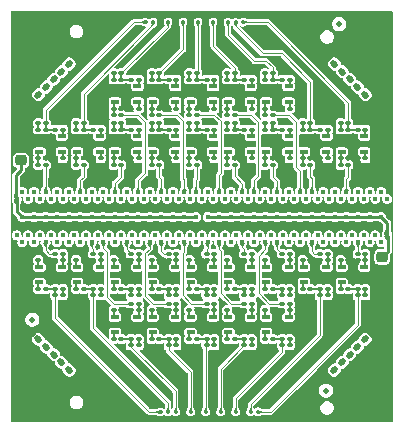
<source format=gbr>
%TF.GenerationSoftware,KiCad,Pcbnew,9.0.6*%
%TF.CreationDate,2025-11-12T11:45:23+01:00*%
%TF.ProjectId,S13552_64Ch_Adapter_BGA2803_V2,53313335-3532-45f3-9634-43685f416461,1*%
%TF.SameCoordinates,Original*%
%TF.FileFunction,Copper,L1,Top*%
%TF.FilePolarity,Positive*%
%FSLAX46Y46*%
G04 Gerber Fmt 4.6, Leading zero omitted, Abs format (unit mm)*
G04 Created by KiCad (PCBNEW 9.0.6) date 2025-11-12 11:45:23*
%MOMM*%
%LPD*%
G01*
G04 APERTURE LIST*
G04 Aperture macros list*
%AMRoundRect*
0 Rectangle with rounded corners*
0 $1 Rounding radius*
0 $2 $3 $4 $5 $6 $7 $8 $9 X,Y pos of 4 corners*
0 Add a 4 corners polygon primitive as box body*
4,1,4,$2,$3,$4,$5,$6,$7,$8,$9,$2,$3,0*
0 Add four circle primitives for the rounded corners*
1,1,$1+$1,$2,$3*
1,1,$1+$1,$4,$5*
1,1,$1+$1,$6,$7*
1,1,$1+$1,$8,$9*
0 Add four rect primitives between the rounded corners*
20,1,$1+$1,$2,$3,$4,$5,0*
20,1,$1+$1,$4,$5,$6,$7,0*
20,1,$1+$1,$6,$7,$8,$9,0*
20,1,$1+$1,$8,$9,$2,$3,0*%
G04 Aperture macros list end*
%TA.AperFunction,Conductor*%
%ADD10C,0.100000*%
%TD*%
%TA.AperFunction,SMDPad,CuDef*%
%ADD11RoundRect,0.100000X0.130000X0.100000X-0.130000X0.100000X-0.130000X-0.100000X0.130000X-0.100000X0*%
%TD*%
%TA.AperFunction,SMDPad,CuDef*%
%ADD12C,0.500000*%
%TD*%
%TA.AperFunction,SMDPad,CuDef*%
%ADD13RoundRect,0.100000X-0.130000X-0.100000X0.130000X-0.100000X0.130000X0.100000X-0.130000X0.100000X0*%
%TD*%
%TA.AperFunction,SMDPad,CuDef*%
%ADD14RoundRect,0.140000X-0.021213X0.219203X-0.219203X0.021213X0.021213X-0.219203X0.219203X-0.021213X0*%
%TD*%
%TA.AperFunction,SMDPad,CuDef*%
%ADD15RoundRect,0.100000X0.225000X0.100000X-0.225000X0.100000X-0.225000X-0.100000X0.225000X-0.100000X0*%
%TD*%
%TA.AperFunction,ComponentPad*%
%ADD16O,3.000000X2.600000*%
%TD*%
%TA.AperFunction,SMDPad,CuDef*%
%ADD17RoundRect,0.100000X-0.225000X-0.100000X0.225000X-0.100000X0.225000X0.100000X-0.225000X0.100000X0*%
%TD*%
%TA.AperFunction,SMDPad,CuDef*%
%ADD18RoundRect,0.140000X-0.219203X-0.021213X-0.021213X-0.219203X0.219203X0.021213X0.021213X0.219203X0*%
%TD*%
%TA.AperFunction,SMDPad,CuDef*%
%ADD19RoundRect,0.140000X0.219203X0.021213X0.021213X0.219203X-0.219203X-0.021213X-0.021213X-0.219203X0*%
%TD*%
%TA.AperFunction,SMDPad,CuDef*%
%ADD20RoundRect,0.225000X-0.250000X0.225000X-0.250000X-0.225000X0.250000X-0.225000X0.250000X0.225000X0*%
%TD*%
%TA.AperFunction,SMDPad,CuDef*%
%ADD21RoundRect,0.140000X0.021213X-0.219203X0.219203X-0.021213X-0.021213X0.219203X-0.219203X0.021213X0*%
%TD*%
%TA.AperFunction,SMDPad,CuDef*%
%ADD22C,0.450000*%
%TD*%
%TA.AperFunction,SMDPad,CuDef*%
%ADD23RoundRect,0.225000X0.250000X-0.225000X0.250000X0.225000X-0.250000X0.225000X-0.250000X-0.225000X0*%
%TD*%
%TA.AperFunction,ViaPad*%
%ADD24C,0.400000*%
%TD*%
%TA.AperFunction,ViaPad*%
%ADD25C,0.350000*%
%TD*%
%TA.AperFunction,Conductor*%
%ADD26C,0.200000*%
%TD*%
%TA.AperFunction,Conductor*%
%ADD27C,0.250000*%
%TD*%
G04 APERTURE END LIST*
D10*
%TO.N,GND*%
X116730000Y-61962107D02*
X116730000Y-62732107D01*
X84490000Y-61862107D02*
X84490000Y-62632107D01*
X84490000Y-58612107D02*
X84490000Y-59382107D01*
X116730000Y-58692107D02*
X116730000Y-59462107D01*
%TD*%
D11*
%TO.P,C66,1*%
%TO.N,Net-(C66-Pad1)*%
X92055000Y-53264214D03*
%TO.P,C66,2*%
%TO.N,out_Ch_54*%
X91415000Y-53264214D03*
%TD*%
%TO.P,C21,1*%
%TO.N,Net-(C21-Pad1)*%
X101655000Y-53264214D03*
%TO.P,C21,2*%
%TO.N,out_Ch_34*%
X101015000Y-53264214D03*
%TD*%
%TO.P,C39,1*%
%TO.N,+3V3*%
X114455000Y-55714214D03*
%TO.P,C39,2*%
%TO.N,GND*%
X113815000Y-55714214D03*
%TD*%
D12*
%TO.P,FID1,*%
%TO.N,*%
X111130000Y-75370000D03*
%TD*%
D11*
%TO.P,R8,1*%
%TO.N,out_Ch_34*%
X100205000Y-52724214D03*
%TO.P,R8,2*%
%TO.N,+1V1*%
X99565000Y-52724214D03*
%TD*%
%TO.P,C34,1*%
%TO.N,+3V3*%
X111255000Y-55714214D03*
%TO.P,C34,2*%
%TO.N,GND*%
X110615000Y-55714214D03*
%TD*%
%TO.P,C45,1*%
%TO.N,GND*%
X93805000Y-51484214D03*
%TO.P,C45,2*%
%TO.N,Net-(C43-Pad2)*%
X93165000Y-51484214D03*
%TD*%
D13*
%TO.P,C83,1*%
%TO.N,Ch_25*%
X104215000Y-63784214D03*
%TO.P,C83,2*%
%TO.N,Net-(C83-Pad2)*%
X104855000Y-63784214D03*
%TD*%
%TO.P,C84,1*%
%TO.N,+3V3*%
X102765000Y-64324214D03*
%TO.P,C84,2*%
%TO.N,GND*%
X103405000Y-64324214D03*
%TD*%
%TO.P,C127,1*%
%TO.N,out_Ch_39*%
X97815000Y-66774214D03*
%TO.P,C127,2*%
%TO.N,+1V1*%
X98455000Y-66774214D03*
%TD*%
%TO.P,R29,1*%
%TO.N,out_Ch_39*%
X97815000Y-67314214D03*
%TO.P,R29,2*%
%TO.N,+1V1*%
X98455000Y-67314214D03*
%TD*%
%TO.P,C136,1*%
%TO.N,Net-(C136-Pad1)*%
X86765000Y-66774214D03*
%TO.P,C136,2*%
%TO.N,out_Ch_59*%
X87405000Y-66774214D03*
%TD*%
D11*
%TO.P,C25,1*%
%TO.N,GND*%
X103405000Y-55714214D03*
%TO.P,C25,2*%
%TO.N,Net-(C23-Pad2)*%
X102765000Y-55714214D03*
%TD*%
D14*
%TO.P,C329,1*%
%TO.N,+1V1*%
X88728181Y-72976457D03*
%TO.P,C329,2*%
%TO.N,GND*%
X88049359Y-73655279D03*
%TD*%
D15*
%TO.P,U16,1,Vcc*%
%TO.N,+3V3*%
X107960000Y-50909214D03*
%TO.P,U16,2,G*%
%TO.N,GND*%
X107960000Y-50259214D03*
%TO.P,U16,3*%
%TO.N,Net-(C71-Pad1)*%
X107960000Y-49609214D03*
%TO.P,U16,4,G*%
%TO.N,GND*%
X106060000Y-49609214D03*
%TO.P,U16,5,G*%
X106060000Y-50259214D03*
%TO.P,U16,6*%
%TO.N,Net-(C68-Pad2)*%
X106060000Y-50909214D03*
%TD*%
D16*
%TO.P,H102,1,GND*%
%TO.N,GND*%
X86340000Y-45167114D03*
%TD*%
D11*
%TO.P,C69,1*%
%TO.N,+3V3*%
X108055000Y-51484214D03*
%TO.P,C69,2*%
%TO.N,GND*%
X107415000Y-51484214D03*
%TD*%
D13*
%TO.P,C109,1*%
%TO.N,+3V3*%
X96365000Y-68554214D03*
%TO.P,C109,2*%
%TO.N,GND*%
X97005000Y-68554214D03*
%TD*%
D15*
%TO.P,U10,1,Vcc*%
%TO.N,+3V3*%
X114360000Y-55139214D03*
%TO.P,U10,2,G*%
%TO.N,GND*%
X114360000Y-54489214D03*
%TO.P,U10,3*%
%TO.N,Net-(C41-Pad1)*%
X114360000Y-53839214D03*
%TO.P,U10,4,G*%
%TO.N,GND*%
X112460000Y-53839214D03*
%TO.P,U10,5,G*%
X112460000Y-54489214D03*
%TO.P,U10,6*%
%TO.N,Net-(C38-Pad2)*%
X112460000Y-55139214D03*
%TD*%
D17*
%TO.P,U18,1,Vcc*%
%TO.N,+3V3*%
X106060000Y-64899214D03*
%TO.P,U18,2,G*%
%TO.N,GND*%
X106060000Y-65549214D03*
%TO.P,U18,3*%
%TO.N,Net-(C81-Pad1)*%
X106060000Y-66199214D03*
%TO.P,U18,4,G*%
%TO.N,GND*%
X107960000Y-66199214D03*
%TO.P,U18,5,G*%
X107960000Y-65549214D03*
%TO.P,U18,6*%
%TO.N,Net-(C78-Pad2)*%
X107960000Y-64899214D03*
%TD*%
D13*
%TO.P,C87,1*%
%TO.N,out_Ch_25*%
X104215000Y-66774214D03*
%TO.P,C87,2*%
%TO.N,+1V1*%
X104855000Y-66774214D03*
%TD*%
D11*
%TO.P,C12,1*%
%TO.N,out_Ch_48*%
X93805000Y-53264214D03*
%TO.P,C12,2*%
%TO.N,+1V1*%
X93165000Y-53264214D03*
%TD*%
%TO.P,C59,1*%
%TO.N,+3V3*%
X104855000Y-51484214D03*
%TO.P,C59,2*%
%TO.N,GND*%
X104215000Y-51484214D03*
%TD*%
D17*
%TO.P,U17,1,Vcc*%
%TO.N,+3V3*%
X109260000Y-64899214D03*
%TO.P,U17,2,G*%
%TO.N,GND*%
X109260000Y-65549214D03*
%TO.P,U17,3*%
%TO.N,Net-(C76-Pad1)*%
X109260000Y-66199214D03*
%TO.P,U17,4,G*%
%TO.N,GND*%
X111160000Y-66199214D03*
%TO.P,U17,5,G*%
X111160000Y-65549214D03*
%TO.P,U17,6*%
%TO.N,Net-(C73-Pad2)*%
X111160000Y-64899214D03*
%TD*%
D18*
%TO.P,C340,1*%
%TO.N,+1V1*%
X113140589Y-72327687D03*
%TO.P,C340,2*%
%TO.N,GND*%
X113819411Y-73006509D03*
%TD*%
D11*
%TO.P,R16,1*%
%TO.N,out_Ch_24*%
X103405000Y-48494214D03*
%TO.P,R16,2*%
%TO.N,+1V1*%
X102765000Y-48494214D03*
%TD*%
%TO.P,C60,1*%
%TO.N,GND*%
X103405000Y-51484214D03*
%TO.P,C60,2*%
%TO.N,Net-(C58-Pad2)*%
X102765000Y-51484214D03*
%TD*%
D13*
%TO.P,C89,1*%
%TO.N,+3V3*%
X99565000Y-68554214D03*
%TO.P,C89,2*%
%TO.N,GND*%
X100205000Y-68554214D03*
%TD*%
%TO.P,C125,1*%
%TO.N,GND*%
X97815000Y-64324214D03*
%TO.P,C125,2*%
%TO.N,Net-(C123-Pad2)*%
X98455000Y-64324214D03*
%TD*%
%TO.P,R26,1*%
%TO.N,out_Ch_41*%
X97815000Y-71544214D03*
%TO.P,R26,2*%
%TO.N,+1V1*%
X98455000Y-71544214D03*
%TD*%
%TO.P,C85,1*%
%TO.N,GND*%
X104215000Y-64324214D03*
%TO.P,C85,2*%
%TO.N,Net-(C83-Pad2)*%
X104855000Y-64324214D03*
%TD*%
%TO.P,C108,1*%
%TO.N,Ch_41*%
X97815000Y-68014214D03*
%TO.P,C108,2*%
%TO.N,Net-(C108-Pad2)*%
X98455000Y-68014214D03*
%TD*%
%TO.P,C107,1*%
%TO.N,out_Ch_45*%
X94615000Y-66774214D03*
%TO.P,C107,2*%
%TO.N,+1V1*%
X95255000Y-66774214D03*
%TD*%
D17*
%TO.P,U23,1,Vcc*%
%TO.N,+3V3*%
X93260000Y-64899214D03*
%TO.P,U23,2,G*%
%TO.N,GND*%
X93260000Y-65549214D03*
%TO.P,U23,3*%
%TO.N,Net-(C106-Pad1)*%
X93260000Y-66199214D03*
%TO.P,U23,4,G*%
%TO.N,GND*%
X95160000Y-66199214D03*
%TO.P,U23,5,G*%
X95160000Y-65549214D03*
%TO.P,U23,6*%
%TO.N,Net-(C103-Pad2)*%
X95160000Y-64899214D03*
%TD*%
D13*
%TO.P,C129,1*%
%TO.N,+3V3*%
X105965000Y-68554214D03*
%TO.P,C129,2*%
%TO.N,GND*%
X106605000Y-68554214D03*
%TD*%
D15*
%TO.P,U8,1,Vcc*%
%TO.N,+3V3*%
X107960000Y-55139214D03*
%TO.P,U8,2,G*%
%TO.N,GND*%
X107960000Y-54489214D03*
%TO.P,U8,3*%
%TO.N,Net-(C31-Pad1)*%
X107960000Y-53839214D03*
%TO.P,U8,4,G*%
%TO.N,GND*%
X106060000Y-53839214D03*
%TO.P,U8,5,G*%
X106060000Y-54489214D03*
%TO.P,U8,6*%
%TO.N,Net-(C28-Pad2)*%
X106060000Y-55139214D03*
%TD*%
%TO.P,U9,1,Vcc*%
%TO.N,+3V3*%
X111160000Y-55139214D03*
%TO.P,U9,2,G*%
%TO.N,GND*%
X111160000Y-54489214D03*
%TO.P,U9,3*%
%TO.N,Net-(C36-Pad1)*%
X111160000Y-53839214D03*
%TO.P,U9,4,G*%
%TO.N,GND*%
X109260000Y-53839214D03*
%TO.P,U9,5,G*%
X109260000Y-54489214D03*
%TO.P,U9,6*%
%TO.N,Net-(C33-Pad2)*%
X109260000Y-55139214D03*
%TD*%
D11*
%TO.P,C62,1*%
%TO.N,out_Ch_24*%
X103405000Y-49034214D03*
%TO.P,C62,2*%
%TO.N,+1V1*%
X102765000Y-49034214D03*
%TD*%
D13*
%TO.P,C122,1*%
%TO.N,out_Ch_29*%
X104215000Y-71004214D03*
%TO.P,C122,2*%
%TO.N,+1V1*%
X104855000Y-71004214D03*
%TD*%
D19*
%TO.P,C324,1*%
%TO.N,+1V1*%
X87430642Y-49655288D03*
%TO.P,C324,2*%
%TO.N,GND*%
X86751820Y-48976466D03*
%TD*%
D14*
%TO.P,C332,1*%
%TO.N,+1V1*%
X86781870Y-71030146D03*
%TO.P,C332,2*%
%TO.N,GND*%
X86103048Y-71708968D03*
%TD*%
D20*
%TO.P,C1,1*%
%TO.N,Net-(C1-Pad1)*%
X115897107Y-64054214D03*
%TO.P,C1,2*%
%TO.N,GND*%
X115897107Y-65604214D03*
%TD*%
D19*
%TO.P,C323,1*%
%TO.N,+1V1*%
X86781871Y-50304059D03*
%TO.P,C323,2*%
%TO.N,GND*%
X86103049Y-49625237D03*
%TD*%
D17*
%TO.P,U22,1,Vcc*%
%TO.N,+3V3*%
X112460000Y-64899214D03*
%TO.P,U22,2,G*%
%TO.N,GND*%
X112460000Y-65549214D03*
%TO.P,U22,3*%
%TO.N,Net-(C101-Pad1)*%
X112460000Y-66199214D03*
%TO.P,U22,4,G*%
%TO.N,GND*%
X114360000Y-66199214D03*
%TO.P,U22,5,G*%
X114360000Y-65549214D03*
%TO.P,U22,6*%
%TO.N,Net-(C100-Pad2)*%
X114360000Y-64899214D03*
%TD*%
D13*
%TO.P,C75,1*%
%TO.N,GND*%
X110615000Y-64324214D03*
%TO.P,C75,2*%
%TO.N,Net-(C73-Pad2)*%
X111255000Y-64324214D03*
%TD*%
%TO.P,C117,1*%
%TO.N,out_Ch_49*%
X94615000Y-71004214D03*
%TO.P,C117,2*%
%TO.N,+1V1*%
X95255000Y-71004214D03*
%TD*%
D11*
%TO.P,C4,1*%
%TO.N,+3V3*%
X88855000Y-55714214D03*
%TO.P,C4,2*%
%TO.N,GND*%
X88215000Y-55714214D03*
%TD*%
D13*
%TO.P,C92,1*%
%TO.N,out_Ch_35*%
X101015000Y-71004214D03*
%TO.P,C92,2*%
%TO.N,+1V1*%
X101655000Y-71004214D03*
%TD*%
%TO.P,C128,1*%
%TO.N,Ch_21*%
X107415000Y-68014214D03*
%TO.P,C128,2*%
%TO.N,Net-(C128-Pad2)*%
X108055000Y-68014214D03*
%TD*%
%TO.P,C138,1*%
%TO.N,Ch_31*%
X101015000Y-63784214D03*
%TO.P,C138,2*%
%TO.N,Net-(C138-Pad2)*%
X101655000Y-63784214D03*
%TD*%
%TO.P,R28,1*%
%TO.N,out_Ch_29*%
X104215000Y-71544214D03*
%TO.P,R28,2*%
%TO.N,+1V1*%
X104855000Y-71544214D03*
%TD*%
D11*
%TO.P,C53,1*%
%TO.N,Ch_30*%
X100205000Y-52024214D03*
%TO.P,C53,2*%
%TO.N,Net-(C53-Pad2)*%
X99565000Y-52024214D03*
%TD*%
%TO.P,C40,1*%
%TO.N,GND*%
X113005000Y-55714214D03*
%TO.P,C40,2*%
%TO.N,Net-(C38-Pad2)*%
X112365000Y-55714214D03*
%TD*%
D16*
%TO.P,H104,1,GND*%
%TO.N,GND*%
X114879999Y-76167098D03*
%TD*%
D19*
%TO.P,C325,1*%
%TO.N,+1V1*%
X88079412Y-49006518D03*
%TO.P,C325,2*%
%TO.N,GND*%
X87400590Y-48327696D03*
%TD*%
D13*
%TO.P,C142,1*%
%TO.N,out_Ch_31*%
X101015000Y-66774214D03*
%TO.P,C142,2*%
%TO.N,+1V1*%
X101655000Y-66774214D03*
%TD*%
D11*
%TO.P,C8,1*%
%TO.N,Ch_48*%
X93805000Y-56254214D03*
%TO.P,C8,2*%
%TO.N,Net-(C10-Pad2)*%
X93165000Y-56254214D03*
%TD*%
%TO.P,R13,1*%
%TO.N,out_Ch_44*%
X93805000Y-48494214D03*
%TO.P,R13,2*%
%TO.N,+1V1*%
X93165000Y-48494214D03*
%TD*%
D13*
%TO.P,C132,1*%
%TO.N,out_Ch_21*%
X107415000Y-71004214D03*
%TO.P,C132,2*%
%TO.N,+1V1*%
X108055000Y-71004214D03*
%TD*%
D17*
%TO.P,U20,1,Vcc*%
%TO.N,+3V3*%
X99660000Y-69129214D03*
%TO.P,U20,2,G*%
%TO.N,GND*%
X99660000Y-69779214D03*
%TO.P,U20,3*%
%TO.N,Net-(C91-Pad1)*%
X99660000Y-70429214D03*
%TO.P,U20,4,G*%
%TO.N,GND*%
X101560000Y-70429214D03*
%TO.P,U20,5,G*%
X101560000Y-69779214D03*
%TO.P,U20,6*%
%TO.N,Net-(C88-Pad2)*%
X101560000Y-69129214D03*
%TD*%
D13*
%TO.P,R24,1*%
%TO.N,out_Ch_5*%
X113815000Y-67314214D03*
%TO.P,R24,2*%
%TO.N,+1V1*%
X114455000Y-67314214D03*
%TD*%
D14*
%TO.P,C330,1*%
%TO.N,+1V1*%
X88079411Y-72327687D03*
%TO.P,C330,2*%
%TO.N,GND*%
X87400589Y-73006509D03*
%TD*%
D11*
%TO.P,C37,1*%
%TO.N,out_Ch_14*%
X109805000Y-53264214D03*
%TO.P,C37,2*%
%TO.N,+1V1*%
X109165000Y-53264214D03*
%TD*%
D15*
%TO.P,U14,1,Vcc*%
%TO.N,+3V3*%
X104760000Y-50909214D03*
%TO.P,U14,2,G*%
%TO.N,GND*%
X104760000Y-50259214D03*
%TO.P,U14,3*%
%TO.N,Net-(C61-Pad1)*%
X104760000Y-49609214D03*
%TO.P,U14,4,G*%
%TO.N,GND*%
X102860000Y-49609214D03*
%TO.P,U14,5,G*%
X102860000Y-50259214D03*
%TO.P,U14,6*%
%TO.N,Net-(C58-Pad2)*%
X102860000Y-50909214D03*
%TD*%
D13*
%TO.P,C76,1*%
%TO.N,Net-(C76-Pad1)*%
X109165000Y-66774214D03*
%TO.P,C76,2*%
%TO.N,out_Ch_13*%
X109805000Y-66774214D03*
%TD*%
%TO.P,C74,1*%
%TO.N,+3V3*%
X109165000Y-64324214D03*
%TO.P,C74,2*%
%TO.N,GND*%
X109805000Y-64324214D03*
%TD*%
D11*
%TO.P,C35,1*%
%TO.N,GND*%
X109805000Y-55714214D03*
%TO.P,C35,2*%
%TO.N,Net-(C33-Pad2)*%
X109165000Y-55714214D03*
%TD*%
D13*
%TO.P,C134,1*%
%TO.N,+3V3*%
X86765000Y-64324214D03*
%TO.P,C134,2*%
%TO.N,GND*%
X87405000Y-64324214D03*
%TD*%
D15*
%TO.P,U4,1,Vcc*%
%TO.N,+3V3*%
X95160000Y-55139214D03*
%TO.P,U4,2,G*%
%TO.N,GND*%
X95160000Y-54489214D03*
%TO.P,U4,3*%
%TO.N,Net-(C11-Pad1)*%
X95160000Y-53839214D03*
%TO.P,U4,4,G*%
%TO.N,GND*%
X93260000Y-53839214D03*
%TO.P,U4,5,G*%
X93260000Y-54489214D03*
%TO.P,U4,6*%
%TO.N,Net-(C10-Pad2)*%
X93260000Y-55139214D03*
%TD*%
D18*
%TO.P,C338,1*%
%TO.N,+1V1*%
X114438130Y-71030146D03*
%TO.P,C338,2*%
%TO.N,GND*%
X115116952Y-71708968D03*
%TD*%
D11*
%TO.P,C72,1*%
%TO.N,out_Ch_16*%
X106605000Y-49034214D03*
%TO.P,C72,2*%
%TO.N,+1V1*%
X105965000Y-49034214D03*
%TD*%
D13*
%TO.P,C99,1*%
%TO.N,+3V3*%
X112365000Y-64324214D03*
%TO.P,C99,2*%
%TO.N,GND*%
X113005000Y-64324214D03*
%TD*%
%TO.P,C73,1*%
%TO.N,Ch_13*%
X110615000Y-63784214D03*
%TO.P,C73,2*%
%TO.N,Net-(C73-Pad2)*%
X111255000Y-63784214D03*
%TD*%
D16*
%TO.P,H103,1,GND*%
%TO.N,GND*%
X86340000Y-76167098D03*
%TD*%
D11*
%TO.P,C14,1*%
%TO.N,+3V3*%
X98455000Y-55714214D03*
%TO.P,C14,2*%
%TO.N,GND*%
X97815000Y-55714214D03*
%TD*%
D17*
%TO.P,U19,1,Vcc*%
%TO.N,+3V3*%
X102860000Y-64899214D03*
%TO.P,U19,2,G*%
%TO.N,GND*%
X102860000Y-65549214D03*
%TO.P,U19,3*%
%TO.N,Net-(C86-Pad1)*%
X102860000Y-66199214D03*
%TO.P,U19,4,G*%
%TO.N,GND*%
X104760000Y-66199214D03*
%TO.P,U19,5,G*%
X104760000Y-65549214D03*
%TO.P,U19,6*%
%TO.N,Net-(C83-Pad2)*%
X104760000Y-64899214D03*
%TD*%
D13*
%TO.P,C112,1*%
%TO.N,out_Ch_41*%
X97815000Y-71004214D03*
%TO.P,C112,2*%
%TO.N,+1V1*%
X98455000Y-71004214D03*
%TD*%
D11*
%TO.P,C70,1*%
%TO.N,GND*%
X106605000Y-51484214D03*
%TO.P,C70,2*%
%TO.N,Net-(C68-Pad2)*%
X105965000Y-51484214D03*
%TD*%
%TO.P,C5,1*%
%TO.N,GND*%
X87405000Y-55714214D03*
%TO.P,C5,2*%
%TO.N,Net-(C3-Pad2)*%
X86765000Y-55714214D03*
%TD*%
D17*
%TO.P,U24,1,Vcc*%
%TO.N,+3V3*%
X96460000Y-69129214D03*
%TO.P,U24,2,G*%
%TO.N,GND*%
X96460000Y-69779214D03*
%TO.P,U24,3*%
%TO.N,Net-(C111-Pad1)*%
X96460000Y-70429214D03*
%TO.P,U24,4,G*%
%TO.N,GND*%
X98360000Y-70429214D03*
%TO.P,U24,5,G*%
X98360000Y-69779214D03*
%TO.P,U24,6*%
%TO.N,Net-(C108-Pad2)*%
X98360000Y-69129214D03*
%TD*%
D11*
%TO.P,C20,1*%
%TO.N,GND*%
X100205000Y-55714214D03*
%TO.P,C20,2*%
%TO.N,Net-(C18-Pad2)*%
X99565000Y-55714214D03*
%TD*%
D12*
%TO.P,FID3,*%
%TO.N,*%
X86260000Y-69372107D03*
%TD*%
D11*
%TO.P,C23,1*%
%TO.N,Ch_26*%
X103405000Y-56254214D03*
%TO.P,C23,2*%
%TO.N,Net-(C23-Pad2)*%
X102765000Y-56254214D03*
%TD*%
%TO.P,R201,1*%
%TO.N,out_Ch_60*%
X87405000Y-52724214D03*
%TO.P,R201,2*%
%TO.N,+1V1*%
X86765000Y-52724214D03*
%TD*%
D13*
%TO.P,C110,1*%
%TO.N,GND*%
X97815000Y-68554214D03*
%TO.P,C110,2*%
%TO.N,Net-(C108-Pad2)*%
X98455000Y-68554214D03*
%TD*%
D15*
%TO.P,U7,1,Vcc*%
%TO.N,+3V3*%
X104760000Y-55139214D03*
%TO.P,U7,2,G*%
%TO.N,GND*%
X104760000Y-54489214D03*
%TO.P,U7,3*%
%TO.N,Net-(C26-Pad1)*%
X104760000Y-53839214D03*
%TO.P,U7,4,G*%
%TO.N,GND*%
X102860000Y-53839214D03*
%TO.P,U7,5,G*%
X102860000Y-54489214D03*
%TO.P,U7,6*%
%TO.N,Net-(C23-Pad2)*%
X102860000Y-55139214D03*
%TD*%
D11*
%TO.P,C28,1*%
%TO.N,Ch_20*%
X106605000Y-56254214D03*
%TO.P,C28,2*%
%TO.N,Net-(C28-Pad2)*%
X105965000Y-56254214D03*
%TD*%
D13*
%TO.P,C141,1*%
%TO.N,Net-(C141-Pad1)*%
X99565000Y-66774214D03*
%TO.P,C141,2*%
%TO.N,out_Ch_31*%
X100205000Y-66774214D03*
%TD*%
D11*
%TO.P,C65,1*%
%TO.N,GND*%
X90605000Y-55714214D03*
%TO.P,C65,2*%
%TO.N,Net-(C63-Pad2)*%
X89965000Y-55714214D03*
%TD*%
D17*
%TO.P,U28,1,Vcc*%
%TO.N,+3V3*%
X106060000Y-69129214D03*
%TO.P,U28,2,G*%
%TO.N,GND*%
X106060000Y-69779214D03*
%TO.P,U28,3*%
%TO.N,Net-(C131-Pad1)*%
X106060000Y-70429214D03*
%TO.P,U28,4,G*%
%TO.N,GND*%
X107960000Y-70429214D03*
%TO.P,U28,5,G*%
X107960000Y-69779214D03*
%TO.P,U28,6*%
%TO.N,Net-(C128-Pad2)*%
X107960000Y-69129214D03*
%TD*%
D11*
%TO.P,C6,1*%
%TO.N,Net-(C6-Pad1)*%
X88855000Y-53264214D03*
%TO.P,C6,2*%
%TO.N,out_Ch_60*%
X88215000Y-53264214D03*
%TD*%
D13*
%TO.P,C82,1*%
%TO.N,out_Ch_19*%
X107415000Y-66774214D03*
%TO.P,C82,2*%
%TO.N,+1V1*%
X108055000Y-66774214D03*
%TD*%
D11*
%TO.P,R18,1*%
%TO.N,out_Ch_16*%
X106605000Y-48494214D03*
%TO.P,R18,2*%
%TO.N,+1V1*%
X105965000Y-48494214D03*
%TD*%
D21*
%TO.P,C336,1*%
%TO.N,+1V1*%
X113789359Y-49655288D03*
%TO.P,C336,2*%
%TO.N,GND*%
X114468181Y-48976466D03*
%TD*%
D22*
%TO.P,MPPC1,1,SignalOut*%
%TO.N,Ch_1*%
X116290000Y-59117107D03*
%TO.P,MPPC1,2,SignalOut*%
X115800000Y-62817107D03*
%TO.P,MPPC1,3,SignalOut*%
%TO.N,Ch_2*%
X115800000Y-58517107D03*
%TO.P,MPPC1,4,SignalOut*%
X115310000Y-62217107D03*
%TO.P,MPPC1,5,SignalOut*%
%TO.N,Ch_3*%
X115310000Y-59117107D03*
%TO.P,MPPC1,6,SignalOut*%
X114820000Y-62817107D03*
%TO.P,MPPC1,7,SignalOut*%
%TO.N,Ch_4*%
X114820000Y-58517107D03*
%TO.P,MPPC1,8,SignalOut*%
X114330000Y-62217107D03*
%TO.P,MPPC1,9,SignalOut*%
%TO.N,Ch_5*%
X114330000Y-59117107D03*
%TO.P,MPPC1,10,SignalOut*%
X113840000Y-62817107D03*
%TO.P,MPPC1,11,SignalOut*%
%TO.N,Ch_6*%
X113840000Y-58517107D03*
%TO.P,MPPC1,12,SignalOut*%
X113350000Y-62217107D03*
%TO.P,MPPC1,13,SignalOut*%
%TO.N,Ch_7*%
X113350000Y-59117107D03*
%TO.P,MPPC1,14,SignalOut*%
X112860000Y-62817107D03*
%TO.P,MPPC1,15,SignalOut*%
%TO.N,Ch_8*%
X112860000Y-58517107D03*
%TO.P,MPPC1,16,SignalOut*%
X112370000Y-62217107D03*
%TO.P,MPPC1,17,SignalOut*%
%TO.N,Ch_9*%
X112370000Y-59117107D03*
%TO.P,MPPC1,18,SignalOut*%
X111880000Y-62817107D03*
%TO.P,MPPC1,19,SignalOut*%
%TO.N,Ch_10*%
X111880000Y-58517107D03*
%TO.P,MPPC1,20,SignalOut*%
X111390000Y-62217107D03*
%TO.P,MPPC1,21,SignalOut*%
%TO.N,Ch_11*%
X111390000Y-59117107D03*
%TO.P,MPPC1,22,SignalOut*%
X110900000Y-62817107D03*
%TO.P,MPPC1,23,SignalOut*%
%TO.N,Ch_12*%
X110900000Y-58517107D03*
%TO.P,MPPC1,24,SignalOut*%
X110410000Y-62217107D03*
%TO.P,MPPC1,25,SignalOut*%
%TO.N,Ch_13*%
X110410000Y-59117107D03*
%TO.P,MPPC1,26,SignalOut*%
X109920000Y-62817107D03*
%TO.P,MPPC1,27,SignalOut*%
%TO.N,Ch_14*%
X109920000Y-58517107D03*
%TO.P,MPPC1,28,SignalOut*%
X109430000Y-62217107D03*
%TO.P,MPPC1,29,SignalOut*%
%TO.N,Ch_15*%
X109430000Y-59117107D03*
%TO.P,MPPC1,30,SignalOut*%
X108940000Y-62817107D03*
%TO.P,MPPC1,31,SignalOut*%
%TO.N,Ch_16*%
X108940000Y-58517107D03*
%TO.P,MPPC1,32,SignalOut*%
X108450000Y-62217107D03*
%TO.P,MPPC1,33,SignalOut*%
%TO.N,Ch_17*%
X108450000Y-59117107D03*
%TO.P,MPPC1,34,SignalOut*%
X107960000Y-62817107D03*
%TO.P,MPPC1,35,SignalOut*%
%TO.N,Ch_18*%
X107960000Y-58517107D03*
%TO.P,MPPC1,36,SignalOut*%
X107470000Y-62217107D03*
%TO.P,MPPC1,37,SignalOut*%
%TO.N,Ch_19*%
X107470000Y-59117107D03*
%TO.P,MPPC1,38,SignalOut*%
X106980000Y-62817107D03*
%TO.P,MPPC1,39,SignalOut*%
%TO.N,Ch_20*%
X106980000Y-58517107D03*
%TO.P,MPPC1,40,SignalOut*%
X106490000Y-62217107D03*
%TO.P,MPPC1,41,SignalOut*%
%TO.N,Ch_21*%
X106490000Y-59117107D03*
%TO.P,MPPC1,42,SignalOut*%
X106000000Y-62817107D03*
%TO.P,MPPC1,43,SignalOut*%
%TO.N,Ch_22*%
X106000000Y-58517107D03*
%TO.P,MPPC1,44,SignalOut*%
X105510000Y-62217107D03*
%TO.P,MPPC1,45,SignalOut*%
%TO.N,Ch_23*%
X105510000Y-59117107D03*
%TO.P,MPPC1,46,SignalOut*%
X105020000Y-62817107D03*
%TO.P,MPPC1,47,SignalOut*%
%TO.N,Ch_24*%
X105020000Y-58517107D03*
%TO.P,MPPC1,48,SignalOut*%
X104530000Y-62217107D03*
%TO.P,MPPC1,49,SignalOut*%
%TO.N,Ch_25*%
X104530000Y-59117107D03*
%TO.P,MPPC1,50,SignalOut*%
X104040000Y-62817107D03*
%TO.P,MPPC1,51,SignalOut*%
%TO.N,Ch_26*%
X104040000Y-58517107D03*
%TO.P,MPPC1,52,SignalOut*%
X103550000Y-62217107D03*
%TO.P,MPPC1,53,SignalOut*%
%TO.N,Ch_27*%
X103550000Y-59117107D03*
%TO.P,MPPC1,54,SignalOut*%
X103060000Y-62817107D03*
%TO.P,MPPC1,55,SignalOut*%
%TO.N,Ch_28*%
X103060000Y-58517107D03*
%TO.P,MPPC1,56,SignalOut*%
X102570000Y-62217107D03*
%TO.P,MPPC1,57,SignalOut*%
%TO.N,Ch_29*%
X102570000Y-59117107D03*
%TO.P,MPPC1,58,SignalOut*%
X102080000Y-62817107D03*
%TO.P,MPPC1,59,SignalOut*%
%TO.N,Ch_30*%
X102080000Y-58517107D03*
%TO.P,MPPC1,60,SignalOut*%
X101590000Y-62217107D03*
%TO.P,MPPC1,61,SignalOut*%
%TO.N,Ch_31*%
X101590000Y-59117107D03*
%TO.P,MPPC1,62,SignalOut*%
X101100000Y-62817107D03*
%TO.P,MPPC1,63,SignalOut*%
%TO.N,Ch_32*%
X101100000Y-58517107D03*
%TO.P,MPPC1,64,SignalOut*%
X100610000Y-62217107D03*
%TO.P,MPPC1,65,SignalOut*%
%TO.N,Ch_33*%
X100610000Y-59117107D03*
%TO.P,MPPC1,66,SignalOut*%
X100120000Y-62817107D03*
%TO.P,MPPC1,67,SignalOut*%
%TO.N,Ch_34*%
X100120000Y-58517107D03*
%TO.P,MPPC1,68,SignalOut*%
X99630000Y-62217107D03*
%TO.P,MPPC1,69,SignalOut*%
%TO.N,Ch_35*%
X99630000Y-59117107D03*
%TO.P,MPPC1,70,SignalOut*%
X99140000Y-62817107D03*
%TO.P,MPPC1,71,SignalOut*%
%TO.N,Ch_36*%
X99140000Y-58517107D03*
%TO.P,MPPC1,72,SignalOut*%
X98650000Y-62217107D03*
%TO.P,MPPC1,73,SignalOut*%
%TO.N,Ch_37*%
X98650000Y-59117107D03*
%TO.P,MPPC1,74,SignalOut*%
X98160000Y-62817107D03*
%TO.P,MPPC1,75,SignalOut*%
%TO.N,Ch_38*%
X98160000Y-58517107D03*
%TO.P,MPPC1,76,SignalOut*%
X97670000Y-62217107D03*
%TO.P,MPPC1,77,SignalOut*%
%TO.N,Ch_39*%
X97670000Y-59117107D03*
%TO.P,MPPC1,78,SignalOut*%
X97180000Y-62817107D03*
%TO.P,MPPC1,79,SignalOut*%
%TO.N,Ch_40*%
X97180000Y-58517107D03*
%TO.P,MPPC1,80,SignalOut*%
X96690000Y-62217107D03*
%TO.P,MPPC1,81,SignalOut*%
%TO.N,Ch_41*%
X96690000Y-59117107D03*
%TO.P,MPPC1,82,SignalOut*%
X96200000Y-62817107D03*
%TO.P,MPPC1,83,SignalOut*%
%TO.N,Ch_42*%
X96200000Y-58517107D03*
%TO.P,MPPC1,84,SignalOut*%
X95710000Y-62217107D03*
%TO.P,MPPC1,85,SignalOut*%
%TO.N,Ch_43*%
X95710000Y-59117107D03*
%TO.P,MPPC1,86,SignalOut*%
X95220000Y-62817107D03*
%TO.P,MPPC1,87,SignalOut*%
%TO.N,Ch_44*%
X95220000Y-58517107D03*
%TO.P,MPPC1,88,SignalOut*%
X94730000Y-62217107D03*
%TO.P,MPPC1,89,SignalOut*%
%TO.N,Ch_45*%
X94730000Y-59117107D03*
%TO.P,MPPC1,90,SignalOut*%
X94240000Y-62817107D03*
%TO.P,MPPC1,91,SignalOut*%
%TO.N,Ch_46*%
X94240000Y-58517107D03*
%TO.P,MPPC1,92,SignalOut*%
X93750000Y-62217107D03*
%TO.P,MPPC1,93,SignalOut*%
%TO.N,Ch_47*%
X93750000Y-59117107D03*
%TO.P,MPPC1,94,SignalOut*%
X93260000Y-62817107D03*
%TO.P,MPPC1,95,SignalOut*%
%TO.N,Ch_48*%
X93260000Y-58517107D03*
%TO.P,MPPC1,96,SignalOut*%
X92770000Y-62217107D03*
%TO.P,MPPC1,97,SignalOut*%
%TO.N,Ch_49*%
X92770000Y-59117107D03*
%TO.P,MPPC1,98,SignalOut*%
X92280000Y-62817107D03*
%TO.P,MPPC1,99,SignalOut*%
%TO.N,Ch_50*%
X92280000Y-58517107D03*
%TO.P,MPPC1,100,SignalOut*%
X91790000Y-62217107D03*
%TO.P,MPPC1,101,SignalOut*%
%TO.N,Ch_51*%
X91790000Y-59117107D03*
%TO.P,MPPC1,102,SignalOut*%
X91300000Y-62817107D03*
%TO.P,MPPC1,103,SignalOut*%
%TO.N,Ch_52*%
X91300000Y-58517107D03*
%TO.P,MPPC1,104,SignalOut*%
X90810000Y-62217107D03*
%TO.P,MPPC1,105,SignalOut*%
%TO.N,Ch_53*%
X90810000Y-59117107D03*
%TO.P,MPPC1,106,SignalOut*%
X90320000Y-62817107D03*
%TO.P,MPPC1,107,SignalOut*%
%TO.N,Ch_54*%
X90320000Y-58517107D03*
%TO.P,MPPC1,108,SignalOut*%
X89830000Y-62217107D03*
%TO.P,MPPC1,109,SignalOut*%
%TO.N,Ch_55*%
X89830000Y-59117107D03*
%TO.P,MPPC1,110,SignalOut*%
X89340000Y-62817107D03*
%TO.P,MPPC1,111,SignalOut*%
%TO.N,Ch_56*%
X89340000Y-58517107D03*
%TO.P,MPPC1,112,SignalOut*%
X88850000Y-62217107D03*
%TO.P,MPPC1,113,SignalOut*%
%TO.N,Ch_57*%
X88850000Y-59117107D03*
%TO.P,MPPC1,114,SignalOut*%
X88360000Y-62817107D03*
%TO.P,MPPC1,115,SignalOut*%
%TO.N,Ch_58*%
X88360000Y-58517107D03*
%TO.P,MPPC1,116,SignalOut*%
X87870000Y-62217107D03*
%TO.P,MPPC1,117,SignalOut*%
%TO.N,Ch_59*%
X87870000Y-59117107D03*
%TO.P,MPPC1,118,SignalOut*%
X87380000Y-62817107D03*
%TO.P,MPPC1,119,SignalOut*%
%TO.N,Ch_60*%
X87380000Y-58517107D03*
%TO.P,MPPC1,120,SignalOut*%
X86890000Y-62217107D03*
%TO.P,MPPC1,121,SignalOut*%
%TO.N,Ch_61*%
X86890000Y-59117107D03*
%TO.P,MPPC1,122,SignalOut*%
X86400000Y-62817107D03*
%TO.P,MPPC1,123,SignalOut*%
%TO.N,Ch_62*%
X86400000Y-58517107D03*
%TO.P,MPPC1,124,SignalOut*%
X85910000Y-62217107D03*
%TO.P,MPPC1,125,SignalOut*%
%TO.N,Ch_63*%
X85910000Y-59117107D03*
%TO.P,MPPC1,126,SignalOut*%
X85420000Y-62817107D03*
%TO.P,MPPC1,127,SignalOut*%
%TO.N,Ch_64*%
X85420000Y-58517107D03*
%TO.P,MPPC1,128,SignalOut*%
X84930000Y-62217107D03*
%TO.P,MPPC1,HV_1-64,HV_1-64*%
%TO.N,Net-(C1-Pad1)*%
X101100000Y-60667107D03*
X102080000Y-60667107D03*
X103060000Y-60667107D03*
X104040000Y-60667107D03*
X105020000Y-60667107D03*
X106000000Y-60667107D03*
X106980000Y-60667107D03*
X107960000Y-60667107D03*
X108940000Y-60667107D03*
X109920000Y-60667107D03*
X110900000Y-60667107D03*
X111880000Y-60667107D03*
X112860000Y-60667107D03*
X113840000Y-60667107D03*
X114820000Y-60667107D03*
X115800000Y-60667107D03*
X116290000Y-62217107D03*
%TO.P,MPPC1,HV_65-128,HV_65-128*%
%TO.N,Net-(C2-Pad1)*%
X84930000Y-59117107D03*
X85420000Y-60667107D03*
X86400000Y-60667107D03*
X87380000Y-60667107D03*
X88360000Y-60667107D03*
X89340000Y-60667107D03*
X90320000Y-60667107D03*
X91300000Y-60667107D03*
X92280000Y-60667107D03*
X93260000Y-60667107D03*
X94240000Y-60667107D03*
X95220000Y-60667107D03*
X96200000Y-60667107D03*
X97180000Y-60667107D03*
X98160000Y-60667107D03*
X99140000Y-60667107D03*
X100120000Y-60667107D03*
%TD*%
D13*
%TO.P,C121,1*%
%TO.N,Net-(C121-Pad1)*%
X102765000Y-71004214D03*
%TO.P,C121,2*%
%TO.N,out_Ch_29*%
X103405000Y-71004214D03*
%TD*%
D11*
%TO.P,C38,1*%
%TO.N,Ch_8*%
X113005000Y-56254214D03*
%TO.P,C38,2*%
%TO.N,Net-(C38-Pad2)*%
X112365000Y-56254214D03*
%TD*%
D13*
%TO.P,C115,1*%
%TO.N,GND*%
X94615000Y-68554214D03*
%TO.P,C115,2*%
%TO.N,Net-(C113-Pad2)*%
X95255000Y-68554214D03*
%TD*%
%TO.P,R32,1*%
%TO.N,out_Ch_31*%
X101015000Y-67314214D03*
%TO.P,R32,2*%
%TO.N,+1V1*%
X101655000Y-67314214D03*
%TD*%
D11*
%TO.P,R10,1*%
%TO.N,out_Ch_20*%
X106605000Y-52724214D03*
%TO.P,R10,2*%
%TO.N,+1V1*%
X105965000Y-52724214D03*
%TD*%
D13*
%TO.P,C81,1*%
%TO.N,Net-(C81-Pad1)*%
X105965000Y-66774214D03*
%TO.P,C81,2*%
%TO.N,out_Ch_19*%
X106605000Y-66774214D03*
%TD*%
D11*
%TO.P,C71,1*%
%TO.N,Net-(C71-Pad1)*%
X108055000Y-49034214D03*
%TO.P,C71,2*%
%TO.N,out_Ch_16*%
X107415000Y-49034214D03*
%TD*%
%TO.P,C58,1*%
%TO.N,Ch_24*%
X103405000Y-52024214D03*
%TO.P,C58,2*%
%TO.N,Net-(C58-Pad2)*%
X102765000Y-52024214D03*
%TD*%
%TO.P,C16,1*%
%TO.N,Net-(C16-Pad1)*%
X98455000Y-53264214D03*
%TO.P,C16,2*%
%TO.N,out_Ch_40*%
X97815000Y-53264214D03*
%TD*%
D13*
%TO.P,C123,1*%
%TO.N,Ch_39*%
X97815000Y-63784214D03*
%TO.P,C123,2*%
%TO.N,Net-(C123-Pad2)*%
X98455000Y-63784214D03*
%TD*%
D11*
%TO.P,C43,1*%
%TO.N,Ch_44*%
X93805000Y-52024214D03*
%TO.P,C43,2*%
%TO.N,Net-(C43-Pad2)*%
X93165000Y-52024214D03*
%TD*%
%TO.P,C63,1*%
%TO.N,Ch_54*%
X90605000Y-56254214D03*
%TO.P,C63,2*%
%TO.N,Net-(C63-Pad2)*%
X89965000Y-56254214D03*
%TD*%
D13*
%TO.P,C102,1*%
%TO.N,out_Ch_5*%
X113815000Y-66774214D03*
%TO.P,C102,2*%
%TO.N,+1V1*%
X114455000Y-66774214D03*
%TD*%
D11*
%TO.P,R12,1*%
%TO.N,out_Ch_8*%
X113005000Y-52724214D03*
%TO.P,R12,2*%
%TO.N,+1V1*%
X112365000Y-52724214D03*
%TD*%
D13*
%TO.P,R25,1*%
%TO.N,out_Ch_45*%
X94615000Y-67314214D03*
%TO.P,R25,2*%
%TO.N,+1V1*%
X95255000Y-67314214D03*
%TD*%
%TO.P,C91,1*%
%TO.N,Net-(C91-Pad1)*%
X99565000Y-71004214D03*
%TO.P,C91,2*%
%TO.N,out_Ch_35*%
X100205000Y-71004214D03*
%TD*%
D18*
%TO.P,C342,1*%
%TO.N,+1V1*%
X111843048Y-73625228D03*
%TO.P,C342,2*%
%TO.N,GND*%
X112521870Y-74304050D03*
%TD*%
D13*
%TO.P,C131,1*%
%TO.N,Net-(C131-Pad1)*%
X105965000Y-71004214D03*
%TO.P,C131,2*%
%TO.N,out_Ch_21*%
X106605000Y-71004214D03*
%TD*%
D14*
%TO.P,C331,1*%
%TO.N,+1V1*%
X87430641Y-71678917D03*
%TO.P,C331,2*%
%TO.N,GND*%
X86751819Y-72357739D03*
%TD*%
D15*
%TO.P,U201,1,Vcc*%
%TO.N,+3V3*%
X88760000Y-55139214D03*
%TO.P,U201,2,G*%
%TO.N,GND*%
X88760000Y-54489214D03*
%TO.P,U201,3*%
%TO.N,Net-(C6-Pad1)*%
X88760000Y-53839214D03*
%TO.P,U201,4,G*%
%TO.N,GND*%
X86860000Y-53839214D03*
%TO.P,U201,5,G*%
X86860000Y-54489214D03*
%TO.P,U201,6*%
%TO.N,Net-(C3-Pad2)*%
X86860000Y-55139214D03*
%TD*%
D11*
%TO.P,R17,1*%
%TO.N,out_Ch_54*%
X90605000Y-52724214D03*
%TO.P,R17,2*%
%TO.N,+1V1*%
X89965000Y-52724214D03*
%TD*%
%TO.P,C67,1*%
%TO.N,out_Ch_54*%
X90605000Y-53264214D03*
%TO.P,C67,2*%
%TO.N,+1V1*%
X89965000Y-53264214D03*
%TD*%
%TO.P,C15,1*%
%TO.N,GND*%
X97005000Y-55714214D03*
%TO.P,C15,2*%
%TO.N,Net-(C13-Pad2)*%
X96365000Y-55714214D03*
%TD*%
D13*
%TO.P,C116,1*%
%TO.N,Net-(C116-Pad1)*%
X93165000Y-71004214D03*
%TO.P,C116,2*%
%TO.N,out_Ch_49*%
X93805000Y-71004214D03*
%TD*%
%TO.P,C96,1*%
%TO.N,Net-(C96-Pad1)*%
X89965000Y-66774214D03*
%TO.P,C96,2*%
%TO.N,out_Ch_51*%
X90605000Y-66774214D03*
%TD*%
D11*
%TO.P,R15,1*%
%TO.N,out_Ch_30*%
X100205000Y-48494214D03*
%TO.P,R15,2*%
%TO.N,+1V1*%
X99565000Y-48494214D03*
%TD*%
%TO.P,C3,1*%
%TO.N,Ch_60*%
X87405000Y-56254214D03*
%TO.P,C3,2*%
%TO.N,Net-(C3-Pad2)*%
X86765000Y-56254214D03*
%TD*%
%TO.P,C10,1*%
%TO.N,GND*%
X93805000Y-55714214D03*
%TO.P,C10,2*%
%TO.N,Net-(C10-Pad2)*%
X93165000Y-55714214D03*
%TD*%
D17*
%TO.P,U30,1,Vcc*%
%TO.N,+3V3*%
X99660000Y-64899214D03*
%TO.P,U30,2,G*%
%TO.N,GND*%
X99660000Y-65549214D03*
%TO.P,U30,3*%
%TO.N,Net-(C141-Pad1)*%
X99660000Y-66199214D03*
%TO.P,U30,4,G*%
%TO.N,GND*%
X101560000Y-66199214D03*
%TO.P,U30,5,G*%
X101560000Y-65549214D03*
%TO.P,U30,6*%
%TO.N,Net-(C138-Pad2)*%
X101560000Y-64899214D03*
%TD*%
D11*
%TO.P,C68,1*%
%TO.N,Ch_16*%
X106605000Y-52024214D03*
%TO.P,C68,2*%
%TO.N,Net-(C68-Pad2)*%
X105965000Y-52024214D03*
%TD*%
D15*
%TO.P,U5,1,Vcc*%
%TO.N,+3V3*%
X98360000Y-55139214D03*
%TO.P,U5,2,G*%
%TO.N,GND*%
X98360000Y-54489214D03*
%TO.P,U5,3*%
%TO.N,Net-(C16-Pad1)*%
X98360000Y-53839214D03*
%TO.P,U5,4,G*%
%TO.N,GND*%
X96460000Y-53839214D03*
%TO.P,U5,5,G*%
X96460000Y-54489214D03*
%TO.P,U5,6*%
%TO.N,Net-(C13-Pad2)*%
X96460000Y-55139214D03*
%TD*%
%TO.P,U12,1,Vcc*%
%TO.N,+3V3*%
X98360000Y-50909214D03*
%TO.P,U12,2,G*%
%TO.N,GND*%
X98360000Y-50259214D03*
%TO.P,U12,3*%
%TO.N,Net-(C51-Pad1)*%
X98360000Y-49609214D03*
%TO.P,U12,4,G*%
%TO.N,GND*%
X96460000Y-49609214D03*
%TO.P,U12,5,G*%
X96460000Y-50259214D03*
%TO.P,U12,6*%
%TO.N,Net-(C48-Pad2)*%
X96460000Y-50909214D03*
%TD*%
D13*
%TO.P,C97,1*%
%TO.N,out_Ch_51*%
X91415000Y-66774214D03*
%TO.P,C97,2*%
%TO.N,+1V1*%
X92055000Y-66774214D03*
%TD*%
%TO.P,C95,1*%
%TO.N,GND*%
X91415000Y-64324214D03*
%TO.P,C95,2*%
%TO.N,Net-(C93-Pad2)*%
X92055000Y-64324214D03*
%TD*%
%TO.P,C106,1*%
%TO.N,Net-(C106-Pad1)*%
X93165000Y-66774214D03*
%TO.P,C106,2*%
%TO.N,out_Ch_45*%
X93805000Y-66774214D03*
%TD*%
D21*
%TO.P,C337,1*%
%TO.N,+1V1*%
X114438130Y-50304059D03*
%TO.P,C337,2*%
%TO.N,GND*%
X115116952Y-49625237D03*
%TD*%
D13*
%TO.P,C103,1*%
%TO.N,Ch_45*%
X94615000Y-63784214D03*
%TO.P,C103,2*%
%TO.N,Net-(C103-Pad2)*%
X95255000Y-63784214D03*
%TD*%
D17*
%TO.P,U26,1,Vcc*%
%TO.N,+3V3*%
X102860000Y-69129214D03*
%TO.P,U26,2,G*%
%TO.N,GND*%
X102860000Y-69779214D03*
%TO.P,U26,3*%
%TO.N,Net-(C121-Pad1)*%
X102860000Y-70429214D03*
%TO.P,U26,4,G*%
%TO.N,GND*%
X104760000Y-70429214D03*
%TO.P,U26,5,G*%
X104760000Y-69779214D03*
%TO.P,U26,6*%
%TO.N,Net-(C118-Pad2)*%
X104760000Y-69129214D03*
%TD*%
D15*
%TO.P,U13,1,Vcc*%
%TO.N,+3V3*%
X101560000Y-50909214D03*
%TO.P,U13,2,G*%
%TO.N,GND*%
X101560000Y-50259214D03*
%TO.P,U13,3*%
%TO.N,Net-(C56-Pad1)*%
X101560000Y-49609214D03*
%TO.P,U13,4,G*%
%TO.N,GND*%
X99660000Y-49609214D03*
%TO.P,U13,5,G*%
X99660000Y-50259214D03*
%TO.P,U13,6*%
%TO.N,Net-(C53-Pad2)*%
X99660000Y-50909214D03*
%TD*%
D19*
%TO.P,C326,1*%
%TO.N,+1V1*%
X88728182Y-48357748D03*
%TO.P,C326,2*%
%TO.N,GND*%
X88049360Y-47678926D03*
%TD*%
D11*
%TO.P,C17,1*%
%TO.N,out_Ch_40*%
X97005000Y-53264214D03*
%TO.P,C17,2*%
%TO.N,+1V1*%
X96365000Y-53264214D03*
%TD*%
D13*
%TO.P,C140,1*%
%TO.N,GND*%
X101015000Y-64324214D03*
%TO.P,C140,2*%
%TO.N,Net-(C138-Pad2)*%
X101655000Y-64324214D03*
%TD*%
%TO.P,R19,1*%
%TO.N,out_Ch_13*%
X110615000Y-67314214D03*
%TO.P,R19,2*%
%TO.N,+1V1*%
X111255000Y-67314214D03*
%TD*%
D11*
%TO.P,C51,1*%
%TO.N,Net-(C51-Pad1)*%
X98455000Y-49034214D03*
%TO.P,C51,2*%
%TO.N,out_Ch_36*%
X97815000Y-49034214D03*
%TD*%
D13*
%TO.P,R23,1*%
%TO.N,out_Ch_51*%
X91415000Y-67314214D03*
%TO.P,R23,2*%
%TO.N,+1V1*%
X92055000Y-67314214D03*
%TD*%
%TO.P,C86,1*%
%TO.N,Net-(C86-Pad1)*%
X102765000Y-66774214D03*
%TO.P,C86,2*%
%TO.N,out_Ch_25*%
X103405000Y-66774214D03*
%TD*%
%TO.P,C90,1*%
%TO.N,GND*%
X101015000Y-68554214D03*
%TO.P,C90,2*%
%TO.N,Net-(C88-Pad2)*%
X101655000Y-68554214D03*
%TD*%
D17*
%TO.P,U25,1,Vcc*%
%TO.N,+3V3*%
X93260000Y-69129214D03*
%TO.P,U25,2,G*%
%TO.N,GND*%
X93260000Y-69779214D03*
%TO.P,U25,3*%
%TO.N,Net-(C116-Pad1)*%
X93260000Y-70429214D03*
%TO.P,U25,4,G*%
%TO.N,GND*%
X95160000Y-70429214D03*
%TO.P,U25,5,G*%
X95160000Y-69779214D03*
%TO.P,U25,6*%
%TO.N,Net-(C113-Pad2)*%
X95160000Y-69129214D03*
%TD*%
D11*
%TO.P,C33,1*%
%TO.N,Ch_14*%
X109805000Y-56254214D03*
%TO.P,C33,2*%
%TO.N,Net-(C33-Pad2)*%
X109165000Y-56254214D03*
%TD*%
D13*
%TO.P,C126,1*%
%TO.N,Net-(C126-Pad1)*%
X96365000Y-66774214D03*
%TO.P,C126,2*%
%TO.N,out_Ch_39*%
X97005000Y-66774214D03*
%TD*%
D11*
%TO.P,C48,1*%
%TO.N,Ch_36*%
X97005000Y-52024214D03*
%TO.P,C48,2*%
%TO.N,Net-(C48-Pad2)*%
X96365000Y-52024214D03*
%TD*%
D13*
%TO.P,R31,1*%
%TO.N,out_Ch_59*%
X88215000Y-67314214D03*
%TO.P,R31,2*%
%TO.N,+1V1*%
X88855000Y-67314214D03*
%TD*%
%TO.P,R30,1*%
%TO.N,out_Ch_21*%
X107415000Y-71544214D03*
%TO.P,R30,2*%
%TO.N,+1V1*%
X108055000Y-71544214D03*
%TD*%
D11*
%TO.P,C18,1*%
%TO.N,Ch_34*%
X100205000Y-56254214D03*
%TO.P,C18,2*%
%TO.N,Net-(C18-Pad2)*%
X99565000Y-56254214D03*
%TD*%
D13*
%TO.P,C113,1*%
%TO.N,Ch_49*%
X94615000Y-68014214D03*
%TO.P,C113,2*%
%TO.N,Net-(C113-Pad2)*%
X95255000Y-68014214D03*
%TD*%
%TO.P,C104,1*%
%TO.N,+3V3*%
X93165000Y-64324214D03*
%TO.P,C104,2*%
%TO.N,GND*%
X93805000Y-64324214D03*
%TD*%
D17*
%TO.P,U29,1,Vcc*%
%TO.N,+3V3*%
X86860000Y-64899214D03*
%TO.P,U29,2,G*%
%TO.N,GND*%
X86860000Y-65549214D03*
%TO.P,U29,3*%
%TO.N,Net-(C136-Pad1)*%
X86860000Y-66199214D03*
%TO.P,U29,4,G*%
%TO.N,GND*%
X88760000Y-66199214D03*
%TO.P,U29,5,G*%
X88760000Y-65549214D03*
%TO.P,U29,6*%
%TO.N,Net-(C133-Pad2)*%
X88760000Y-64899214D03*
%TD*%
D13*
%TO.P,C118,1*%
%TO.N,Ch_29*%
X104215000Y-68014214D03*
%TO.P,C118,2*%
%TO.N,Net-(C118-Pad2)*%
X104855000Y-68014214D03*
%TD*%
%TO.P,C124,1*%
%TO.N,+3V3*%
X96365000Y-64324214D03*
%TO.P,C124,2*%
%TO.N,GND*%
X97005000Y-64324214D03*
%TD*%
D16*
%TO.P,H101,1,GND*%
%TO.N,GND*%
X114880000Y-45167114D03*
%TD*%
D11*
%TO.P,C19,1*%
%TO.N,+3V3*%
X101655000Y-55714214D03*
%TO.P,C19,2*%
%TO.N,GND*%
X101015000Y-55714214D03*
%TD*%
%TO.P,C13,1*%
%TO.N,Ch_40*%
X97005000Y-56254214D03*
%TO.P,C13,2*%
%TO.N,Net-(C13-Pad2)*%
X96365000Y-56254214D03*
%TD*%
%TO.P,C32,1*%
%TO.N,out_Ch_20*%
X106605000Y-53264214D03*
%TO.P,C32,2*%
%TO.N,+1V1*%
X105965000Y-53264214D03*
%TD*%
%TO.P,R7,1*%
%TO.N,out_Ch_40*%
X97005000Y-52724214D03*
%TO.P,R7,2*%
%TO.N,+1V1*%
X96365000Y-52724214D03*
%TD*%
D15*
%TO.P,U15,1,Vcc*%
%TO.N,+3V3*%
X91960000Y-55139214D03*
%TO.P,U15,2,G*%
%TO.N,GND*%
X91960000Y-54489214D03*
%TO.P,U15,3*%
%TO.N,Net-(C66-Pad1)*%
X91960000Y-53839214D03*
%TO.P,U15,4,G*%
%TO.N,GND*%
X90060000Y-53839214D03*
%TO.P,U15,5,G*%
X90060000Y-54489214D03*
%TO.P,U15,6*%
%TO.N,Net-(C63-Pad2)*%
X90060000Y-55139214D03*
%TD*%
D23*
%TO.P,C2,1*%
%TO.N,Net-(C2-Pad1)*%
X85327107Y-55872114D03*
%TO.P,C2,2*%
%TO.N,GND*%
X85327107Y-54322114D03*
%TD*%
D13*
%TO.P,C111,1*%
%TO.N,Net-(C111-Pad1)*%
X96365000Y-71004214D03*
%TO.P,C111,2*%
%TO.N,out_Ch_41*%
X97005000Y-71004214D03*
%TD*%
D15*
%TO.P,U11,1,Vcc*%
%TO.N,+3V3*%
X95160000Y-50909214D03*
%TO.P,U11,2,G*%
%TO.N,GND*%
X95160000Y-50259214D03*
%TO.P,U11,3*%
%TO.N,Net-(C46-Pad1)*%
X95160000Y-49609214D03*
%TO.P,U11,4,G*%
%TO.N,GND*%
X93260000Y-49609214D03*
%TO.P,U11,5,G*%
X93260000Y-50259214D03*
%TO.P,U11,6*%
%TO.N,Net-(C43-Pad2)*%
X93260000Y-50909214D03*
%TD*%
D18*
%TO.P,C339,1*%
%TO.N,+1V1*%
X113789359Y-71678917D03*
%TO.P,C339,2*%
%TO.N,GND*%
X114468181Y-72357739D03*
%TD*%
D13*
%TO.P,C139,1*%
%TO.N,+3V3*%
X99565000Y-64324214D03*
%TO.P,C139,2*%
%TO.N,GND*%
X100205000Y-64324214D03*
%TD*%
%TO.P,R22,1*%
%TO.N,out_Ch_35*%
X101015000Y-71544214D03*
%TO.P,R22,2*%
%TO.N,+1V1*%
X101655000Y-71544214D03*
%TD*%
D18*
%TO.P,C341,1*%
%TO.N,+1V1*%
X112491819Y-72976457D03*
%TO.P,C341,2*%
%TO.N,GND*%
X113170641Y-73655279D03*
%TD*%
D11*
%TO.P,C46,1*%
%TO.N,Net-(C46-Pad1)*%
X95255000Y-49034214D03*
%TO.P,C46,2*%
%TO.N,out_Ch_44*%
X94615000Y-49034214D03*
%TD*%
%TO.P,C9,1*%
%TO.N,+3V3*%
X95255000Y-55714214D03*
%TO.P,C9,2*%
%TO.N,GND*%
X94615000Y-55714214D03*
%TD*%
D13*
%TO.P,R27,1*%
%TO.N,out_Ch_49*%
X94615000Y-71544214D03*
%TO.P,R27,2*%
%TO.N,+1V1*%
X95255000Y-71544214D03*
%TD*%
%TO.P,C120,1*%
%TO.N,GND*%
X104215000Y-68554214D03*
%TO.P,C120,2*%
%TO.N,Net-(C118-Pad2)*%
X104855000Y-68554214D03*
%TD*%
D11*
%TO.P,C29,1*%
%TO.N,+3V3*%
X108055000Y-55714214D03*
%TO.P,C29,2*%
%TO.N,GND*%
X107415000Y-55714214D03*
%TD*%
D15*
%TO.P,U6,1,Vcc*%
%TO.N,+3V3*%
X101560000Y-55139214D03*
%TO.P,U6,2,G*%
%TO.N,GND*%
X101560000Y-54489214D03*
%TO.P,U6,3*%
%TO.N,Net-(C21-Pad1)*%
X101560000Y-53839214D03*
%TO.P,U6,4,G*%
%TO.N,GND*%
X99660000Y-53839214D03*
%TO.P,U6,5,G*%
X99660000Y-54489214D03*
%TO.P,U6,6*%
%TO.N,Net-(C18-Pad2)*%
X99660000Y-55139214D03*
%TD*%
D11*
%TO.P,C54,1*%
%TO.N,+3V3*%
X101655000Y-51484214D03*
%TO.P,C54,2*%
%TO.N,GND*%
X101015000Y-51484214D03*
%TD*%
D17*
%TO.P,U27,1,Vcc*%
%TO.N,+3V3*%
X96460000Y-64899214D03*
%TO.P,U27,2,G*%
%TO.N,GND*%
X96460000Y-65549214D03*
%TO.P,U27,3*%
%TO.N,Net-(C126-Pad1)*%
X96460000Y-66199214D03*
%TO.P,U27,4,G*%
%TO.N,GND*%
X98360000Y-66199214D03*
%TO.P,U27,5,G*%
X98360000Y-65549214D03*
%TO.P,U27,6*%
%TO.N,Net-(C123-Pad2)*%
X98360000Y-64899214D03*
%TD*%
D11*
%TO.P,R14,1*%
%TO.N,out_Ch_36*%
X97005000Y-48494214D03*
%TO.P,R14,2*%
%TO.N,+1V1*%
X96365000Y-48494214D03*
%TD*%
D12*
%TO.P,FID2,*%
%TO.N,*%
X112240000Y-44320000D03*
%TD*%
D13*
%TO.P,C94,1*%
%TO.N,+3V3*%
X89965000Y-64324214D03*
%TO.P,C94,2*%
%TO.N,GND*%
X90605000Y-64324214D03*
%TD*%
D11*
%TO.P,C56,1*%
%TO.N,Net-(C56-Pad1)*%
X101655000Y-49034214D03*
%TO.P,C56,2*%
%TO.N,out_Ch_30*%
X101015000Y-49034214D03*
%TD*%
%TO.P,R9,1*%
%TO.N,out_Ch_26*%
X103405000Y-52724214D03*
%TO.P,R9,2*%
%TO.N,+1V1*%
X102765000Y-52724214D03*
%TD*%
%TO.P,C7,1*%
%TO.N,out_Ch_60*%
X87405000Y-53264214D03*
%TO.P,C7,2*%
%TO.N,+1V1*%
X86765000Y-53264214D03*
%TD*%
D13*
%TO.P,C77,1*%
%TO.N,out_Ch_13*%
X110615000Y-66774214D03*
%TO.P,C77,2*%
%TO.N,+1V1*%
X111255000Y-66774214D03*
%TD*%
D11*
%TO.P,C61,1*%
%TO.N,Net-(C61-Pad1)*%
X104855000Y-49034214D03*
%TO.P,C61,2*%
%TO.N,out_Ch_24*%
X104215000Y-49034214D03*
%TD*%
D14*
%TO.P,C328,1*%
%TO.N,+1V1*%
X89376952Y-73625228D03*
%TO.P,C328,2*%
%TO.N,GND*%
X88698130Y-74304050D03*
%TD*%
D11*
%TO.P,C57,1*%
%TO.N,out_Ch_30*%
X100205000Y-49034214D03*
%TO.P,C57,2*%
%TO.N,+1V1*%
X99565000Y-49034214D03*
%TD*%
D17*
%TO.P,U21,1,Vcc*%
%TO.N,+3V3*%
X90060000Y-64899214D03*
%TO.P,U21,2,G*%
%TO.N,GND*%
X90060000Y-65549214D03*
%TO.P,U21,3*%
%TO.N,Net-(C96-Pad1)*%
X90060000Y-66199214D03*
%TO.P,U21,4,G*%
%TO.N,GND*%
X91960000Y-66199214D03*
%TO.P,U21,5,G*%
X91960000Y-65549214D03*
%TO.P,U21,6*%
%TO.N,Net-(C93-Pad2)*%
X91960000Y-64899214D03*
%TD*%
D11*
%TO.P,C31,1*%
%TO.N,Net-(C31-Pad1)*%
X108055000Y-53264214D03*
%TO.P,C31,2*%
%TO.N,out_Ch_20*%
X107415000Y-53264214D03*
%TD*%
D13*
%TO.P,C88,1*%
%TO.N,Ch_35*%
X101015000Y-68014214D03*
%TO.P,C88,2*%
%TO.N,Net-(C88-Pad2)*%
X101655000Y-68014214D03*
%TD*%
%TO.P,C79,1*%
%TO.N,+3V3*%
X105965000Y-64324214D03*
%TO.P,C79,2*%
%TO.N,GND*%
X106605000Y-64324214D03*
%TD*%
D11*
%TO.P,C47,1*%
%TO.N,out_Ch_44*%
X93805000Y-49034214D03*
%TO.P,C47,2*%
%TO.N,+1V1*%
X93165000Y-49034214D03*
%TD*%
D13*
%TO.P,C105,1*%
%TO.N,GND*%
X94615000Y-64324214D03*
%TO.P,C105,2*%
%TO.N,Net-(C103-Pad2)*%
X95255000Y-64324214D03*
%TD*%
D11*
%TO.P,C27,1*%
%TO.N,out_Ch_26*%
X103405000Y-53264214D03*
%TO.P,C27,2*%
%TO.N,+1V1*%
X102765000Y-53264214D03*
%TD*%
D13*
%TO.P,C130,1*%
%TO.N,GND*%
X107415000Y-68554214D03*
%TO.P,C130,2*%
%TO.N,Net-(C128-Pad2)*%
X108055000Y-68554214D03*
%TD*%
%TO.P,C133,1*%
%TO.N,Ch_59*%
X88215000Y-63784214D03*
%TO.P,C133,2*%
%TO.N,Net-(C133-Pad2)*%
X88855000Y-63784214D03*
%TD*%
D11*
%TO.P,C41,1*%
%TO.N,Net-(C41-Pad1)*%
X114455000Y-53264214D03*
%TO.P,C41,2*%
%TO.N,out_Ch_8*%
X113815000Y-53264214D03*
%TD*%
D13*
%TO.P,C100,1*%
%TO.N,GND*%
X113815000Y-64324214D03*
%TO.P,C100,2*%
%TO.N,Net-(C100-Pad2)*%
X114455000Y-64324214D03*
%TD*%
%TO.P,C78,1*%
%TO.N,Ch_19*%
X107415000Y-63784214D03*
%TO.P,C78,2*%
%TO.N,Net-(C78-Pad2)*%
X108055000Y-63784214D03*
%TD*%
D11*
%TO.P,C30,1*%
%TO.N,GND*%
X106605000Y-55714214D03*
%TO.P,C30,2*%
%TO.N,Net-(C28-Pad2)*%
X105965000Y-55714214D03*
%TD*%
D21*
%TO.P,C333,1*%
%TO.N,+1V1*%
X111843048Y-47708977D03*
%TO.P,C333,2*%
%TO.N,GND*%
X112521870Y-47030155D03*
%TD*%
D13*
%TO.P,R21,1*%
%TO.N,out_Ch_25*%
X104215000Y-67314214D03*
%TO.P,R21,2*%
%TO.N,+1V1*%
X104855000Y-67314214D03*
%TD*%
D11*
%TO.P,C36,1*%
%TO.N,Net-(C36-Pad1)*%
X111255000Y-53264214D03*
%TO.P,C36,2*%
%TO.N,out_Ch_14*%
X110615000Y-53264214D03*
%TD*%
D13*
%TO.P,R20,1*%
%TO.N,out_Ch_19*%
X107415000Y-67314214D03*
%TO.P,R20,2*%
%TO.N,+1V1*%
X108055000Y-67314214D03*
%TD*%
%TO.P,C80,1*%
%TO.N,GND*%
X107415000Y-64324214D03*
%TO.P,C80,2*%
%TO.N,Net-(C78-Pad2)*%
X108055000Y-64324214D03*
%TD*%
D11*
%TO.P,C50,1*%
%TO.N,GND*%
X97005000Y-51484214D03*
%TO.P,C50,2*%
%TO.N,Net-(C48-Pad2)*%
X96365000Y-51484214D03*
%TD*%
D13*
%TO.P,C135,1*%
%TO.N,GND*%
X88215000Y-64324214D03*
%TO.P,C135,2*%
%TO.N,Net-(C133-Pad2)*%
X88855000Y-64324214D03*
%TD*%
%TO.P,C137,1*%
%TO.N,out_Ch_59*%
X88215000Y-66774214D03*
%TO.P,C137,2*%
%TO.N,+1V1*%
X88855000Y-66774214D03*
%TD*%
D19*
%TO.P,C327,1*%
%TO.N,+1V1*%
X89376953Y-47708977D03*
%TO.P,C327,2*%
%TO.N,GND*%
X88698131Y-47030155D03*
%TD*%
D11*
%TO.P,C24,1*%
%TO.N,+3V3*%
X104855000Y-55714214D03*
%TO.P,C24,2*%
%TO.N,GND*%
X104215000Y-55714214D03*
%TD*%
D13*
%TO.P,C114,1*%
%TO.N,+3V3*%
X93165000Y-68554214D03*
%TO.P,C114,2*%
%TO.N,GND*%
X93805000Y-68554214D03*
%TD*%
D11*
%TO.P,C11,1*%
%TO.N,Net-(C11-Pad1)*%
X95255000Y-53264214D03*
%TO.P,C11,2*%
%TO.N,out_Ch_48*%
X94615000Y-53264214D03*
%TD*%
D21*
%TO.P,C334,1*%
%TO.N,+1V1*%
X112491819Y-48357748D03*
%TO.P,C334,2*%
%TO.N,GND*%
X113170641Y-47678926D03*
%TD*%
D11*
%TO.P,C22,1*%
%TO.N,out_Ch_34*%
X100205000Y-53264214D03*
%TO.P,C22,2*%
%TO.N,+1V1*%
X99565000Y-53264214D03*
%TD*%
%TO.P,C44,1*%
%TO.N,+3V3*%
X95255000Y-51484214D03*
%TO.P,C44,2*%
%TO.N,GND*%
X94615000Y-51484214D03*
%TD*%
%TO.P,R6,1*%
%TO.N,out_Ch_48*%
X93805000Y-52724214D03*
%TO.P,R6,2*%
%TO.N,+1V1*%
X93165000Y-52724214D03*
%TD*%
D13*
%TO.P,C101,1*%
%TO.N,Net-(C101-Pad1)*%
X112365000Y-66774214D03*
%TO.P,C101,2*%
%TO.N,out_Ch_5*%
X113005000Y-66774214D03*
%TD*%
D11*
%TO.P,R11,1*%
%TO.N,out_Ch_14*%
X109805000Y-52724214D03*
%TO.P,R11,2*%
%TO.N,+1V1*%
X109165000Y-52724214D03*
%TD*%
%TO.P,C26,1*%
%TO.N,Net-(C26-Pad1)*%
X104855000Y-53264214D03*
%TO.P,C26,2*%
%TO.N,out_Ch_26*%
X104215000Y-53264214D03*
%TD*%
D13*
%TO.P,C119,1*%
%TO.N,+3V3*%
X102765000Y-68554214D03*
%TO.P,C119,2*%
%TO.N,GND*%
X103405000Y-68554214D03*
%TD*%
D11*
%TO.P,C52,1*%
%TO.N,out_Ch_36*%
X97005000Y-49034214D03*
%TO.P,C52,2*%
%TO.N,+1V1*%
X96365000Y-49034214D03*
%TD*%
D13*
%TO.P,C93,1*%
%TO.N,Ch_51*%
X91415000Y-63784214D03*
%TO.P,C93,2*%
%TO.N,Net-(C93-Pad2)*%
X92055000Y-63784214D03*
%TD*%
D11*
%TO.P,C55,1*%
%TO.N,GND*%
X100205000Y-51484214D03*
%TO.P,C55,2*%
%TO.N,Net-(C53-Pad2)*%
X99565000Y-51484214D03*
%TD*%
%TO.P,C49,1*%
%TO.N,+3V3*%
X98455000Y-51484214D03*
%TO.P,C49,2*%
%TO.N,GND*%
X97815000Y-51484214D03*
%TD*%
D21*
%TO.P,C335,1*%
%TO.N,+1V1*%
X113140589Y-49006518D03*
%TO.P,C335,2*%
%TO.N,GND*%
X113819411Y-48327696D03*
%TD*%
D13*
%TO.P,C98,1*%
%TO.N,Ch_5*%
X113815000Y-63784214D03*
%TO.P,C98,2*%
%TO.N,Net-(C100-Pad2)*%
X114455000Y-63784214D03*
%TD*%
D11*
%TO.P,C42,1*%
%TO.N,out_Ch_8*%
X113005000Y-53264214D03*
%TO.P,C42,2*%
%TO.N,+1V1*%
X112365000Y-53264214D03*
%TD*%
%TO.P,C64,1*%
%TO.N,+3V3*%
X92055000Y-55714214D03*
%TO.P,C64,2*%
%TO.N,GND*%
X91415000Y-55714214D03*
%TD*%
D24*
%TO.N,Ch_6*%
X113840000Y-58517107D03*
X113350000Y-62217107D03*
%TO.N,Ch_26*%
X103550000Y-62217107D03*
X104040000Y-58517107D03*
%TO.N,Ch_22*%
X105510000Y-62217107D03*
X106000000Y-58517107D03*
%TO.N,Ch_11*%
X110900000Y-62817107D03*
X111390000Y-59117107D03*
%TO.N,Ch_30*%
X101590000Y-62217107D03*
X102080000Y-58517107D03*
%TO.N,Ch_10*%
X111390000Y-62217107D03*
X111880000Y-58517107D03*
%TO.N,Ch_62*%
X85910000Y-62217107D03*
X86400000Y-58517107D03*
%TO.N,Ch_21*%
X106000000Y-62817107D03*
X106490000Y-59117107D03*
%TO.N,Ch_43*%
X95220000Y-62817107D03*
X95710000Y-59117107D03*
%TO.N,Ch_51*%
X91790000Y-59117107D03*
X91300000Y-62817107D03*
%TO.N,Ch_64*%
X84930000Y-62217107D03*
X85420000Y-58517107D03*
%TO.N,Ch_52*%
X91300000Y-58517107D03*
X90810000Y-62217107D03*
%TO.N,Ch_18*%
X107470000Y-62217107D03*
X107960000Y-58517107D03*
%TO.N,Ch_40*%
X97180000Y-58517107D03*
X96690000Y-62217107D03*
%TO.N,Ch_16*%
X108450000Y-62217107D03*
X108940000Y-58517107D03*
%TO.N,Ch_23*%
X105020000Y-62817107D03*
X105510000Y-59117107D03*
%TO.N,Ch_32*%
X100610000Y-62217107D03*
X101100000Y-58517107D03*
%TO.N,Ch_8*%
X112860000Y-58517107D03*
X112370000Y-62217107D03*
%TO.N,Ch_37*%
X98650000Y-59117107D03*
X98160000Y-62817107D03*
%TO.N,Ch_19*%
X106980000Y-62817107D03*
X107470000Y-59117107D03*
%TO.N,Ch_59*%
X87380000Y-62817107D03*
X87870000Y-59117107D03*
%TO.N,Ch_46*%
X93750000Y-62217107D03*
X94240000Y-58517107D03*
%TO.N,Ch_3*%
X114820000Y-62817107D03*
X115310000Y-59117107D03*
%TO.N,Ch_60*%
X86890000Y-62217107D03*
X87380000Y-58517107D03*
%TO.N,Ch_1*%
X115800000Y-62817107D03*
X116290000Y-59117107D03*
%TO.N,Ch_49*%
X92280000Y-62817107D03*
X92770000Y-59117107D03*
%TO.N,Ch_35*%
X99140000Y-62817107D03*
X99630000Y-59117107D03*
%TO.N,Ch_39*%
X97670000Y-59117107D03*
X97180000Y-62817107D03*
%TO.N,Ch_27*%
X103060000Y-62817107D03*
X103550000Y-59117107D03*
%TO.N,Ch_9*%
X112370000Y-59117107D03*
X111880000Y-62817107D03*
%TO.N,Ch_5*%
X114330000Y-59117107D03*
X113840000Y-62817107D03*
%TO.N,Ch_7*%
X113350000Y-59117107D03*
X112860000Y-62817107D03*
%TO.N,Ch_41*%
X96200000Y-62817107D03*
X96690000Y-59117107D03*
%TO.N,Ch_61*%
X86400000Y-62817107D03*
X86890000Y-59117107D03*
%TO.N,Ch_4*%
X114330000Y-62217107D03*
X114820000Y-58517107D03*
%TO.N,Ch_54*%
X90320000Y-58517107D03*
X89830000Y-62217107D03*
%TO.N,Ch_12*%
X110410000Y-62217107D03*
X110900000Y-58517107D03*
%TO.N,Ch_31*%
X101590000Y-59117107D03*
X101100000Y-62817107D03*
%TO.N,Ch_58*%
X87870000Y-62217107D03*
X88360000Y-58517107D03*
%TO.N,Ch_38*%
X98160000Y-58517107D03*
X97670000Y-62217107D03*
%TO.N,Ch_48*%
X93260000Y-58517107D03*
X92770000Y-62217107D03*
%TO.N,Ch_45*%
X94240000Y-62817107D03*
X94730000Y-59117107D03*
%TO.N,Ch_55*%
X89830000Y-59117107D03*
X89340000Y-62817107D03*
%TO.N,Ch_53*%
X90810000Y-59117107D03*
X90320000Y-62817107D03*
%TO.N,Ch_29*%
X102570000Y-59117107D03*
X102080000Y-62817107D03*
%TO.N,Ch_34*%
X99630000Y-62217107D03*
X100120000Y-58517107D03*
%TO.N,Ch_24*%
X105020000Y-58517107D03*
X104530000Y-62217107D03*
%TO.N,Ch_56*%
X88850000Y-62217107D03*
X89340000Y-58517107D03*
%TO.N,Ch_44*%
X94730000Y-62217107D03*
X95220000Y-58517107D03*
%TO.N,Ch_50*%
X92280000Y-58517107D03*
X91790000Y-62217107D03*
%TO.N,Ch_47*%
X93750000Y-59117107D03*
X93260000Y-62817107D03*
%TO.N,Ch_57*%
X88360000Y-62817107D03*
X88850000Y-59117107D03*
%TO.N,Ch_17*%
X108450000Y-59117107D03*
X107960000Y-62817107D03*
%TO.N,Ch_42*%
X96200000Y-58517107D03*
X95710000Y-62217107D03*
%TO.N,Ch_20*%
X106980000Y-58517107D03*
X106490000Y-62217107D03*
%TO.N,Ch_63*%
X85910000Y-59117107D03*
X85420000Y-62817107D03*
%TO.N,Ch_33*%
X100120000Y-62817107D03*
X100610000Y-59117107D03*
%TO.N,Ch_14*%
X109430000Y-62217107D03*
X109920000Y-58517107D03*
%TO.N,Ch_36*%
X99140000Y-58517107D03*
X98650000Y-62217107D03*
%TO.N,Ch_2*%
X115800000Y-58517107D03*
X115310000Y-62217107D03*
%TO.N,Ch_25*%
X104040000Y-62817107D03*
X104530000Y-59117107D03*
%TO.N,Ch_13*%
X110410000Y-59117107D03*
X109920000Y-62817107D03*
%TO.N,Ch_15*%
X108940000Y-62817107D03*
X109430000Y-59117107D03*
%TO.N,Ch_28*%
X102570000Y-62217107D03*
X103060000Y-58517107D03*
D25*
%TO.N,GND*%
X113500000Y-50737107D03*
X107960000Y-65549214D03*
X95160000Y-50259214D03*
X86400001Y-61870838D03*
X116245052Y-49407518D03*
X93110000Y-57267107D03*
X109809999Y-55727107D03*
X100130000Y-67497107D03*
X102860000Y-54489214D03*
X99660000Y-69779214D03*
X97180001Y-61870838D03*
X85910002Y-63163375D03*
X87400590Y-48327696D03*
X93260000Y-53839214D03*
X90119479Y-48286586D03*
X93839999Y-55727107D03*
X107960001Y-59463376D03*
X97590000Y-50597107D03*
X88760000Y-65549214D03*
X93805000Y-64324214D03*
X100530000Y-54507107D03*
X115560000Y-53057107D03*
X90810000Y-58170838D03*
X91402500Y-75567098D03*
X94615000Y-55714214D03*
X91300001Y-59463376D03*
X93819999Y-51487107D03*
X116210000Y-50747107D03*
X93860000Y-63727107D03*
X88100000Y-77417107D03*
X90060000Y-65549214D03*
X106060000Y-69779214D03*
X109817500Y-44167114D03*
X106490002Y-63163375D03*
X107470000Y-58170838D03*
X114360000Y-66199214D03*
X111160000Y-66199214D03*
X113410000Y-54517107D03*
X115484651Y-70734635D03*
X91890000Y-68487107D03*
X91299999Y-61870838D03*
X104470000Y-52527107D03*
X104760000Y-69779214D03*
X87380000Y-74377107D03*
X85670000Y-51667107D03*
X101560000Y-54489214D03*
X105020001Y-61870838D03*
X86741204Y-72112619D03*
X101019999Y-64327107D03*
X87419999Y-64327107D03*
X104760000Y-65549214D03*
X98650002Y-63163375D03*
X110615000Y-55714214D03*
X85130000Y-73297107D03*
X94890000Y-52507107D03*
X110899999Y-61870838D03*
X109260000Y-65549214D03*
X106000001Y-61870838D03*
X85910000Y-58170838D03*
X102860000Y-69779214D03*
X101610000Y-57227107D03*
X95160000Y-69779214D03*
X87380002Y-61870839D03*
X99660000Y-65549214D03*
X88270000Y-75137107D03*
X92280001Y-59463375D03*
X104760000Y-66199214D03*
X85680000Y-64847107D03*
X115540000Y-55987107D03*
X97670002Y-63163375D03*
X88360000Y-61870838D03*
X100120001Y-59463376D03*
X88209999Y-64337107D03*
X102900000Y-57447107D03*
X90810002Y-63163375D03*
X108510000Y-57157107D03*
X85060000Y-67327107D03*
X87380001Y-59463376D03*
X85680000Y-70580000D03*
X112070000Y-70077107D03*
X107959998Y-61870839D03*
X94629999Y-64297107D03*
X113019999Y-55717107D03*
X93630000Y-73367107D03*
X98650000Y-58170838D03*
X107960000Y-50259214D03*
X102570000Y-58170838D03*
X111880001Y-59463376D03*
X110420000Y-57397107D03*
X111840000Y-49017107D03*
X104760000Y-54489214D03*
X113815000Y-55714214D03*
X107470002Y-63163375D03*
X101015000Y-51484214D03*
X89830002Y-63163375D03*
X102860000Y-65549214D03*
X94540000Y-72337107D03*
X101590000Y-58170838D03*
X113229547Y-46495772D03*
X110710000Y-47797107D03*
X92037500Y-44167114D03*
X97009999Y-55717107D03*
X110589999Y-64337107D03*
X94619999Y-51487107D03*
X110210000Y-54547107D03*
X114330002Y-63163375D03*
X91090000Y-66017107D03*
X101100002Y-61870839D03*
X84940000Y-46887107D03*
X92037500Y-77167098D03*
X115800000Y-68497107D03*
X96460000Y-50259214D03*
X94210000Y-54457107D03*
X111160000Y-65549214D03*
X91790000Y-58170838D03*
X84808359Y-62804650D03*
X100120001Y-61870838D03*
X85420002Y-61870840D03*
X98360000Y-69779214D03*
X106609999Y-51487107D03*
X107560000Y-52487107D03*
X115560000Y-51050000D03*
X91450000Y-57397107D03*
X99660000Y-50259214D03*
X113170641Y-47678926D03*
X102570002Y-63163375D03*
X109817500Y-77167098D03*
X111880001Y-61870838D03*
X97670000Y-58170838D03*
X111920000Y-56797107D03*
X115116952Y-71708968D03*
X96460000Y-54489214D03*
X93260001Y-61870838D03*
X116170000Y-52250000D03*
X112370000Y-58170838D03*
X115790000Y-65837107D03*
X96999999Y-51477107D03*
X101560000Y-70429214D03*
X114600000Y-72767107D03*
X93260000Y-65549214D03*
X98360000Y-65549214D03*
X99660000Y-49609214D03*
X114468181Y-48976466D03*
X95160000Y-65549214D03*
X88710000Y-68537107D03*
X87870002Y-63163375D03*
X92037500Y-45767114D03*
X93805000Y-68554214D03*
X101015000Y-55714214D03*
X86530000Y-57307107D03*
X109182500Y-77167098D03*
X97819999Y-68547107D03*
X107415000Y-51484214D03*
X110230000Y-66027107D03*
X106980002Y-61870840D03*
X89339999Y-61870838D03*
X95980000Y-47057107D03*
X113350002Y-63163375D03*
X115790000Y-67147107D03*
X88049360Y-47678926D03*
X115116952Y-49625237D03*
X107399999Y-68577107D03*
X114500000Y-68527107D03*
X93260000Y-49609214D03*
X98360000Y-70429214D03*
X106060000Y-53839214D03*
X112460000Y-54489214D03*
X97400000Y-54577107D03*
X114320000Y-47477107D03*
X94240001Y-61870838D03*
X107960000Y-54489214D03*
X106560000Y-67537107D03*
X93307500Y-75567098D03*
X109260000Y-54489214D03*
X115460000Y-69507107D03*
X98080000Y-52547107D03*
X113840001Y-59463376D03*
X90630000Y-47477107D03*
X108450002Y-63163375D03*
X106000001Y-59463376D03*
X100610002Y-63163375D03*
X104229999Y-64317107D03*
X113819411Y-73006509D03*
X110899999Y-59463376D03*
X94629999Y-68557107D03*
X112521870Y-47030155D03*
X114360000Y-54489214D03*
X100610000Y-58170838D03*
X88760000Y-66199214D03*
X93750002Y-63163375D03*
X114360000Y-65549214D03*
X104215000Y-55714214D03*
X97420000Y-65967107D03*
X97009999Y-64327107D03*
X94730002Y-63163375D03*
X90320001Y-59463376D03*
X85030000Y-71477107D03*
X91150000Y-74142114D03*
X111390002Y-63163375D03*
X100209999Y-55717107D03*
X85430000Y-53077107D03*
X115200000Y-57207107D03*
X105020001Y-59463376D03*
X91960000Y-54489214D03*
X116380000Y-72910000D03*
X104530000Y-58170838D03*
X113170641Y-73655279D03*
X86860000Y-65549214D03*
X102860000Y-50259214D03*
X95160000Y-54489214D03*
X96460000Y-53839214D03*
X101019999Y-68547107D03*
X86103049Y-49625237D03*
X96469999Y-69777107D03*
X92770000Y-58170838D03*
X110410002Y-63163375D03*
X107960000Y-69779214D03*
X90060000Y-54489214D03*
X101560000Y-69779214D03*
X93720000Y-67537107D03*
X103810000Y-66007107D03*
X109010000Y-63637107D03*
X103060002Y-61870839D03*
X101350000Y-52517107D03*
X112860001Y-59463376D03*
X111190000Y-68557107D03*
X90367505Y-73262144D03*
X103550002Y-63163375D03*
X85550000Y-52357107D03*
X91960000Y-65549214D03*
X109260000Y-53839214D03*
X100205000Y-68554214D03*
X100600000Y-65977107D03*
X90060000Y-53839214D03*
X87870000Y-58170838D03*
X96860000Y-74737107D03*
X113430000Y-66057107D03*
X93260000Y-54489214D03*
X103405000Y-68554214D03*
X90605000Y-64324214D03*
X88760000Y-54489214D03*
X104760000Y-70429214D03*
X89830000Y-58170838D03*
X113005000Y-64324214D03*
X97819999Y-64317107D03*
X93750000Y-58170838D03*
X110660000Y-73807107D03*
X103550000Y-58170838D03*
X116399994Y-58520161D03*
X115490000Y-48297107D03*
X112860001Y-61870838D03*
X96460000Y-65549214D03*
X91790002Y-63163375D03*
X102860000Y-49609214D03*
X112990000Y-77370000D03*
X88850000Y-58170838D03*
X103410000Y-67437107D03*
X91402500Y-44167114D03*
X98360000Y-54489214D03*
X89660000Y-57517107D03*
X115310000Y-58170838D03*
X115008007Y-73973872D03*
X98360000Y-50259214D03*
X85100000Y-48077107D03*
X85570000Y-72467107D03*
X104810000Y-72737107D03*
X91402500Y-77167098D03*
X105510000Y-58170838D03*
X107060000Y-65947107D03*
X106609999Y-55717107D03*
X109805000Y-64324214D03*
X87860000Y-70797107D03*
X98160001Y-61870838D03*
X95160000Y-70429214D03*
X88698130Y-74304050D03*
X108450000Y-58170838D03*
X87740000Y-54507107D03*
X91960000Y-66199214D03*
X101560000Y-72717107D03*
X104530002Y-63163375D03*
X85590000Y-68227107D03*
X92672500Y-75567098D03*
X109182500Y-75567098D03*
X99660000Y-53839214D03*
X93942500Y-45767114D03*
X106979999Y-59463376D03*
X108800000Y-73257107D03*
X96690002Y-63163375D03*
X103770000Y-54517107D03*
X113840001Y-61870839D03*
X91429999Y-64327107D03*
X87400589Y-73006509D03*
X91010000Y-70917107D03*
X103890000Y-50087107D03*
X108940002Y-61870840D03*
X86890000Y-58170838D03*
X98159998Y-59463376D03*
X99630002Y-63163375D03*
X112460000Y-53839214D03*
X97180001Y-59463376D03*
X116090000Y-53957107D03*
X86110000Y-47167107D03*
X114819999Y-61870838D03*
X109919999Y-59463376D03*
X90950000Y-54467107D03*
X94250000Y-50507107D03*
X90316962Y-61866578D03*
X96330000Y-57267107D03*
X103060001Y-59463375D03*
X90609999Y-55707107D03*
X95710000Y-58170838D03*
X114819999Y-59463376D03*
X86751820Y-48976466D03*
X109817500Y-45767114D03*
X109919999Y-61870838D03*
X104215000Y-51484214D03*
X85040000Y-63957107D03*
X101590002Y-63163375D03*
X115310002Y-63163375D03*
X99620000Y-57247107D03*
X87409999Y-55717107D03*
X112521870Y-74304050D03*
X108547500Y-45767114D03*
X115530000Y-54947107D03*
X114330000Y-58170838D03*
X110410000Y-58170838D03*
X88049359Y-73655279D03*
X97980000Y-57337107D03*
X107030000Y-54487107D03*
X107415000Y-55714214D03*
X86860000Y-54489214D03*
X88360001Y-59463376D03*
X107420000Y-57437107D03*
X97005000Y-68554214D03*
X92280001Y-61870838D03*
X103419999Y-51487107D03*
X93259999Y-69767107D03*
X113799999Y-64347107D03*
X113819411Y-48327696D03*
X86103048Y-71708968D03*
X115800001Y-59463376D03*
X109430002Y-63163375D03*
X111390000Y-58170838D03*
X88215000Y-55714214D03*
X97815000Y-51484214D03*
X93260001Y-59463376D03*
X106060000Y-65549214D03*
X99140002Y-61870840D03*
X110560000Y-46617107D03*
X110390000Y-71507107D03*
X85670000Y-50747107D03*
X112370002Y-63163375D03*
X85030000Y-70197107D03*
X94505991Y-57405039D03*
X116300000Y-46647107D03*
X88698131Y-47030155D03*
X106490000Y-58170838D03*
X96200001Y-59463376D03*
X103405000Y-64324214D03*
X95710002Y-63163375D03*
X98360000Y-66199214D03*
X107419999Y-64317107D03*
X95220001Y-59463376D03*
X88850002Y-63163375D03*
X110320000Y-50587107D03*
X95700000Y-73417107D03*
X86700000Y-73707107D03*
X97815000Y-55714214D03*
X95160000Y-66199214D03*
X106060000Y-49609214D03*
X107960000Y-66199214D03*
X99139999Y-59463376D03*
X106060000Y-50259214D03*
X88330000Y-57317107D03*
X102080002Y-59463374D03*
X107110000Y-49817107D03*
X101100001Y-59463376D03*
X101560000Y-50259214D03*
X85600000Y-66557107D03*
X116040000Y-57447107D03*
X94240000Y-65967107D03*
X112460000Y-65549214D03*
X104040001Y-59463376D03*
X91415000Y-55727107D03*
X86400002Y-59463375D03*
X104040002Y-61870839D03*
X113060000Y-63747107D03*
X105510002Y-63163375D03*
X108939998Y-59463375D03*
X96200001Y-61870839D03*
X92770002Y-63163375D03*
X94240001Y-59463376D03*
X111160000Y-54489214D03*
X109182500Y-45767114D03*
X100205000Y-64324214D03*
X104219999Y-68547107D03*
X107960000Y-70429214D03*
X101560000Y-66199214D03*
X86890002Y-63163375D03*
X94350000Y-70287107D03*
X96690000Y-58170838D03*
X104760000Y-50259214D03*
X94730000Y-58170838D03*
X100246892Y-51476398D03*
X97270000Y-70307107D03*
X99630000Y-58170838D03*
X113350000Y-58170838D03*
X95220001Y-61870838D03*
X106609999Y-68547107D03*
X116290000Y-47607107D03*
X106060000Y-54489214D03*
X109182500Y-44167114D03*
X85010000Y-68877107D03*
X99600000Y-63667107D03*
X93260000Y-50259214D03*
X99010000Y-72317107D03*
X92520000Y-72787107D03*
X103100000Y-63657107D03*
X96460000Y-49609214D03*
X99660000Y-54489214D03*
X106605000Y-64324214D03*
X85100000Y-65777107D03*
X102860000Y-53839214D03*
X109430000Y-58170838D03*
X103399999Y-55717107D03*
X96980000Y-67497107D03*
X87860000Y-66067107D03*
X86860000Y-53839214D03*
X89340002Y-59463375D03*
X101560000Y-65549214D03*
X92037500Y-75567098D03*
X102079998Y-61870839D03*
%TO.N,+3V3*%
X105965000Y-64324214D03*
X104855000Y-51484214D03*
X93165000Y-64324214D03*
X99565000Y-68554214D03*
X98455000Y-55714214D03*
X88855000Y-55714214D03*
X109165000Y-64324214D03*
X102765000Y-68554214D03*
X99565000Y-64324214D03*
X89965000Y-64324214D03*
X104855000Y-55714214D03*
X93165000Y-68554214D03*
X95255000Y-51484214D03*
X96365000Y-68554214D03*
X108055000Y-51484214D03*
X112365000Y-64324214D03*
X92055000Y-55714214D03*
X95255000Y-55714214D03*
X98455000Y-51484214D03*
X111255000Y-55714214D03*
X101655000Y-51484214D03*
X102765000Y-64324214D03*
X96365000Y-64324214D03*
X86765000Y-64324214D03*
X114455000Y-55714214D03*
X105965000Y-68554214D03*
X108055000Y-55714214D03*
X101655000Y-55714214D03*
%TO.N,+1V1*%
X95255000Y-71544214D03*
X99565000Y-52724214D03*
X102765000Y-52724214D03*
X93165000Y-48494214D03*
X112491819Y-72976457D03*
X114438130Y-71030146D03*
X101655000Y-71544214D03*
X108055000Y-71544214D03*
X87430642Y-49655288D03*
X111843048Y-47708977D03*
X92055000Y-67314214D03*
X111843048Y-73625228D03*
X98455000Y-67314214D03*
X113789359Y-71678917D03*
X86781871Y-50304059D03*
X88079411Y-72327687D03*
X96365000Y-52724214D03*
X113140589Y-49006518D03*
X89376953Y-47708977D03*
X104855000Y-71544214D03*
X86765000Y-52724214D03*
X99565000Y-48494214D03*
X89376952Y-73625228D03*
X105965000Y-48494214D03*
X98455000Y-71544214D03*
X86781870Y-71030146D03*
X88728181Y-72976457D03*
X101655000Y-67314214D03*
X113789359Y-49655288D03*
X114455000Y-67314214D03*
X113140589Y-72327687D03*
X109165000Y-52724214D03*
X88079412Y-49006518D03*
X88728182Y-48357748D03*
X93165000Y-52724214D03*
X114438130Y-50304059D03*
X102765000Y-48494214D03*
X89965000Y-52724214D03*
X96365000Y-48494214D03*
X105965000Y-52724214D03*
X88855000Y-67314214D03*
X95255000Y-67314214D03*
X111255000Y-67314214D03*
X112365000Y-52724214D03*
X87430641Y-71678917D03*
X112491819Y-48357748D03*
X104855000Y-67314214D03*
X108055000Y-67314214D03*
%TO.N,Net-(C1-Pad1)*%
X115897107Y-64054214D03*
%TO.N,Net-(C2-Pad1)*%
X85327107Y-55874214D03*
%TO.N,out_Ch_48*%
X93805000Y-53264214D03*
%TO.N,out_Ch_40*%
X97005000Y-53264214D03*
%TO.N,out_Ch_34*%
X100205000Y-53264214D03*
%TO.N,out_Ch_26*%
X103405000Y-53264214D03*
%TO.N,out_Ch_20*%
X106605000Y-53264214D03*
%TO.N,out_Ch_60*%
X95847500Y-44167114D03*
%TO.N,out_Ch_54*%
X96482500Y-44167114D03*
%TO.N,out_Ch_8*%
X104102500Y-44167114D03*
%TO.N,out_Ch_44*%
X97752500Y-44167114D03*
%TO.N,out_Ch_36*%
X99022500Y-44167114D03*
%TO.N,out_Ch_30*%
X100292500Y-44167114D03*
%TO.N,out_Ch_24*%
X101562500Y-44167114D03*
%TO.N,out_Ch_16*%
X102832500Y-44167114D03*
%TO.N,out_Ch_14*%
X103467500Y-44167114D03*
%TO.N,out_Ch_13*%
X104737500Y-77167098D03*
%TO.N,out_Ch_19*%
X107415000Y-66774214D03*
%TO.N,out_Ch_25*%
X104215000Y-66774214D03*
%TO.N,out_Ch_35*%
X100927500Y-77167098D03*
%TO.N,out_Ch_51*%
X97752500Y-77167098D03*
%TO.N,out_Ch_5*%
X105372500Y-77167098D03*
%TO.N,out_Ch_45*%
X94615000Y-66774214D03*
%TO.N,out_Ch_41*%
X99657500Y-77167098D03*
%TO.N,out_Ch_49*%
X98387500Y-77167098D03*
%TO.N,out_Ch_29*%
X102197500Y-77167098D03*
%TO.N,out_Ch_39*%
X97815000Y-66774214D03*
%TO.N,out_Ch_21*%
X103467500Y-77167098D03*
%TO.N,out_Ch_59*%
X97117500Y-77167098D03*
%TO.N,out_Ch_31*%
X101015000Y-66774214D03*
%TD*%
D10*
%TO.N,Ch_26*%
X103405000Y-57202108D02*
X103405000Y-56254214D01*
X104040000Y-57837108D02*
X103405000Y-57202108D01*
X104040000Y-58517107D02*
X104040000Y-57837108D01*
%TO.N,Ch_30*%
X102080000Y-58517107D02*
X102080000Y-57077745D01*
X101667106Y-52024214D02*
X100205000Y-52024214D01*
X102080000Y-57077745D02*
X102209999Y-56947746D01*
X102209999Y-56947746D02*
X102209999Y-52567107D01*
X102209999Y-52567107D02*
X101667106Y-52024214D01*
%TO.N,Ch_21*%
X106000000Y-62817107D02*
X106000000Y-63407106D01*
X105429999Y-67127107D02*
X106317106Y-68014214D01*
X106000000Y-63407106D02*
X105429999Y-63977107D01*
X106317106Y-68014214D02*
X107415000Y-68014214D01*
X105429999Y-63977107D02*
X105429999Y-67127107D01*
%TO.N,Ch_51*%
X91300000Y-62817107D02*
X91300000Y-63283215D01*
X91300000Y-63283215D02*
X91415000Y-63398215D01*
X91415000Y-63398215D02*
X91415000Y-63784214D01*
%TO.N,Ch_40*%
X97005000Y-57262108D02*
X97005000Y-56254214D01*
X97180000Y-57437108D02*
X97005000Y-57262108D01*
X97180000Y-58517107D02*
X97180000Y-57437108D01*
%TO.N,Ch_16*%
X108619999Y-52627107D02*
X108017106Y-52024214D01*
X108017106Y-52024214D02*
X106605000Y-52024214D01*
X108940000Y-56758374D02*
X108619999Y-56438373D01*
X108619999Y-56438373D02*
X108619999Y-52627107D01*
X108940000Y-58517107D02*
X108940000Y-56758374D01*
%TO.N,Ch_8*%
X112860000Y-58517107D02*
X112860000Y-57467106D01*
X113005000Y-57322106D02*
X113005000Y-56254214D01*
X112860000Y-57467106D02*
X113005000Y-57322106D01*
%TO.N,Ch_19*%
X106980000Y-63349214D02*
X107415000Y-63784214D01*
X106980000Y-62817107D02*
X106980000Y-63349214D01*
%TO.N,Ch_59*%
X87380000Y-62817107D02*
X87380000Y-63447108D01*
X87380000Y-63447108D02*
X87717106Y-63784214D01*
X87717106Y-63784214D02*
X88215000Y-63784214D01*
%TO.N,Ch_60*%
X87380000Y-57257106D02*
X87399999Y-57237107D01*
X87399999Y-57237107D02*
X87399999Y-56259215D01*
X87380000Y-58517107D02*
X87380000Y-57257106D01*
X87399999Y-56259215D02*
X87405000Y-56254214D01*
%TO.N,Ch_49*%
X92609999Y-67437107D02*
X93187106Y-68014214D01*
X92609999Y-63610053D02*
X92609999Y-67437107D01*
X92280000Y-62817107D02*
X92280000Y-63280054D01*
X93187106Y-68014214D02*
X94615000Y-68014214D01*
X92280000Y-63280054D02*
X92609999Y-63610053D01*
%TO.N,Ch_35*%
X99140000Y-62817107D02*
X99140000Y-63627106D01*
X99019999Y-63747107D02*
X99019999Y-67297107D01*
X99737106Y-68014214D02*
X101015000Y-68014214D01*
X99019999Y-67297107D02*
X99737106Y-68014214D01*
X99140000Y-63627106D02*
X99019999Y-63747107D01*
%TO.N,Ch_39*%
X97377106Y-63784214D02*
X97815000Y-63784214D01*
X97180000Y-63587108D02*
X97377106Y-63784214D01*
X97180000Y-62817107D02*
X97180000Y-63587108D01*
%TO.N,Ch_5*%
X113840000Y-63759214D02*
X113815000Y-63784214D01*
X113840000Y-62817107D02*
X113840000Y-63759214D01*
%TO.N,Ch_41*%
X96517106Y-68014214D02*
X97815000Y-68014214D01*
X95819999Y-63717107D02*
X95819999Y-67317107D01*
X96200000Y-62817107D02*
X96200000Y-63337106D01*
X95819999Y-67317107D02*
X96517106Y-68014214D01*
X96200000Y-63337106D02*
X95819999Y-63717107D01*
%TO.N,Ch_54*%
X90605000Y-57252107D02*
X90605000Y-56254214D01*
X90320000Y-58517107D02*
X90320000Y-57537107D01*
X90320000Y-57537107D02*
X90605000Y-57252107D01*
%TO.N,Ch_31*%
X101100000Y-63327106D02*
X101015000Y-63412106D01*
X101015000Y-63412106D02*
X101015000Y-63784214D01*
X101100000Y-62817107D02*
X101100000Y-63327106D01*
%TO.N,Ch_48*%
X93805000Y-57252107D02*
X93805000Y-56254214D01*
X93260000Y-58517107D02*
X93260000Y-57797107D01*
X93260000Y-57797107D02*
X93805000Y-57252107D01*
%TO.N,Ch_45*%
X94240000Y-63409214D02*
X94615000Y-63784214D01*
X94240000Y-62817107D02*
X94240000Y-63409214D01*
%TO.N,Ch_29*%
X102080000Y-62817107D02*
X102080000Y-63397108D01*
X102080000Y-63397108D02*
X102209999Y-63527107D01*
X102209999Y-67127107D02*
X103097106Y-68014214D01*
X102209999Y-63527107D02*
X102209999Y-67127107D01*
X103097106Y-68014214D02*
X104215000Y-68014214D01*
%TO.N,Ch_34*%
X100120000Y-57537106D02*
X100205000Y-57452106D01*
X100120000Y-58517107D02*
X100120000Y-57537106D01*
X100205000Y-57452106D02*
X100205000Y-56254214D01*
%TO.N,Ch_24*%
X105409999Y-57177107D02*
X105409999Y-52627107D01*
X105409999Y-52627107D02*
X104807106Y-52024214D01*
X104807106Y-52024214D02*
X103405000Y-52024214D01*
X105020000Y-57567106D02*
X105409999Y-57177107D01*
X105020000Y-58517107D02*
X105020000Y-57567106D01*
%TO.N,Ch_44*%
X95220000Y-58517107D02*
X95220000Y-57547107D01*
X95819999Y-52667107D02*
X95177106Y-52024214D01*
X95819999Y-56947108D02*
X95819999Y-52667107D01*
X95177106Y-52024214D02*
X93805000Y-52024214D01*
X95220000Y-57547107D02*
X95819999Y-56947108D01*
%TO.N,Ch_20*%
X106605000Y-57282108D02*
X106605000Y-56254214D01*
X106980000Y-57657108D02*
X106605000Y-57282108D01*
X106980000Y-58517107D02*
X106980000Y-57657108D01*
%TO.N,Ch_14*%
X109809999Y-57277107D02*
X109809999Y-57187107D01*
X109809999Y-57187107D02*
X109805000Y-57182108D01*
X109920000Y-57387108D02*
X109809999Y-57277107D01*
X109920000Y-58517107D02*
X109805000Y-58402107D01*
X109805000Y-58402107D02*
X109805000Y-58398293D01*
X109805000Y-57182108D02*
X109805000Y-56254214D01*
X109805000Y-58398293D02*
X109920000Y-58283293D01*
X109920000Y-58283293D02*
X109920000Y-57387108D01*
%TO.N,Ch_36*%
X99009999Y-52547107D02*
X98487106Y-52024214D01*
X98487106Y-52024214D02*
X97005000Y-52024214D01*
X99139999Y-57537107D02*
X99009999Y-57407107D01*
X99140000Y-58517107D02*
X99139999Y-57537107D01*
X99009999Y-57407107D02*
X99009999Y-52547107D01*
%TO.N,Ch_25*%
X104040000Y-63247108D02*
X104149999Y-63357107D01*
X104149999Y-63357107D02*
X104149999Y-63719213D01*
X104149999Y-63719213D02*
X104215000Y-63784214D01*
X104040000Y-62817107D02*
X104040000Y-63247108D01*
%TO.N,Ch_13*%
X110127106Y-63784214D02*
X110615000Y-63784214D01*
X109920000Y-62817107D02*
X109920000Y-63577108D01*
X109920000Y-63577108D02*
X110127106Y-63784214D01*
D26*
%TO.N,GND*%
X115790000Y-65802107D02*
X115855000Y-65737107D01*
X115900000Y-65684076D02*
X115900000Y-65607107D01*
X115900000Y-65607107D02*
X115897107Y-65604214D01*
X115855000Y-65737107D02*
X115855000Y-65729076D01*
X115855000Y-65729076D02*
X115900000Y-65684076D01*
X115790000Y-65837107D02*
X115790000Y-65802107D01*
%TO.N,Net-(C3-Pad2)*%
X86765000Y-55234214D02*
X86860000Y-55139214D01*
X86765000Y-56254214D02*
X86765000Y-55714214D01*
X86765000Y-55714214D02*
X86765000Y-55234214D01*
%TO.N,+3V3*%
X108055000Y-55714214D02*
X108055000Y-55234214D01*
X98455000Y-55234214D02*
X98360000Y-55139214D01*
X92055000Y-55714214D02*
X92055000Y-55234214D01*
X109165000Y-64324214D02*
X109165000Y-64804214D01*
X86765000Y-64804214D02*
X86860000Y-64899214D01*
X108055000Y-51484214D02*
X108055000Y-51004214D01*
X96365000Y-64804214D02*
X96460000Y-64899214D01*
X102765000Y-69034214D02*
X102860000Y-69129214D01*
X101655000Y-51484214D02*
X101655000Y-51004214D01*
X93165000Y-64804214D02*
X93260000Y-64899214D01*
X96365000Y-69034214D02*
X96460000Y-69129214D01*
X105965000Y-64324214D02*
X105965000Y-64804214D01*
X98455000Y-51484214D02*
X98455000Y-51004214D01*
X104855000Y-51004214D02*
X104760000Y-50909214D01*
X89965000Y-64324214D02*
X89965000Y-64804214D01*
X99565000Y-68554214D02*
X99565000Y-69034214D01*
X99565000Y-69034214D02*
X99660000Y-69129214D01*
X108055000Y-51004214D02*
X107960000Y-50909214D01*
X93165000Y-69034214D02*
X93260000Y-69129214D01*
X104855000Y-55234214D02*
X104760000Y-55139214D01*
X105965000Y-68554214D02*
X105965000Y-69034214D01*
X95255000Y-51484214D02*
X95255000Y-51004214D01*
X88855000Y-55714214D02*
X88855000Y-55234214D01*
X93165000Y-64324214D02*
X93165000Y-64804214D01*
X111255000Y-55714214D02*
X111255000Y-55234214D01*
X104855000Y-55714214D02*
X104855000Y-55234214D01*
X114455000Y-55714214D02*
X114455000Y-55234214D01*
X86765000Y-64324214D02*
X86765000Y-64804214D01*
X99565000Y-64804214D02*
X99660000Y-64899214D01*
X112365000Y-64804214D02*
X112460000Y-64899214D01*
X102765000Y-68554214D02*
X102765000Y-69034214D01*
X114455000Y-55234214D02*
X114360000Y-55139214D01*
X105965000Y-64804214D02*
X106060000Y-64899214D01*
X89965000Y-64804214D02*
X90060000Y-64899214D01*
X95255000Y-55714214D02*
X95255000Y-55234214D01*
X101655000Y-55714214D02*
X101655000Y-55234214D01*
X88855000Y-55234214D02*
X88760000Y-55139214D01*
X109165000Y-64804214D02*
X109260000Y-64899214D01*
X95255000Y-55234214D02*
X95160000Y-55139214D01*
X111255000Y-55234214D02*
X111160000Y-55139214D01*
X98455000Y-55714214D02*
X98455000Y-55234214D01*
X102765000Y-64804214D02*
X102860000Y-64899214D01*
X99565000Y-64324214D02*
X99565000Y-64804214D01*
X108055000Y-55234214D02*
X107960000Y-55139214D01*
X101655000Y-55234214D02*
X101560000Y-55139214D01*
X95255000Y-51004214D02*
X95160000Y-50909214D01*
X96365000Y-64324214D02*
X96365000Y-64804214D01*
X102765000Y-64324214D02*
X102765000Y-64804214D01*
X98455000Y-51004214D02*
X98360000Y-50909214D01*
X92055000Y-55234214D02*
X91960000Y-55139214D01*
X96365000Y-68554214D02*
X96365000Y-69034214D01*
X104855000Y-51484214D02*
X104855000Y-51004214D01*
X112365000Y-64324214D02*
X112365000Y-64804214D01*
X101655000Y-51004214D02*
X101560000Y-50909214D01*
X105965000Y-69034214D02*
X106060000Y-69129214D01*
X93165000Y-68554214D02*
X93165000Y-69034214D01*
%TO.N,+1V1*%
X104855000Y-67314214D02*
X104855000Y-66774214D01*
X86765000Y-52724214D02*
X86765000Y-53264214D01*
X108055000Y-71544214D02*
X108055000Y-71004214D01*
X105965000Y-48494214D02*
X105965000Y-49034214D01*
X104855000Y-71544214D02*
X104855000Y-71004214D01*
X96365000Y-52724214D02*
X96365000Y-53264214D01*
X109165000Y-52724214D02*
X109165000Y-53264214D01*
X99565000Y-48494214D02*
X99565000Y-49034214D01*
X99565000Y-52724214D02*
X99565000Y-53264214D01*
X88855000Y-67314214D02*
X88855000Y-66774214D01*
X108055000Y-67314214D02*
X108055000Y-66774214D01*
X101655000Y-67314214D02*
X101655000Y-66774214D01*
X105965000Y-52724214D02*
X105965000Y-53264214D01*
X112365000Y-52724214D02*
X112365000Y-53264214D01*
X92055000Y-67314214D02*
X92055000Y-66774214D01*
X93165000Y-48494214D02*
X93165000Y-49034214D01*
X101655000Y-71544214D02*
X101655000Y-71004214D01*
X102765000Y-48494214D02*
X102765000Y-49034214D01*
X98455000Y-67314214D02*
X98455000Y-66774214D01*
X96365000Y-48494214D02*
X96365000Y-49034214D01*
X114455000Y-67314214D02*
X114455000Y-66774214D01*
X98455000Y-71544214D02*
X98455000Y-71004214D01*
X95255000Y-71544214D02*
X95255000Y-71004214D01*
X102765000Y-52724214D02*
X102765000Y-53264214D01*
X111255000Y-67314214D02*
X111255000Y-66774214D01*
X95255000Y-67314214D02*
X95255000Y-66774214D01*
X93165000Y-52724214D02*
X93165000Y-53264214D01*
X89965000Y-52724214D02*
X89965000Y-53264214D01*
D27*
%TO.N,Net-(C1-Pad1)*%
X116290000Y-62217107D02*
X116350000Y-62277107D01*
X116290000Y-61157107D02*
X116290000Y-62217107D01*
X115800000Y-60667107D02*
X116290000Y-61157107D01*
X116350000Y-62277107D02*
X116350000Y-63601321D01*
X101100000Y-60667107D02*
X115800000Y-60667107D01*
X116350000Y-63601321D02*
X115897107Y-64054214D01*
%TO.N,Net-(C2-Pad1)*%
X84869000Y-57127321D02*
X84869000Y-59056107D01*
X85327107Y-56669214D02*
X84869000Y-57127321D01*
X84930000Y-59117107D02*
X84930000Y-60177107D01*
X85327107Y-55874214D02*
X85327107Y-56669214D01*
X84869000Y-59056107D02*
X84930000Y-59117107D01*
X85420000Y-60667107D02*
X100120000Y-60667107D01*
X84930000Y-60177107D02*
X85420000Y-60667107D01*
D26*
%TO.N,Net-(C6-Pad1)*%
X88855000Y-53264214D02*
X88855000Y-53744214D01*
D10*
X88855000Y-53744214D02*
X88760000Y-53839214D01*
D26*
%TO.N,Net-(C10-Pad2)*%
X93165000Y-55234214D02*
X93260000Y-55139214D01*
X93165000Y-55714214D02*
X93165000Y-55234214D01*
X93165000Y-56254214D02*
X93165000Y-55714214D01*
%TO.N,Net-(C11-Pad1)*%
X95255000Y-53744214D02*
X95160000Y-53839214D01*
X95255000Y-53264214D02*
X95255000Y-53744214D01*
%TO.N,Net-(C13-Pad2)*%
X96365000Y-56254214D02*
X96365000Y-55234214D01*
X96365000Y-55234214D02*
X96460000Y-55139214D01*
%TO.N,Net-(C16-Pad1)*%
X98455000Y-53744214D02*
X98360000Y-53839214D01*
X98455000Y-53264214D02*
X98455000Y-53744214D01*
%TO.N,Net-(C18-Pad2)*%
X99565000Y-55234214D02*
X99660000Y-55139214D01*
X99565000Y-56254214D02*
X99565000Y-55234214D01*
%TO.N,Net-(C21-Pad1)*%
X101655000Y-53264214D02*
X101655000Y-53744214D01*
X101655000Y-53744214D02*
X101560000Y-53839214D01*
%TO.N,Net-(C23-Pad2)*%
X102765000Y-56254214D02*
X102765000Y-55234214D01*
X102765000Y-55234214D02*
X102860000Y-55139214D01*
%TO.N,Net-(C26-Pad1)*%
X104855000Y-53744214D02*
X104760000Y-53839214D01*
X104855000Y-53264214D02*
X104855000Y-53744214D01*
%TO.N,Net-(C28-Pad2)*%
X105965000Y-56254214D02*
X105965000Y-55234214D01*
X105965000Y-55234214D02*
X106060000Y-55139214D01*
%TO.N,Net-(C31-Pad1)*%
X108055000Y-53744214D02*
X107960000Y-53839214D01*
X108055000Y-53264214D02*
X108055000Y-53744214D01*
%TO.N,Net-(C33-Pad2)*%
X109165000Y-56254214D02*
X109165000Y-55234214D01*
X109165000Y-55234214D02*
X109260000Y-55139214D01*
%TO.N,Net-(C36-Pad1)*%
X111255000Y-53744214D02*
X111160000Y-53839214D01*
X111255000Y-53264214D02*
X111255000Y-53744214D01*
%TO.N,Net-(C38-Pad2)*%
X112365000Y-56254214D02*
X112365000Y-55234214D01*
X112365000Y-55234214D02*
X112460000Y-55139214D01*
%TO.N,Net-(C41-Pad1)*%
X114455000Y-53744214D02*
X114360000Y-53839214D01*
X114455000Y-53264214D02*
X114455000Y-53744214D01*
%TO.N,Net-(C43-Pad2)*%
X93165000Y-51004214D02*
X93260000Y-50909214D01*
X93165000Y-52024214D02*
X93165000Y-51484214D01*
X93165000Y-51484214D02*
X93165000Y-51004214D01*
%TO.N,Net-(C46-Pad1)*%
X95255000Y-49514214D02*
X95160000Y-49609214D01*
X95255000Y-49034214D02*
X95255000Y-49514214D01*
%TO.N,Net-(C48-Pad2)*%
X96365000Y-52024214D02*
X96365000Y-51004214D01*
X96365000Y-51004214D02*
X96460000Y-50909214D01*
%TO.N,Net-(C51-Pad1)*%
X98455000Y-49034214D02*
X98455000Y-49514214D01*
X98455000Y-49514214D02*
X98360000Y-49609214D01*
%TO.N,Net-(C53-Pad2)*%
X99565000Y-51004214D02*
X99660000Y-50909214D01*
X99565000Y-52024214D02*
X99565000Y-51004214D01*
%TO.N,Net-(C56-Pad1)*%
X101655000Y-49034214D02*
X101655000Y-49514214D01*
X101655000Y-49514214D02*
X101560000Y-49609214D01*
%TO.N,Net-(C58-Pad2)*%
X102765000Y-52024214D02*
X102765000Y-51004214D01*
X102765000Y-51004214D02*
X102860000Y-50909214D01*
%TO.N,Net-(C61-Pad1)*%
X104855000Y-49034214D02*
X104855000Y-49514214D01*
X104855000Y-49514214D02*
X104760000Y-49609214D01*
%TO.N,Net-(C63-Pad2)*%
X89965000Y-55714214D02*
X89965000Y-55234214D01*
X89965000Y-55234214D02*
X90060000Y-55139214D01*
X89965000Y-56254214D02*
X89965000Y-55714214D01*
%TO.N,Net-(C66-Pad1)*%
X92055000Y-53264214D02*
X92055000Y-53744214D01*
X92055000Y-53744214D02*
X91960000Y-53839214D01*
%TO.N,Net-(C68-Pad2)*%
X105965000Y-51004214D02*
X106060000Y-50909214D01*
X105965000Y-52024214D02*
X105965000Y-51004214D01*
%TO.N,Net-(C71-Pad1)*%
X108055000Y-49034214D02*
X108055000Y-49514214D01*
X108055000Y-49514214D02*
X107960000Y-49609214D01*
%TO.N,Net-(C73-Pad2)*%
X111255000Y-63784214D02*
X111255000Y-64804214D01*
X111255000Y-64804214D02*
X111160000Y-64899214D01*
%TO.N,Net-(C76-Pad1)*%
X109165000Y-66294214D02*
X109260000Y-66199214D01*
X109165000Y-66774214D02*
X109165000Y-66294214D01*
%TO.N,Net-(C78-Pad2)*%
X108055000Y-64804214D02*
X107960000Y-64899214D01*
X108055000Y-63784214D02*
X108055000Y-64804214D01*
%TO.N,Net-(C81-Pad1)*%
X105965000Y-66774214D02*
X105965000Y-66294214D01*
X105965000Y-66294214D02*
X106060000Y-66199214D01*
%TO.N,Net-(C83-Pad2)*%
X104855000Y-64804214D02*
X104760000Y-64899214D01*
X104855000Y-63784214D02*
X104855000Y-64804214D01*
%TO.N,Net-(C86-Pad1)*%
X102765000Y-66774214D02*
X102765000Y-66294214D01*
X102765000Y-66294214D02*
X102860000Y-66199214D01*
%TO.N,Net-(C88-Pad2)*%
X101655000Y-69034214D02*
X101560000Y-69129214D01*
X101655000Y-68014214D02*
X101655000Y-69034214D01*
%TO.N,Net-(C91-Pad1)*%
X99565000Y-70524214D02*
X99660000Y-70429214D01*
X99565000Y-71004214D02*
X99565000Y-70524214D01*
%TO.N,Net-(C93-Pad2)*%
X92055000Y-63784214D02*
X92055000Y-64804214D01*
X92055000Y-64804214D02*
X91960000Y-64899214D01*
%TO.N,Net-(C96-Pad1)*%
X89965000Y-66294214D02*
X90060000Y-66199214D01*
X89965000Y-66774214D02*
X89965000Y-66294214D01*
%TO.N,Net-(C100-Pad2)*%
X114455000Y-64804214D02*
X114360000Y-64899214D01*
X114455000Y-63784214D02*
X114455000Y-64804214D01*
%TO.N,Net-(C101-Pad1)*%
X112365000Y-66774214D02*
X112365000Y-66294214D01*
X112365000Y-66294214D02*
X112460000Y-66199214D01*
%TO.N,Net-(C103-Pad2)*%
X95255000Y-63784214D02*
X95255000Y-64804214D01*
X95255000Y-64804214D02*
X95160000Y-64899214D01*
%TO.N,Net-(C106-Pad1)*%
X93165000Y-66774214D02*
X93165000Y-66294214D01*
X93165000Y-66294214D02*
X93260000Y-66199214D01*
%TO.N,Net-(C108-Pad2)*%
X98455000Y-68014214D02*
X98455000Y-69034214D01*
X98455000Y-69034214D02*
X98360000Y-69129214D01*
%TO.N,Net-(C111-Pad1)*%
X96365000Y-71004214D02*
X96365000Y-70524214D01*
X96365000Y-70524214D02*
X96460000Y-70429214D01*
%TO.N,Net-(C113-Pad2)*%
X95255000Y-68014214D02*
X95255000Y-69034214D01*
X95255000Y-69034214D02*
X95160000Y-69129214D01*
%TO.N,Net-(C116-Pad1)*%
X93165000Y-71004214D02*
X93165000Y-70524214D01*
X93165000Y-70524214D02*
X93260000Y-70429214D01*
%TO.N,Net-(C118-Pad2)*%
X104855000Y-68014214D02*
X104855000Y-69034214D01*
X104855000Y-69034214D02*
X104760000Y-69129214D01*
%TO.N,Net-(C121-Pad1)*%
X102765000Y-71004214D02*
X102765000Y-70524214D01*
X102765000Y-70524214D02*
X102860000Y-70429214D01*
%TO.N,Net-(C123-Pad2)*%
X98455000Y-64804214D02*
X98360000Y-64899214D01*
X98455000Y-63784214D02*
X98455000Y-64804214D01*
%TO.N,Net-(C126-Pad1)*%
X96365000Y-66294214D02*
X96460000Y-66199214D01*
X96365000Y-66774214D02*
X96365000Y-66294214D01*
%TO.N,Net-(C128-Pad2)*%
X108055000Y-69034214D02*
X107960000Y-69129214D01*
X108055000Y-68014214D02*
X108055000Y-69034214D01*
%TO.N,Net-(C131-Pad1)*%
X105965000Y-70524214D02*
X106060000Y-70429214D01*
X105965000Y-71004214D02*
X105965000Y-70524214D01*
%TO.N,Net-(C133-Pad2)*%
X88855000Y-64804214D02*
X88760000Y-64899214D01*
X88855000Y-63784214D02*
X88855000Y-64804214D01*
%TO.N,Net-(C136-Pad1)*%
X86765000Y-66774214D02*
X86765000Y-66294214D01*
X86765000Y-66294214D02*
X86860000Y-66199214D01*
%TO.N,Net-(C138-Pad2)*%
X101655000Y-63784214D02*
X101655000Y-64804214D01*
X101655000Y-64804214D02*
X101560000Y-64899214D01*
%TO.N,Net-(C141-Pad1)*%
X99565000Y-66774214D02*
X99565000Y-66294214D01*
X99565000Y-66294214D02*
X99660000Y-66199214D01*
%TO.N,out_Ch_48*%
X93805000Y-53264214D02*
X94615000Y-53264214D01*
X93805000Y-52724214D02*
X93805000Y-53264214D01*
%TO.N,out_Ch_40*%
X97005000Y-53264214D02*
X97815000Y-53264214D01*
X97005000Y-52724214D02*
X97005000Y-53264214D01*
%TO.N,out_Ch_34*%
X100205000Y-53264214D02*
X101015000Y-53264214D01*
X100205000Y-52724214D02*
X100205000Y-53264214D01*
%TO.N,out_Ch_26*%
X103405000Y-52724214D02*
X103405000Y-53264214D01*
X103405000Y-53264214D02*
X104215000Y-53264214D01*
%TO.N,out_Ch_20*%
X106605000Y-52724214D02*
X106605000Y-53264214D01*
X106605000Y-53264214D02*
X107415000Y-53264214D01*
D10*
%TO.N,out_Ch_60*%
X87405000Y-51602107D02*
X94839993Y-44167114D01*
D26*
X87405000Y-52724214D02*
X87405000Y-53264214D01*
D10*
X94839993Y-44167114D02*
X95847500Y-44167114D01*
D26*
X87405000Y-53264214D02*
X88215000Y-53264214D01*
D10*
X87405000Y-52724214D02*
X87405000Y-51602107D01*
%TO.N,out_Ch_54*%
X96482500Y-44344600D02*
X96482500Y-44167114D01*
X90605000Y-52724214D02*
X90605000Y-50222100D01*
D26*
X90605000Y-52724214D02*
X90605000Y-53264214D01*
D10*
X90605000Y-50222100D02*
X96482500Y-44344600D01*
D26*
X90605000Y-53264214D02*
X91415000Y-53264214D01*
D10*
%TO.N,out_Ch_8*%
X113005000Y-52724214D02*
X113005000Y-50992114D01*
X113005000Y-50992114D02*
X106180000Y-44167114D01*
X106180000Y-44167114D02*
X104102500Y-44167114D01*
D26*
X113005000Y-52724214D02*
X113005000Y-53264214D01*
X113005000Y-53264214D02*
X113815000Y-53264214D01*
%TO.N,out_Ch_44*%
X93805000Y-49034214D02*
X94615000Y-49034214D01*
D10*
X97752500Y-44546714D02*
X97752500Y-44167114D01*
D26*
X93805000Y-48494214D02*
X93805000Y-49034214D01*
D10*
X93805000Y-48494214D02*
X97752500Y-44546714D01*
D26*
%TO.N,out_Ch_36*%
X97005000Y-48494214D02*
X97005000Y-49034214D01*
D10*
X97005000Y-48494214D02*
X99022500Y-46476714D01*
X99022500Y-46476714D02*
X99022500Y-44167114D01*
D26*
X97005000Y-49034214D02*
X97815000Y-49034214D01*
%TO.N,out_Ch_30*%
X100205000Y-48494214D02*
X100205000Y-49034214D01*
D10*
X100292500Y-48494214D02*
X100292500Y-44167114D01*
X100205000Y-48494214D02*
X100292500Y-48494214D01*
D26*
X100205000Y-49034214D02*
X101015000Y-49034214D01*
D10*
%TO.N,out_Ch_24*%
X103405000Y-48022114D02*
X101562500Y-46179614D01*
X103405000Y-48494214D02*
X103405000Y-48022114D01*
D26*
X103405000Y-49034214D02*
X104215000Y-49034214D01*
X103405000Y-48494214D02*
X103405000Y-49034214D01*
D10*
X101562500Y-46179614D02*
X101562500Y-44167114D01*
%TO.N,out_Ch_16*%
X106605000Y-48494214D02*
X106605000Y-48002114D01*
X106080000Y-47477114D02*
X105070000Y-47477114D01*
D26*
X106605000Y-48494214D02*
X106605000Y-49034214D01*
D10*
X105070000Y-47477114D02*
X102832500Y-45239614D01*
X106605000Y-48002114D02*
X106080000Y-47477114D01*
D26*
X106605000Y-49034214D02*
X107415000Y-49034214D01*
D10*
X102832500Y-45239614D02*
X102832500Y-44167114D01*
%TO.N,out_Ch_14*%
X109805000Y-52724214D02*
X109805000Y-49222114D01*
D26*
X109805000Y-52724214D02*
X109805000Y-53264214D01*
D10*
X107400000Y-46817114D02*
X105760000Y-46817114D01*
X109805000Y-49222114D02*
X107400000Y-46817114D01*
X103467500Y-44524614D02*
X103467500Y-44167114D01*
X105760000Y-46817114D02*
X103467500Y-44524614D01*
D26*
X109805000Y-53264214D02*
X110615000Y-53264214D01*
D10*
%TO.N,out_Ch_13*%
X104737500Y-76529614D02*
X104737500Y-77167098D01*
D26*
X110615000Y-66774214D02*
X109805000Y-66774214D01*
X110615000Y-67314214D02*
X110615000Y-66774214D01*
D10*
X110615000Y-70652114D02*
X104737500Y-76529614D01*
X110615000Y-67314214D02*
X110615000Y-70652114D01*
D26*
%TO.N,out_Ch_19*%
X107415000Y-66774214D02*
X106605000Y-66774214D01*
X107415000Y-67314214D02*
X107415000Y-66774214D01*
%TO.N,out_Ch_25*%
X104215000Y-66774214D02*
X103405000Y-66774214D01*
X104215000Y-67314214D02*
X104215000Y-66774214D01*
%TO.N,out_Ch_35*%
X100205000Y-71004214D02*
X101015000Y-71004214D01*
D10*
X101015000Y-71544214D02*
X100927500Y-71631714D01*
X100927500Y-71631714D02*
X100927500Y-77167098D01*
D26*
X101015000Y-71544214D02*
X101015000Y-71004214D01*
D10*
%TO.N,out_Ch_51*%
X91415000Y-70072100D02*
X97752500Y-76409600D01*
D26*
X91415000Y-66774214D02*
X90605000Y-66774214D01*
X91415000Y-67314214D02*
X91415000Y-66774214D01*
D10*
X97752500Y-76409600D02*
X97752500Y-77167098D01*
X91415000Y-67314214D02*
X91415000Y-70072100D01*
D26*
%TO.N,out_Ch_5*%
X113815000Y-66774214D02*
X113005000Y-66774214D01*
D10*
X113815000Y-67314214D02*
X113815000Y-69782107D01*
X113815000Y-69782107D02*
X106430009Y-77167098D01*
D26*
X113815000Y-67314214D02*
X113815000Y-66774214D01*
D10*
X106430009Y-77167098D02*
X105372500Y-77167098D01*
D26*
%TO.N,out_Ch_45*%
X94615000Y-67314214D02*
X94615000Y-66774214D01*
X94615000Y-66774214D02*
X93805000Y-66774214D01*
D10*
%TO.N,out_Ch_41*%
X97815000Y-71932114D02*
X99657500Y-73774614D01*
X97815000Y-71544214D02*
X97815000Y-71932114D01*
D26*
X97815000Y-71544214D02*
X97815000Y-71004214D01*
X97815000Y-71004214D02*
X97005000Y-71004214D01*
D10*
X99657500Y-73774614D02*
X99657500Y-77167098D01*
D26*
%TO.N,out_Ch_49*%
X94615000Y-71004214D02*
X93805000Y-71004214D01*
D10*
X98387500Y-75414614D02*
X98387500Y-77167098D01*
D26*
X94615000Y-71544214D02*
X94615000Y-71004214D01*
D10*
X94615000Y-71642114D02*
X98387500Y-75414614D01*
X94615000Y-71544214D02*
X94615000Y-71642114D01*
%TO.N,out_Ch_29*%
X102197500Y-73519614D02*
X102197500Y-77167098D01*
X104172900Y-71544214D02*
X102197500Y-73519614D01*
D26*
X104215000Y-71004214D02*
X103405000Y-71004214D01*
X104215000Y-71544214D02*
X104215000Y-71004214D01*
D10*
X104215000Y-71544214D02*
X104172900Y-71544214D01*
D26*
%TO.N,out_Ch_39*%
X97815000Y-67314214D02*
X97815000Y-66774214D01*
X97815000Y-66774214D02*
X97005000Y-66774214D01*
D10*
%TO.N,out_Ch_21*%
X107415000Y-72072114D02*
X103467500Y-76019614D01*
X107415000Y-71544214D02*
X107415000Y-72072114D01*
X103467500Y-76019614D02*
X103467500Y-77167098D01*
D26*
X107415000Y-71544214D02*
X107415000Y-71004214D01*
X107415000Y-71004214D02*
X106605000Y-71004214D01*
%TO.N,out_Ch_59*%
X88215000Y-67314214D02*
X88215000Y-66774214D01*
D10*
X96139991Y-77167098D02*
X97117500Y-77167098D01*
D26*
X88215000Y-66774214D02*
X87405000Y-66774214D01*
D10*
X88215000Y-69242107D02*
X96139991Y-77167098D01*
X88215000Y-67314214D02*
X88215000Y-69242107D01*
D26*
%TO.N,out_Ch_31*%
X101015000Y-67314214D02*
X101015000Y-66774214D01*
X101015000Y-66774214D02*
X100205000Y-66774214D01*
%TD*%
%TA.AperFunction,Conductor*%
%TO.N,Ch_40*%
G36*
X97227488Y-58124377D02*
G01*
X97230876Y-58131699D01*
X97235479Y-58188167D01*
X97250156Y-58237964D01*
X97296544Y-58310712D01*
X97296547Y-58310716D01*
X97296553Y-58310725D01*
X97337832Y-58370474D01*
X97338845Y-58372257D01*
X97359095Y-58416604D01*
X97359733Y-58418362D01*
X97372839Y-58466024D01*
X97371729Y-58474910D01*
X97364660Y-58480407D01*
X97363897Y-58480590D01*
X97182339Y-58517629D01*
X97177661Y-58517629D01*
X96996907Y-58480754D01*
X96989486Y-58475742D01*
X96987782Y-58466951D01*
X96988179Y-58465494D01*
X97018434Y-58377619D01*
X97019816Y-58374862D01*
X97063447Y-58310724D01*
X97112732Y-58230826D01*
X97125341Y-58183464D01*
X97129193Y-58131780D01*
X97133226Y-58123785D01*
X97140861Y-58120950D01*
X97219215Y-58120950D01*
X97227488Y-58124377D01*
G37*
%TD.AperFunction*%
%TD*%
%TA.AperFunction,Conductor*%
%TO.N,Ch_35*%
G36*
X99323093Y-62853459D02*
G01*
X99330513Y-62858471D01*
X99332217Y-62867262D01*
X99331816Y-62868732D01*
X99301568Y-62956585D01*
X99300179Y-62959357D01*
X99256547Y-63023495D01*
X99207269Y-63103384D01*
X99207266Y-63103390D01*
X99194660Y-63150745D01*
X99194659Y-63150748D01*
X99190807Y-63202434D01*
X99186774Y-63210429D01*
X99179139Y-63213264D01*
X99100785Y-63213264D01*
X99092512Y-63209837D01*
X99089124Y-63202515D01*
X99084904Y-63150750D01*
X99084521Y-63146047D01*
X99069844Y-63096250D01*
X99023451Y-63023495D01*
X99023447Y-63023488D01*
X98982164Y-62963735D01*
X98981157Y-62961960D01*
X98960902Y-62917606D01*
X98960265Y-62915850D01*
X98947160Y-62868189D01*
X98948271Y-62859303D01*
X98955339Y-62853806D01*
X98956072Y-62853629D01*
X99137662Y-62816584D01*
X99142338Y-62816584D01*
X99323093Y-62853459D01*
G37*
%TD.AperFunction*%
%TD*%
%TA.AperFunction,Conductor*%
%TO.N,out_Ch_24*%
G36*
X101721202Y-44198606D02*
G01*
X101728618Y-44203622D01*
X101730316Y-44212415D01*
X101729951Y-44213777D01*
X101705037Y-44288324D01*
X101703786Y-44290936D01*
X101667784Y-44347016D01*
X101629521Y-44410524D01*
X101629306Y-44411288D01*
X101617128Y-44454466D01*
X101615589Y-44474173D01*
X101613342Y-44502962D01*
X101609281Y-44510943D01*
X101601677Y-44513751D01*
X101523331Y-44513751D01*
X101515058Y-44510324D01*
X101511666Y-44502952D01*
X101511309Y-44498335D01*
X101507960Y-44454972D01*
X101495787Y-44411288D01*
X101457215Y-44347016D01*
X101427381Y-44302411D01*
X101426518Y-44300881D01*
X101407273Y-44259683D01*
X101406607Y-44257876D01*
X101394222Y-44213335D01*
X101395307Y-44204447D01*
X101402360Y-44198929D01*
X101403120Y-44198745D01*
X101560156Y-44166594D01*
X101564844Y-44166594D01*
X101721202Y-44198606D01*
G37*
%TD.AperFunction*%
%TD*%
%TA.AperFunction,Conductor*%
%TO.N,out_Ch_31*%
G36*
X100977545Y-66607127D02*
G01*
X100983174Y-66614092D01*
X100983414Y-66615057D01*
X101015519Y-66771867D01*
X101015519Y-66776561D01*
X100983414Y-66933369D01*
X100978398Y-66940786D01*
X100969605Y-66942484D01*
X100968640Y-66942244D01*
X100847652Y-66906538D01*
X100847023Y-66906332D01*
X100803879Y-66890896D01*
X100803875Y-66890895D01*
X100796741Y-66889340D01*
X100748357Y-66878799D01*
X100679393Y-66874846D01*
X100671330Y-66870951D01*
X100668363Y-66863165D01*
X100668363Y-66684940D01*
X100671790Y-66676667D01*
X100679047Y-66673284D01*
X100775836Y-66664868D01*
X100847229Y-66642017D01*
X100847431Y-66641954D01*
X100968642Y-66606182D01*
X100977545Y-66607127D01*
G37*
%TD.AperFunction*%
%TD*%
%TA.AperFunction,Conductor*%
%TO.N,out_Ch_51*%
G36*
X97799942Y-76823888D02*
G01*
X97803333Y-76831259D01*
X97807039Y-76879240D01*
X97819212Y-76922923D01*
X97857784Y-76987194D01*
X97857805Y-76987225D01*
X97887611Y-77031791D01*
X97888486Y-77033343D01*
X97907720Y-77074516D01*
X97908392Y-77076334D01*
X97920777Y-77120876D01*
X97919692Y-77129764D01*
X97912639Y-77135282D01*
X97911852Y-77135472D01*
X97754847Y-77167617D01*
X97750153Y-77167617D01*
X97593797Y-77135605D01*
X97586380Y-77130589D01*
X97584682Y-77121796D01*
X97585043Y-77120447D01*
X97609963Y-77045880D01*
X97611207Y-77043283D01*
X97647215Y-76987195D01*
X97685479Y-76923686D01*
X97697872Y-76879745D01*
X97701658Y-76831250D01*
X97705719Y-76823269D01*
X97713323Y-76820461D01*
X97791669Y-76820461D01*
X97799942Y-76823888D01*
G37*
%TD.AperFunction*%
%TD*%
%TA.AperFunction,Conductor*%
%TO.N,Ch_8*%
G36*
X112907488Y-58124377D02*
G01*
X112910876Y-58131699D01*
X112915479Y-58188167D01*
X112930156Y-58237964D01*
X112976544Y-58310712D01*
X112976547Y-58310716D01*
X112976553Y-58310725D01*
X113017832Y-58370474D01*
X113018845Y-58372257D01*
X113039095Y-58416604D01*
X113039733Y-58418362D01*
X113052839Y-58466024D01*
X113051729Y-58474910D01*
X113044660Y-58480407D01*
X113043897Y-58480590D01*
X112862339Y-58517629D01*
X112857661Y-58517629D01*
X112676907Y-58480754D01*
X112669486Y-58475742D01*
X112667782Y-58466951D01*
X112668179Y-58465494D01*
X112698434Y-58377619D01*
X112699816Y-58374862D01*
X112743447Y-58310724D01*
X112792732Y-58230826D01*
X112805341Y-58183464D01*
X112809193Y-58131780D01*
X112813226Y-58123785D01*
X112820861Y-58120950D01*
X112899215Y-58120950D01*
X112907488Y-58124377D01*
G37*
%TD.AperFunction*%
%TD*%
%TA.AperFunction,Conductor*%
%TO.N,out_Ch_16*%
G36*
X102991202Y-44198606D02*
G01*
X102998618Y-44203622D01*
X103000316Y-44212415D01*
X102999951Y-44213777D01*
X102975037Y-44288324D01*
X102973786Y-44290936D01*
X102937784Y-44347016D01*
X102899521Y-44410524D01*
X102899306Y-44411288D01*
X102887128Y-44454466D01*
X102885589Y-44474173D01*
X102883342Y-44502962D01*
X102879281Y-44510943D01*
X102871677Y-44513751D01*
X102793331Y-44513751D01*
X102785058Y-44510324D01*
X102781666Y-44502952D01*
X102781309Y-44498335D01*
X102777960Y-44454972D01*
X102765787Y-44411288D01*
X102727215Y-44347016D01*
X102697381Y-44302411D01*
X102696518Y-44300881D01*
X102677273Y-44259683D01*
X102676607Y-44257876D01*
X102664222Y-44213335D01*
X102665307Y-44204447D01*
X102672360Y-44198929D01*
X102673120Y-44198745D01*
X102830156Y-44166594D01*
X102834844Y-44166594D01*
X102991202Y-44198606D01*
G37*
%TD.AperFunction*%
%TD*%
%TA.AperFunction,Conductor*%
%TO.N,out_Ch_39*%
G36*
X97777545Y-66607127D02*
G01*
X97783174Y-66614092D01*
X97783414Y-66615057D01*
X97815519Y-66771867D01*
X97815519Y-66776561D01*
X97783414Y-66933369D01*
X97778398Y-66940786D01*
X97769605Y-66942484D01*
X97768640Y-66942244D01*
X97647652Y-66906538D01*
X97647023Y-66906332D01*
X97603879Y-66890896D01*
X97603875Y-66890895D01*
X97596741Y-66889340D01*
X97548357Y-66878799D01*
X97479393Y-66874846D01*
X97471330Y-66870951D01*
X97468363Y-66863165D01*
X97468363Y-66684940D01*
X97471790Y-66676667D01*
X97479047Y-66673284D01*
X97575836Y-66664868D01*
X97647229Y-66642017D01*
X97647431Y-66641954D01*
X97768642Y-66606182D01*
X97777545Y-66607127D01*
G37*
%TD.AperFunction*%
%TD*%
%TA.AperFunction,Conductor*%
%TO.N,Net-(C2-Pad1)*%
G36*
X84994329Y-58681942D02*
G01*
X84996930Y-58685896D01*
X85046019Y-58809561D01*
X85145518Y-59060217D01*
X85145385Y-59069171D01*
X85138960Y-59075409D01*
X85136975Y-59075999D01*
X84932332Y-59117632D01*
X84927667Y-59117632D01*
X84749867Y-59081459D01*
X84742444Y-59076452D01*
X84740500Y-59069994D01*
X84740500Y-58718863D01*
X84740545Y-58717839D01*
X84743062Y-58689191D01*
X84747200Y-58681250D01*
X84754717Y-58678515D01*
X84986056Y-58678515D01*
X84994329Y-58681942D01*
G37*
%TD.AperFunction*%
%TD*%
%TA.AperFunction,Conductor*%
%TO.N,Ch_25*%
G36*
X104223093Y-62853459D02*
G01*
X104230513Y-62858471D01*
X104232217Y-62867262D01*
X104231816Y-62868732D01*
X104201568Y-62956585D01*
X104200179Y-62959357D01*
X104156547Y-63023495D01*
X104107269Y-63103384D01*
X104107266Y-63103390D01*
X104094660Y-63150745D01*
X104094659Y-63150748D01*
X104090807Y-63202434D01*
X104086774Y-63210429D01*
X104079139Y-63213264D01*
X104000785Y-63213264D01*
X103992512Y-63209837D01*
X103989124Y-63202515D01*
X103984904Y-63150750D01*
X103984521Y-63146047D01*
X103969844Y-63096250D01*
X103923451Y-63023495D01*
X103923447Y-63023488D01*
X103882164Y-62963735D01*
X103881157Y-62961960D01*
X103860902Y-62917606D01*
X103860265Y-62915850D01*
X103847160Y-62868189D01*
X103848271Y-62859303D01*
X103855339Y-62853806D01*
X103856072Y-62853629D01*
X104037662Y-62816584D01*
X104042338Y-62816584D01*
X104223093Y-62853459D01*
G37*
%TD.AperFunction*%
%TD*%
%TA.AperFunction,Conductor*%
%TO.N,out_Ch_45*%
G36*
X94774157Y-66805799D02*
G01*
X94781573Y-66810815D01*
X94783271Y-66819608D01*
X94783031Y-66820573D01*
X94747325Y-66941560D01*
X94747119Y-66942189D01*
X94731682Y-66985334D01*
X94719585Y-67040856D01*
X94715632Y-67109821D01*
X94711737Y-67117884D01*
X94703951Y-67120851D01*
X94525727Y-67120851D01*
X94517454Y-67117424D01*
X94514071Y-67110165D01*
X94508044Y-67040861D01*
X94505654Y-67013377D01*
X94482811Y-66942013D01*
X94482733Y-66941760D01*
X94482674Y-66941560D01*
X94446968Y-66820571D01*
X94447913Y-66811668D01*
X94454878Y-66806039D01*
X94455823Y-66805803D01*
X94612656Y-66773694D01*
X94617344Y-66773694D01*
X94774157Y-66805799D01*
G37*
%TD.AperFunction*%
%TD*%
%TA.AperFunction,Conductor*%
%TO.N,out_Ch_34*%
G36*
X100251343Y-53096178D02*
G01*
X100372357Y-53131891D01*
X100372954Y-53132086D01*
X100416126Y-53147534D01*
X100471648Y-53159629D01*
X100540608Y-53163581D01*
X100548670Y-53167476D01*
X100551637Y-53175262D01*
X100551637Y-53353487D01*
X100548210Y-53361760D01*
X100540951Y-53365143D01*
X100444161Y-53373560D01*
X100372800Y-53396401D01*
X100372545Y-53396480D01*
X100251359Y-53432245D01*
X100242454Y-53431300D01*
X100236825Y-53424335D01*
X100236588Y-53423384D01*
X100204480Y-53266558D01*
X100204480Y-53261869D01*
X100236586Y-53105055D01*
X100241601Y-53097640D01*
X100250394Y-53095942D01*
X100251343Y-53096178D01*
G37*
%TD.AperFunction*%
%TD*%
%TA.AperFunction,Conductor*%
%TO.N,Ch_48*%
G36*
X93307488Y-58124377D02*
G01*
X93310876Y-58131699D01*
X93315479Y-58188167D01*
X93330156Y-58237964D01*
X93376544Y-58310712D01*
X93376547Y-58310716D01*
X93376553Y-58310725D01*
X93417832Y-58370474D01*
X93418845Y-58372257D01*
X93439095Y-58416604D01*
X93439733Y-58418362D01*
X93452839Y-58466024D01*
X93451729Y-58474910D01*
X93444660Y-58480407D01*
X93443897Y-58480590D01*
X93262339Y-58517629D01*
X93257661Y-58517629D01*
X93076907Y-58480754D01*
X93069486Y-58475742D01*
X93067782Y-58466951D01*
X93068179Y-58465494D01*
X93098434Y-58377619D01*
X93099816Y-58374862D01*
X93143447Y-58310724D01*
X93192732Y-58230826D01*
X93205341Y-58183464D01*
X93209193Y-58131780D01*
X93213226Y-58123785D01*
X93220861Y-58120950D01*
X93299215Y-58120950D01*
X93307488Y-58124377D01*
G37*
%TD.AperFunction*%
%TD*%
%TA.AperFunction,Conductor*%
%TO.N,out_Ch_39*%
G36*
X97974157Y-66805799D02*
G01*
X97981573Y-66810815D01*
X97983271Y-66819608D01*
X97983031Y-66820573D01*
X97947325Y-66941560D01*
X97947119Y-66942189D01*
X97931682Y-66985334D01*
X97919585Y-67040856D01*
X97915632Y-67109821D01*
X97911737Y-67117884D01*
X97903951Y-67120851D01*
X97725727Y-67120851D01*
X97717454Y-67117424D01*
X97714071Y-67110165D01*
X97708044Y-67040861D01*
X97705654Y-67013377D01*
X97682811Y-66942013D01*
X97682733Y-66941760D01*
X97682674Y-66941560D01*
X97646968Y-66820571D01*
X97647913Y-66811668D01*
X97654878Y-66806039D01*
X97655823Y-66805803D01*
X97812656Y-66773694D01*
X97817344Y-66773694D01*
X97974157Y-66805799D01*
G37*
%TD.AperFunction*%
%TD*%
%TA.AperFunction,Conductor*%
%TO.N,Ch_34*%
G36*
X100167488Y-58124377D02*
G01*
X100170876Y-58131699D01*
X100175479Y-58188167D01*
X100190156Y-58237964D01*
X100236544Y-58310712D01*
X100236547Y-58310716D01*
X100236553Y-58310725D01*
X100277832Y-58370474D01*
X100278845Y-58372257D01*
X100299095Y-58416604D01*
X100299733Y-58418362D01*
X100312839Y-58466024D01*
X100311729Y-58474910D01*
X100304660Y-58480407D01*
X100303897Y-58480590D01*
X100122339Y-58517629D01*
X100117661Y-58517629D01*
X99936907Y-58480754D01*
X99929486Y-58475742D01*
X99927782Y-58466951D01*
X99928179Y-58465494D01*
X99958434Y-58377619D01*
X99959816Y-58374862D01*
X100003447Y-58310724D01*
X100052732Y-58230826D01*
X100065341Y-58183464D01*
X100069193Y-58131780D01*
X100073226Y-58123785D01*
X100080861Y-58120950D01*
X100159215Y-58120950D01*
X100167488Y-58124377D01*
G37*
%TD.AperFunction*%
%TD*%
%TA.AperFunction,Conductor*%
%TO.N,Ch_30*%
G36*
X102127488Y-58124377D02*
G01*
X102130876Y-58131699D01*
X102135479Y-58188167D01*
X102150156Y-58237964D01*
X102196544Y-58310712D01*
X102196547Y-58310716D01*
X102196553Y-58310725D01*
X102237832Y-58370474D01*
X102238845Y-58372257D01*
X102259095Y-58416604D01*
X102259733Y-58418362D01*
X102272839Y-58466024D01*
X102271729Y-58474910D01*
X102264660Y-58480407D01*
X102263897Y-58480590D01*
X102082339Y-58517629D01*
X102077661Y-58517629D01*
X101896907Y-58480754D01*
X101889486Y-58475742D01*
X101887782Y-58466951D01*
X101888179Y-58465494D01*
X101918434Y-58377619D01*
X101919816Y-58374862D01*
X101963447Y-58310724D01*
X102012732Y-58230826D01*
X102025341Y-58183464D01*
X102029193Y-58131780D01*
X102033226Y-58123785D01*
X102040861Y-58120950D01*
X102119215Y-58120950D01*
X102127488Y-58124377D01*
G37*
%TD.AperFunction*%
%TD*%
%TA.AperFunction,Conductor*%
%TO.N,out_Ch_31*%
G36*
X101174157Y-66805799D02*
G01*
X101181573Y-66810815D01*
X101183271Y-66819608D01*
X101183031Y-66820573D01*
X101147325Y-66941560D01*
X101147119Y-66942189D01*
X101131682Y-66985334D01*
X101119585Y-67040856D01*
X101115632Y-67109821D01*
X101111737Y-67117884D01*
X101103951Y-67120851D01*
X100925727Y-67120851D01*
X100917454Y-67117424D01*
X100914071Y-67110165D01*
X100908044Y-67040861D01*
X100905654Y-67013377D01*
X100882811Y-66942013D01*
X100882733Y-66941760D01*
X100882674Y-66941560D01*
X100846968Y-66820571D01*
X100847913Y-66811668D01*
X100854878Y-66806039D01*
X100855823Y-66805803D01*
X101012656Y-66773694D01*
X101017344Y-66773694D01*
X101174157Y-66805799D01*
G37*
%TD.AperFunction*%
%TD*%
%TA.AperFunction,Conductor*%
%TO.N,out_Ch_25*%
G36*
X104374157Y-66805799D02*
G01*
X104381573Y-66810815D01*
X104383271Y-66819608D01*
X104383031Y-66820573D01*
X104347325Y-66941560D01*
X104347119Y-66942189D01*
X104331682Y-66985334D01*
X104319585Y-67040856D01*
X104315632Y-67109821D01*
X104311737Y-67117884D01*
X104303951Y-67120851D01*
X104125727Y-67120851D01*
X104117454Y-67117424D01*
X104114071Y-67110165D01*
X104108044Y-67040861D01*
X104105654Y-67013377D01*
X104082811Y-66942013D01*
X104082733Y-66941760D01*
X104082674Y-66941560D01*
X104046968Y-66820571D01*
X104047913Y-66811668D01*
X104054878Y-66806039D01*
X104055823Y-66805803D01*
X104212656Y-66773694D01*
X104217344Y-66773694D01*
X104374157Y-66805799D01*
G37*
%TD.AperFunction*%
%TD*%
%TA.AperFunction,Conductor*%
%TO.N,out_Ch_48*%
G36*
X93902546Y-52921004D02*
G01*
X93905929Y-52928263D01*
X93914345Y-53025052D01*
X93937186Y-53096413D01*
X93937265Y-53096668D01*
X93973030Y-53217854D01*
X93972085Y-53226759D01*
X93965120Y-53232388D01*
X93964155Y-53232628D01*
X93807347Y-53264733D01*
X93802653Y-53264733D01*
X93645843Y-53232628D01*
X93638426Y-53227612D01*
X93636728Y-53218819D01*
X93636962Y-53217877D01*
X93672680Y-53096846D01*
X93672870Y-53096267D01*
X93688320Y-53053087D01*
X93700415Y-52997566D01*
X93704368Y-52928607D01*
X93708263Y-52920544D01*
X93716049Y-52917577D01*
X93894273Y-52917577D01*
X93902546Y-52921004D01*
G37*
%TD.AperFunction*%
%TD*%
%TA.AperFunction,Conductor*%
%TO.N,out_Ch_40*%
G36*
X97102546Y-52921004D02*
G01*
X97105929Y-52928263D01*
X97114345Y-53025052D01*
X97137186Y-53096413D01*
X97137265Y-53096668D01*
X97173030Y-53217854D01*
X97172085Y-53226759D01*
X97165120Y-53232388D01*
X97164155Y-53232628D01*
X97007347Y-53264733D01*
X97002653Y-53264733D01*
X96845843Y-53232628D01*
X96838426Y-53227612D01*
X96836728Y-53218819D01*
X96836962Y-53217877D01*
X96872680Y-53096846D01*
X96872870Y-53096267D01*
X96888320Y-53053087D01*
X96900415Y-52997566D01*
X96904368Y-52928607D01*
X96908263Y-52920544D01*
X96916049Y-52917577D01*
X97094273Y-52917577D01*
X97102546Y-52921004D01*
G37*
%TD.AperFunction*%
%TD*%
%TA.AperFunction,Conductor*%
%TO.N,out_Ch_26*%
G36*
X103451343Y-53096178D02*
G01*
X103572357Y-53131891D01*
X103572954Y-53132086D01*
X103616126Y-53147534D01*
X103671648Y-53159629D01*
X103740608Y-53163581D01*
X103748670Y-53167476D01*
X103751637Y-53175262D01*
X103751637Y-53353487D01*
X103748210Y-53361760D01*
X103740951Y-53365143D01*
X103644161Y-53373560D01*
X103572800Y-53396401D01*
X103572545Y-53396480D01*
X103451359Y-53432245D01*
X103442454Y-53431300D01*
X103436825Y-53424335D01*
X103436588Y-53423384D01*
X103404480Y-53266558D01*
X103404480Y-53261869D01*
X103436586Y-53105055D01*
X103441601Y-53097640D01*
X103450394Y-53095942D01*
X103451343Y-53096178D01*
G37*
%TD.AperFunction*%
%TD*%
%TA.AperFunction,Conductor*%
%TO.N,out_Ch_19*%
G36*
X107377545Y-66607127D02*
G01*
X107383174Y-66614092D01*
X107383414Y-66615057D01*
X107415519Y-66771867D01*
X107415519Y-66776561D01*
X107383414Y-66933369D01*
X107378398Y-66940786D01*
X107369605Y-66942484D01*
X107368640Y-66942244D01*
X107247652Y-66906538D01*
X107247023Y-66906332D01*
X107203879Y-66890896D01*
X107203875Y-66890895D01*
X107196741Y-66889340D01*
X107148357Y-66878799D01*
X107079393Y-66874846D01*
X107071330Y-66870951D01*
X107068363Y-66863165D01*
X107068363Y-66684940D01*
X107071790Y-66676667D01*
X107079047Y-66673284D01*
X107175836Y-66664868D01*
X107247229Y-66642017D01*
X107247431Y-66641954D01*
X107368642Y-66606182D01*
X107377545Y-66607127D01*
G37*
%TD.AperFunction*%
%TD*%
%TA.AperFunction,Conductor*%
%TO.N,out_Ch_54*%
G36*
X96487184Y-44169098D02*
G01*
X96487270Y-44169155D01*
X96617710Y-44257375D01*
X96622643Y-44264849D01*
X96620847Y-44273622D01*
X96620432Y-44274196D01*
X96557606Y-44355953D01*
X96556161Y-44357516D01*
X96496446Y-44411324D01*
X96496434Y-44411335D01*
X96406497Y-44492149D01*
X96398053Y-44495129D01*
X96390404Y-44491719D01*
X96334774Y-44436089D01*
X96331347Y-44427816D01*
X96333747Y-44420717D01*
X96355867Y-44391741D01*
X96355867Y-44391739D01*
X96355868Y-44391739D01*
X96364020Y-44358836D01*
X96342989Y-44292027D01*
X96315358Y-44213955D01*
X96315829Y-44205013D01*
X96322484Y-44199022D01*
X96324058Y-44198586D01*
X96478397Y-44167379D01*
X96487184Y-44169098D01*
G37*
%TD.AperFunction*%
%TD*%
%TA.AperFunction,Conductor*%
%TO.N,out_Ch_21*%
G36*
X103514942Y-76823888D02*
G01*
X103518333Y-76831259D01*
X103522039Y-76879240D01*
X103534212Y-76922923D01*
X103572784Y-76987194D01*
X103572805Y-76987225D01*
X103602611Y-77031791D01*
X103603486Y-77033343D01*
X103622720Y-77074516D01*
X103623392Y-77076334D01*
X103635777Y-77120876D01*
X103634692Y-77129764D01*
X103627639Y-77135282D01*
X103626852Y-77135472D01*
X103469847Y-77167617D01*
X103465153Y-77167617D01*
X103308797Y-77135605D01*
X103301380Y-77130589D01*
X103299682Y-77121796D01*
X103300043Y-77120447D01*
X103324963Y-77045880D01*
X103326207Y-77043283D01*
X103362215Y-76987195D01*
X103400479Y-76923686D01*
X103412872Y-76879745D01*
X103416658Y-76831250D01*
X103420719Y-76823269D01*
X103428323Y-76820461D01*
X103506669Y-76820461D01*
X103514942Y-76823888D01*
G37*
%TD.AperFunction*%
%TD*%
%TA.AperFunction,Conductor*%
%TO.N,out_Ch_59*%
G36*
X97080166Y-76999905D02*
G01*
X97085684Y-77006958D01*
X97085874Y-77007745D01*
X97118019Y-77164751D01*
X97118019Y-77169445D01*
X97086007Y-77325799D01*
X97080991Y-77333216D01*
X97072198Y-77334914D01*
X97070836Y-77334549D01*
X96996288Y-77309635D01*
X96993676Y-77308384D01*
X96937596Y-77272382D01*
X96874088Y-77234119D01*
X96830144Y-77221725D01*
X96781652Y-77217940D01*
X96773671Y-77213879D01*
X96770863Y-77206275D01*
X96770863Y-77127929D01*
X96774290Y-77119656D01*
X96781661Y-77116264D01*
X96829642Y-77112559D01*
X96873325Y-77100386D01*
X96937597Y-77061813D01*
X96982205Y-77031978D01*
X96983740Y-77031113D01*
X97024923Y-77011874D01*
X97026730Y-77011206D01*
X97071278Y-76998820D01*
X97080166Y-76999905D01*
G37*
%TD.AperFunction*%
%TD*%
%TA.AperFunction,Conductor*%
%TO.N,Ch_51*%
G36*
X91483093Y-62853459D02*
G01*
X91490513Y-62858471D01*
X91492217Y-62867262D01*
X91491816Y-62868732D01*
X91461568Y-62956585D01*
X91460179Y-62959357D01*
X91416547Y-63023495D01*
X91367269Y-63103384D01*
X91367266Y-63103390D01*
X91354660Y-63150745D01*
X91354659Y-63150748D01*
X91350807Y-63202434D01*
X91346774Y-63210429D01*
X91339139Y-63213264D01*
X91260785Y-63213264D01*
X91252512Y-63209837D01*
X91249124Y-63202515D01*
X91244904Y-63150750D01*
X91244521Y-63146047D01*
X91229844Y-63096250D01*
X91183451Y-63023495D01*
X91183447Y-63023488D01*
X91142164Y-62963735D01*
X91141157Y-62961960D01*
X91120902Y-62917606D01*
X91120265Y-62915850D01*
X91107160Y-62868189D01*
X91108271Y-62859303D01*
X91115339Y-62853806D01*
X91116072Y-62853629D01*
X91297662Y-62816584D01*
X91302338Y-62816584D01*
X91483093Y-62853459D01*
G37*
%TD.AperFunction*%
%TD*%
%TA.AperFunction,Conductor*%
%TO.N,out_Ch_20*%
G36*
X106702546Y-52921004D02*
G01*
X106705929Y-52928263D01*
X106714345Y-53025052D01*
X106737186Y-53096413D01*
X106737265Y-53096668D01*
X106773030Y-53217854D01*
X106772085Y-53226759D01*
X106765120Y-53232388D01*
X106764155Y-53232628D01*
X106607347Y-53264733D01*
X106602653Y-53264733D01*
X106445843Y-53232628D01*
X106438426Y-53227612D01*
X106436728Y-53218819D01*
X106436962Y-53217877D01*
X106472680Y-53096846D01*
X106472870Y-53096267D01*
X106488320Y-53053087D01*
X106500415Y-52997566D01*
X106504368Y-52928607D01*
X106508263Y-52920544D01*
X106516049Y-52917577D01*
X106694273Y-52917577D01*
X106702546Y-52921004D01*
G37*
%TD.AperFunction*%
%TD*%
%TA.AperFunction,Conductor*%
%TO.N,Ch_16*%
G36*
X108987488Y-58124377D02*
G01*
X108990876Y-58131699D01*
X108995479Y-58188167D01*
X109010156Y-58237964D01*
X109056544Y-58310712D01*
X109056547Y-58310716D01*
X109056553Y-58310725D01*
X109097832Y-58370474D01*
X109098845Y-58372257D01*
X109119095Y-58416604D01*
X109119733Y-58418362D01*
X109132839Y-58466024D01*
X109131729Y-58474910D01*
X109124660Y-58480407D01*
X109123897Y-58480590D01*
X108942339Y-58517629D01*
X108937661Y-58517629D01*
X108756907Y-58480754D01*
X108749486Y-58475742D01*
X108747782Y-58466951D01*
X108748179Y-58465494D01*
X108778434Y-58377619D01*
X108779816Y-58374862D01*
X108823447Y-58310724D01*
X108872732Y-58230826D01*
X108885341Y-58183464D01*
X108889193Y-58131780D01*
X108893226Y-58123785D01*
X108900861Y-58120950D01*
X108979215Y-58120950D01*
X108987488Y-58124377D01*
G37*
%TD.AperFunction*%
%TD*%
%TA.AperFunction,Conductor*%
%TO.N,Ch_13*%
G36*
X110103093Y-62853459D02*
G01*
X110110513Y-62858471D01*
X110112217Y-62867262D01*
X110111816Y-62868732D01*
X110081568Y-62956585D01*
X110080179Y-62959357D01*
X110036547Y-63023495D01*
X109987269Y-63103384D01*
X109987266Y-63103390D01*
X109974660Y-63150745D01*
X109974659Y-63150748D01*
X109970807Y-63202434D01*
X109966774Y-63210429D01*
X109959139Y-63213264D01*
X109880785Y-63213264D01*
X109872512Y-63209837D01*
X109869124Y-63202515D01*
X109864904Y-63150750D01*
X109864521Y-63146047D01*
X109849844Y-63096250D01*
X109803451Y-63023495D01*
X109803447Y-63023488D01*
X109762164Y-62963735D01*
X109761157Y-62961960D01*
X109740902Y-62917606D01*
X109740265Y-62915850D01*
X109727160Y-62868189D01*
X109728271Y-62859303D01*
X109735339Y-62853806D01*
X109736072Y-62853629D01*
X109917662Y-62816584D01*
X109922338Y-62816584D01*
X110103093Y-62853459D01*
G37*
%TD.AperFunction*%
%TD*%
%TA.AperFunction,Conductor*%
%TO.N,Net-(C2-Pad1)*%
G36*
X85138826Y-59158591D02*
G01*
X85146249Y-59163597D01*
X85147958Y-59172387D01*
X85147875Y-59172765D01*
X85057141Y-59553794D01*
X85051891Y-59561049D01*
X85045759Y-59562784D01*
X84814241Y-59562784D01*
X84805968Y-59559357D01*
X84802859Y-59553794D01*
X84740818Y-59293260D01*
X84740500Y-59290550D01*
X84740500Y-59164218D01*
X84743927Y-59155945D01*
X84749865Y-59152754D01*
X84927670Y-59116581D01*
X84932330Y-59116581D01*
X85138826Y-59158591D01*
G37*
%TD.AperFunction*%
%TD*%
%TA.AperFunction,Conductor*%
%TO.N,out_Ch_35*%
G36*
X100974942Y-76823888D02*
G01*
X100978333Y-76831259D01*
X100982039Y-76879240D01*
X100994212Y-76922923D01*
X101032784Y-76987194D01*
X101032805Y-76987225D01*
X101062611Y-77031791D01*
X101063486Y-77033343D01*
X101082720Y-77074516D01*
X101083392Y-77076334D01*
X101095777Y-77120876D01*
X101094692Y-77129764D01*
X101087639Y-77135282D01*
X101086852Y-77135472D01*
X100929847Y-77167617D01*
X100925153Y-77167617D01*
X100768797Y-77135605D01*
X100761380Y-77130589D01*
X100759682Y-77121796D01*
X100760043Y-77120447D01*
X100784963Y-77045880D01*
X100786207Y-77043283D01*
X100822215Y-76987195D01*
X100860479Y-76923686D01*
X100872872Y-76879745D01*
X100876658Y-76831250D01*
X100880719Y-76823269D01*
X100888323Y-76820461D01*
X100966669Y-76820461D01*
X100974942Y-76823888D01*
G37*
%TD.AperFunction*%
%TD*%
%TA.AperFunction,Conductor*%
%TO.N,out_Ch_25*%
G36*
X104177545Y-66607127D02*
G01*
X104183174Y-66614092D01*
X104183414Y-66615057D01*
X104215519Y-66771867D01*
X104215519Y-66776561D01*
X104183414Y-66933369D01*
X104178398Y-66940786D01*
X104169605Y-66942484D01*
X104168640Y-66942244D01*
X104047652Y-66906538D01*
X104047023Y-66906332D01*
X104003879Y-66890896D01*
X104003875Y-66890895D01*
X103996741Y-66889340D01*
X103948357Y-66878799D01*
X103879393Y-66874846D01*
X103871330Y-66870951D01*
X103868363Y-66863165D01*
X103868363Y-66684940D01*
X103871790Y-66676667D01*
X103879047Y-66673284D01*
X103975836Y-66664868D01*
X104047229Y-66642017D01*
X104047431Y-66641954D01*
X104168642Y-66606182D01*
X104177545Y-66607127D01*
G37*
%TD.AperFunction*%
%TD*%
%TA.AperFunction,Conductor*%
%TO.N,Ch_59*%
G36*
X87563093Y-62853459D02*
G01*
X87570513Y-62858471D01*
X87572217Y-62867262D01*
X87571816Y-62868732D01*
X87541568Y-62956585D01*
X87540179Y-62959357D01*
X87496547Y-63023495D01*
X87447269Y-63103384D01*
X87447266Y-63103390D01*
X87434660Y-63150745D01*
X87434659Y-63150748D01*
X87430807Y-63202434D01*
X87426774Y-63210429D01*
X87419139Y-63213264D01*
X87340785Y-63213264D01*
X87332512Y-63209837D01*
X87329124Y-63202515D01*
X87324904Y-63150750D01*
X87324521Y-63146047D01*
X87309844Y-63096250D01*
X87263451Y-63023495D01*
X87263447Y-63023488D01*
X87222164Y-62963735D01*
X87221157Y-62961960D01*
X87200902Y-62917606D01*
X87200265Y-62915850D01*
X87187160Y-62868189D01*
X87188271Y-62859303D01*
X87195339Y-62853806D01*
X87196072Y-62853629D01*
X87377662Y-62816584D01*
X87382338Y-62816584D01*
X87563093Y-62853459D01*
G37*
%TD.AperFunction*%
%TD*%
%TA.AperFunction,Conductor*%
%TO.N,out_Ch_19*%
G36*
X107574157Y-66805799D02*
G01*
X107581573Y-66810815D01*
X107583271Y-66819608D01*
X107583031Y-66820573D01*
X107547325Y-66941560D01*
X107547119Y-66942189D01*
X107531682Y-66985334D01*
X107519585Y-67040856D01*
X107515632Y-67109821D01*
X107511737Y-67117884D01*
X107503951Y-67120851D01*
X107325727Y-67120851D01*
X107317454Y-67117424D01*
X107314071Y-67110165D01*
X107308044Y-67040861D01*
X107305654Y-67013377D01*
X107282811Y-66942013D01*
X107282733Y-66941760D01*
X107282674Y-66941560D01*
X107246968Y-66820571D01*
X107247913Y-66811668D01*
X107254878Y-66806039D01*
X107255823Y-66805803D01*
X107412656Y-66773694D01*
X107417344Y-66773694D01*
X107574157Y-66805799D01*
G37*
%TD.AperFunction*%
%TD*%
%TA.AperFunction,Conductor*%
%TO.N,out_Ch_44*%
G36*
X97911202Y-44198606D02*
G01*
X97918618Y-44203622D01*
X97920316Y-44212415D01*
X97919951Y-44213777D01*
X97895037Y-44288324D01*
X97893786Y-44290936D01*
X97857784Y-44347016D01*
X97819521Y-44410524D01*
X97819306Y-44411288D01*
X97807128Y-44454466D01*
X97805589Y-44474173D01*
X97803342Y-44502962D01*
X97799281Y-44510943D01*
X97791677Y-44513751D01*
X97713331Y-44513751D01*
X97705058Y-44510324D01*
X97701666Y-44502952D01*
X97701309Y-44498335D01*
X97697960Y-44454972D01*
X97685787Y-44411288D01*
X97647215Y-44347016D01*
X97617381Y-44302411D01*
X97616518Y-44300881D01*
X97597273Y-44259683D01*
X97596607Y-44257876D01*
X97584222Y-44213335D01*
X97585307Y-44204447D01*
X97592360Y-44198929D01*
X97593120Y-44198745D01*
X97750156Y-44166594D01*
X97754844Y-44166594D01*
X97911202Y-44198606D01*
G37*
%TD.AperFunction*%
%TD*%
%TA.AperFunction,Conductor*%
%TO.N,out_Ch_5*%
G36*
X105419162Y-76999646D02*
G01*
X105493709Y-77024559D01*
X105496319Y-77025808D01*
X105552402Y-77061813D01*
X105615912Y-77100077D01*
X105659853Y-77112470D01*
X105708348Y-77116255D01*
X105716329Y-77120316D01*
X105719137Y-77127920D01*
X105719137Y-77206267D01*
X105715710Y-77214540D01*
X105708338Y-77217932D01*
X105660357Y-77221638D01*
X105632862Y-77229299D01*
X105616674Y-77233810D01*
X105616673Y-77233810D01*
X105616671Y-77233811D01*
X105552414Y-77272375D01*
X105552371Y-77272403D01*
X105507805Y-77302209D01*
X105506253Y-77303084D01*
X105465081Y-77322318D01*
X105463263Y-77322990D01*
X105418721Y-77335375D01*
X105409833Y-77334290D01*
X105404315Y-77327237D01*
X105404130Y-77326470D01*
X105371980Y-77169442D01*
X105371980Y-77164753D01*
X105403992Y-77008394D01*
X105409008Y-77000979D01*
X105417801Y-76999281D01*
X105419162Y-76999646D01*
G37*
%TD.AperFunction*%
%TD*%
%TA.AperFunction,Conductor*%
%TO.N,GND*%
G36*
X84524148Y-62368491D02*
G01*
X84531935Y-62378639D01*
X84589515Y-62478370D01*
X84668737Y-62557592D01*
X84704249Y-62578095D01*
X84765760Y-62613609D01*
X84765762Y-62613609D01*
X84765763Y-62613610D01*
X84851111Y-62636478D01*
X84873978Y-62642606D01*
X84873979Y-62642607D01*
X84962389Y-62642607D01*
X84968506Y-62645141D01*
X84975071Y-62644277D01*
X84985218Y-62652063D01*
X84997037Y-62656959D01*
X84999570Y-62663076D01*
X85004824Y-62667107D01*
X85006141Y-62677114D01*
X84440500Y-62677114D01*
X84440500Y-62403139D01*
X84454852Y-62368491D01*
X84489500Y-62354139D01*
X84524148Y-62368491D01*
G37*
%TD.AperFunction*%
%TA.AperFunction,Conductor*%
G36*
X85458506Y-58945141D02*
G01*
X85465071Y-58944277D01*
X85475218Y-58952063D01*
X85487037Y-58956959D01*
X85489570Y-58963076D01*
X85494824Y-58967107D01*
X85496493Y-58979788D01*
X85501389Y-58991607D01*
X85499719Y-59004289D01*
X85484500Y-59061085D01*
X85484500Y-59173128D01*
X85513496Y-59281342D01*
X85513497Y-59281346D01*
X85547861Y-59340865D01*
X85569515Y-59378370D01*
X85648737Y-59457592D01*
X85684249Y-59478095D01*
X85745760Y-59513609D01*
X85745762Y-59513609D01*
X85745763Y-59513610D01*
X85831111Y-59536478D01*
X85853978Y-59542606D01*
X85853979Y-59542607D01*
X85853982Y-59542607D01*
X85966021Y-59542607D01*
X85966021Y-59542606D01*
X86074237Y-59513610D01*
X86171263Y-59457592D01*
X86250485Y-59378370D01*
X86306503Y-59281344D01*
X86335499Y-59173128D01*
X86335500Y-59173128D01*
X86335500Y-59061086D01*
X86335499Y-59061085D01*
X86320281Y-59004289D01*
X86321145Y-58997724D01*
X86318611Y-58991607D01*
X86323506Y-58979788D01*
X86325176Y-58967107D01*
X86330429Y-58963076D01*
X86332963Y-58956959D01*
X86344781Y-58952063D01*
X86354929Y-58944277D01*
X86367611Y-58942607D01*
X86432389Y-58942607D01*
X86467037Y-58956959D01*
X86481389Y-58991607D01*
X86479719Y-59004289D01*
X86464500Y-59061085D01*
X86464500Y-59173128D01*
X86493496Y-59281342D01*
X86493497Y-59281346D01*
X86527861Y-59340865D01*
X86549515Y-59378370D01*
X86628737Y-59457592D01*
X86664249Y-59478095D01*
X86725760Y-59513609D01*
X86725762Y-59513609D01*
X86725763Y-59513610D01*
X86811111Y-59536478D01*
X86833978Y-59542606D01*
X86833979Y-59542607D01*
X86833982Y-59542607D01*
X86946021Y-59542607D01*
X86946021Y-59542606D01*
X87054237Y-59513610D01*
X87151263Y-59457592D01*
X87230485Y-59378370D01*
X87286503Y-59281344D01*
X87315499Y-59173128D01*
X87315500Y-59173128D01*
X87315500Y-59061086D01*
X87315499Y-59061085D01*
X87300281Y-59004289D01*
X87301145Y-58997724D01*
X87298611Y-58991607D01*
X87303506Y-58979788D01*
X87305176Y-58967107D01*
X87310429Y-58963076D01*
X87312963Y-58956959D01*
X87324781Y-58952063D01*
X87334929Y-58944277D01*
X87347611Y-58942607D01*
X87412389Y-58942607D01*
X87447037Y-58956959D01*
X87461389Y-58991607D01*
X87459719Y-59004289D01*
X87444500Y-59061085D01*
X87444500Y-59173128D01*
X87473496Y-59281342D01*
X87473497Y-59281346D01*
X87507861Y-59340865D01*
X87529515Y-59378370D01*
X87608737Y-59457592D01*
X87644249Y-59478095D01*
X87705760Y-59513609D01*
X87705762Y-59513609D01*
X87705763Y-59513610D01*
X87791111Y-59536478D01*
X87813978Y-59542606D01*
X87813979Y-59542607D01*
X87813982Y-59542607D01*
X87926021Y-59542607D01*
X87926021Y-59542606D01*
X88034237Y-59513610D01*
X88131263Y-59457592D01*
X88210485Y-59378370D01*
X88266503Y-59281344D01*
X88295499Y-59173128D01*
X88295500Y-59173128D01*
X88295500Y-59061086D01*
X88295499Y-59061085D01*
X88280281Y-59004289D01*
X88281145Y-58997724D01*
X88278611Y-58991607D01*
X88283506Y-58979788D01*
X88285176Y-58967107D01*
X88290429Y-58963076D01*
X88292963Y-58956959D01*
X88304781Y-58952063D01*
X88314929Y-58944277D01*
X88327611Y-58942607D01*
X88392389Y-58942607D01*
X88427037Y-58956959D01*
X88441389Y-58991607D01*
X88439719Y-59004289D01*
X88424500Y-59061085D01*
X88424500Y-59173128D01*
X88453496Y-59281342D01*
X88453497Y-59281346D01*
X88487861Y-59340865D01*
X88509515Y-59378370D01*
X88588737Y-59457592D01*
X88624249Y-59478095D01*
X88685760Y-59513609D01*
X88685762Y-59513609D01*
X88685763Y-59513610D01*
X88771111Y-59536478D01*
X88793978Y-59542606D01*
X88793979Y-59542607D01*
X88793982Y-59542607D01*
X88906021Y-59542607D01*
X88906021Y-59542606D01*
X89014237Y-59513610D01*
X89111263Y-59457592D01*
X89190485Y-59378370D01*
X89246503Y-59281344D01*
X89275499Y-59173128D01*
X89275500Y-59173128D01*
X89275500Y-59061086D01*
X89275499Y-59061085D01*
X89260281Y-59004289D01*
X89261145Y-58997724D01*
X89258611Y-58991607D01*
X89263506Y-58979788D01*
X89265176Y-58967107D01*
X89270429Y-58963076D01*
X89272963Y-58956959D01*
X89284781Y-58952063D01*
X89294929Y-58944277D01*
X89307611Y-58942607D01*
X89372389Y-58942607D01*
X89407037Y-58956959D01*
X89421389Y-58991607D01*
X89419719Y-59004289D01*
X89404500Y-59061085D01*
X89404500Y-59173128D01*
X89433496Y-59281342D01*
X89433497Y-59281346D01*
X89467861Y-59340865D01*
X89489515Y-59378370D01*
X89568737Y-59457592D01*
X89604249Y-59478095D01*
X89665760Y-59513609D01*
X89665762Y-59513609D01*
X89665763Y-59513610D01*
X89751111Y-59536478D01*
X89773978Y-59542606D01*
X89773979Y-59542607D01*
X89773982Y-59542607D01*
X89886021Y-59542607D01*
X89886021Y-59542606D01*
X89994237Y-59513610D01*
X90091263Y-59457592D01*
X90170485Y-59378370D01*
X90226503Y-59281344D01*
X90255499Y-59173128D01*
X90255500Y-59173128D01*
X90255500Y-59061086D01*
X90255499Y-59061085D01*
X90240281Y-59004289D01*
X90241145Y-58997724D01*
X90238611Y-58991607D01*
X90243506Y-58979788D01*
X90245176Y-58967107D01*
X90250429Y-58963076D01*
X90252963Y-58956959D01*
X90264781Y-58952063D01*
X90274929Y-58944277D01*
X90287611Y-58942607D01*
X90352389Y-58942607D01*
X90387037Y-58956959D01*
X90401389Y-58991607D01*
X90399719Y-59004289D01*
X90384500Y-59061085D01*
X90384500Y-59173128D01*
X90413496Y-59281342D01*
X90413497Y-59281346D01*
X90447861Y-59340865D01*
X90469515Y-59378370D01*
X90548737Y-59457592D01*
X90584249Y-59478095D01*
X90645760Y-59513609D01*
X90645762Y-59513609D01*
X90645763Y-59513610D01*
X90731111Y-59536478D01*
X90753978Y-59542606D01*
X90753979Y-59542607D01*
X90753982Y-59542607D01*
X90866021Y-59542607D01*
X90866021Y-59542606D01*
X90974237Y-59513610D01*
X91071263Y-59457592D01*
X91150485Y-59378370D01*
X91206503Y-59281344D01*
X91235499Y-59173128D01*
X91235500Y-59173128D01*
X91235500Y-59061086D01*
X91235499Y-59061085D01*
X91220281Y-59004289D01*
X91221145Y-58997724D01*
X91218611Y-58991607D01*
X91223506Y-58979788D01*
X91225176Y-58967107D01*
X91230429Y-58963076D01*
X91232963Y-58956959D01*
X91244781Y-58952063D01*
X91254929Y-58944277D01*
X91267611Y-58942607D01*
X91332389Y-58942607D01*
X91367037Y-58956959D01*
X91381389Y-58991607D01*
X91379719Y-59004289D01*
X91364500Y-59061085D01*
X91364500Y-59173128D01*
X91393496Y-59281342D01*
X91393497Y-59281346D01*
X91427861Y-59340865D01*
X91449515Y-59378370D01*
X91528737Y-59457592D01*
X91564249Y-59478095D01*
X91625760Y-59513609D01*
X91625762Y-59513609D01*
X91625763Y-59513610D01*
X91711111Y-59536478D01*
X91733978Y-59542606D01*
X91733979Y-59542607D01*
X91733982Y-59542607D01*
X91846021Y-59542607D01*
X91846021Y-59542606D01*
X91954237Y-59513610D01*
X92051263Y-59457592D01*
X92130485Y-59378370D01*
X92186503Y-59281344D01*
X92215499Y-59173128D01*
X92215500Y-59173128D01*
X92215500Y-59061086D01*
X92215499Y-59061085D01*
X92200281Y-59004289D01*
X92201145Y-58997724D01*
X92198611Y-58991607D01*
X92203506Y-58979788D01*
X92205176Y-58967107D01*
X92210429Y-58963076D01*
X92212963Y-58956959D01*
X92224781Y-58952063D01*
X92234929Y-58944277D01*
X92247611Y-58942607D01*
X92312389Y-58942607D01*
X92347037Y-58956959D01*
X92361389Y-58991607D01*
X92359719Y-59004289D01*
X92344500Y-59061085D01*
X92344500Y-59173128D01*
X92373496Y-59281342D01*
X92373497Y-59281346D01*
X92407861Y-59340865D01*
X92429515Y-59378370D01*
X92508737Y-59457592D01*
X92544249Y-59478095D01*
X92605760Y-59513609D01*
X92605762Y-59513609D01*
X92605763Y-59513610D01*
X92691111Y-59536478D01*
X92713978Y-59542606D01*
X92713979Y-59542607D01*
X92713982Y-59542607D01*
X92826021Y-59542607D01*
X92826021Y-59542606D01*
X92934237Y-59513610D01*
X93031263Y-59457592D01*
X93110485Y-59378370D01*
X93166503Y-59281344D01*
X93195499Y-59173128D01*
X93195500Y-59173128D01*
X93195500Y-59061086D01*
X93195499Y-59061085D01*
X93180281Y-59004289D01*
X93181145Y-58997724D01*
X93178611Y-58991607D01*
X93183506Y-58979788D01*
X93185176Y-58967107D01*
X93190429Y-58963076D01*
X93192963Y-58956959D01*
X93204781Y-58952063D01*
X93214929Y-58944277D01*
X93227611Y-58942607D01*
X93292389Y-58942607D01*
X93327037Y-58956959D01*
X93341389Y-58991607D01*
X93339719Y-59004289D01*
X93324500Y-59061085D01*
X93324500Y-59173128D01*
X93353496Y-59281342D01*
X93353497Y-59281346D01*
X93387861Y-59340865D01*
X93409515Y-59378370D01*
X93488737Y-59457592D01*
X93524249Y-59478095D01*
X93585760Y-59513609D01*
X93585762Y-59513609D01*
X93585763Y-59513610D01*
X93671111Y-59536478D01*
X93693978Y-59542606D01*
X93693979Y-59542607D01*
X93693982Y-59542607D01*
X93806021Y-59542607D01*
X93806021Y-59542606D01*
X93914237Y-59513610D01*
X94011263Y-59457592D01*
X94090485Y-59378370D01*
X94146503Y-59281344D01*
X94175499Y-59173128D01*
X94175500Y-59173128D01*
X94175500Y-59061086D01*
X94175499Y-59061085D01*
X94160281Y-59004289D01*
X94161145Y-58997724D01*
X94158611Y-58991607D01*
X94163506Y-58979788D01*
X94165176Y-58967107D01*
X94170429Y-58963076D01*
X94172963Y-58956959D01*
X94184781Y-58952063D01*
X94194929Y-58944277D01*
X94207611Y-58942607D01*
X94272389Y-58942607D01*
X94307037Y-58956959D01*
X94321389Y-58991607D01*
X94319719Y-59004289D01*
X94304500Y-59061085D01*
X94304500Y-59173128D01*
X94333496Y-59281342D01*
X94333497Y-59281346D01*
X94367861Y-59340865D01*
X94389515Y-59378370D01*
X94468737Y-59457592D01*
X94504249Y-59478095D01*
X94565760Y-59513609D01*
X94565762Y-59513609D01*
X94565763Y-59513610D01*
X94651111Y-59536478D01*
X94673978Y-59542606D01*
X94673979Y-59542607D01*
X94673982Y-59542607D01*
X94786021Y-59542607D01*
X94786021Y-59542606D01*
X94894237Y-59513610D01*
X94991263Y-59457592D01*
X95070485Y-59378370D01*
X95126503Y-59281344D01*
X95155499Y-59173128D01*
X95155500Y-59173128D01*
X95155500Y-59061086D01*
X95155499Y-59061085D01*
X95140281Y-59004289D01*
X95141145Y-58997724D01*
X95138611Y-58991607D01*
X95143506Y-58979788D01*
X95145176Y-58967107D01*
X95150429Y-58963076D01*
X95152963Y-58956959D01*
X95164781Y-58952063D01*
X95174929Y-58944277D01*
X95187611Y-58942607D01*
X95252389Y-58942607D01*
X95287037Y-58956959D01*
X95301389Y-58991607D01*
X95299719Y-59004289D01*
X95284500Y-59061085D01*
X95284500Y-59173128D01*
X95313496Y-59281342D01*
X95313497Y-59281346D01*
X95347861Y-59340865D01*
X95369515Y-59378370D01*
X95448737Y-59457592D01*
X95484249Y-59478095D01*
X95545760Y-59513609D01*
X95545762Y-59513609D01*
X95545763Y-59513610D01*
X95631111Y-59536478D01*
X95653978Y-59542606D01*
X95653979Y-59542607D01*
X95653982Y-59542607D01*
X95766021Y-59542607D01*
X95766021Y-59542606D01*
X95874237Y-59513610D01*
X95971263Y-59457592D01*
X96050485Y-59378370D01*
X96106503Y-59281344D01*
X96135499Y-59173128D01*
X96135500Y-59173128D01*
X96135500Y-59061086D01*
X96135499Y-59061085D01*
X96120281Y-59004289D01*
X96121145Y-58997724D01*
X96118611Y-58991607D01*
X96123506Y-58979788D01*
X96125176Y-58967107D01*
X96130429Y-58963076D01*
X96132963Y-58956959D01*
X96144781Y-58952063D01*
X96154929Y-58944277D01*
X96167611Y-58942607D01*
X96232389Y-58942607D01*
X96267037Y-58956959D01*
X96281389Y-58991607D01*
X96279719Y-59004289D01*
X96264500Y-59061085D01*
X96264500Y-59173128D01*
X96293496Y-59281342D01*
X96293497Y-59281346D01*
X96327861Y-59340865D01*
X96349515Y-59378370D01*
X96428737Y-59457592D01*
X96464249Y-59478095D01*
X96525760Y-59513609D01*
X96525762Y-59513609D01*
X96525763Y-59513610D01*
X96611111Y-59536478D01*
X96633978Y-59542606D01*
X96633979Y-59542607D01*
X96633982Y-59542607D01*
X96746021Y-59542607D01*
X96746021Y-59542606D01*
X96854237Y-59513610D01*
X96951263Y-59457592D01*
X97030485Y-59378370D01*
X97086503Y-59281344D01*
X97115499Y-59173128D01*
X97115500Y-59173128D01*
X97115500Y-59061086D01*
X97115499Y-59061085D01*
X97100281Y-59004289D01*
X97101145Y-58997724D01*
X97098611Y-58991607D01*
X97103506Y-58979788D01*
X97105176Y-58967107D01*
X97110429Y-58963076D01*
X97112963Y-58956959D01*
X97124781Y-58952063D01*
X97134929Y-58944277D01*
X97147611Y-58942607D01*
X97212389Y-58942607D01*
X97247037Y-58956959D01*
X97261389Y-58991607D01*
X97259719Y-59004289D01*
X97244500Y-59061085D01*
X97244500Y-59173128D01*
X97273496Y-59281342D01*
X97273497Y-59281346D01*
X97307861Y-59340865D01*
X97329515Y-59378370D01*
X97408737Y-59457592D01*
X97444249Y-59478095D01*
X97505760Y-59513609D01*
X97505762Y-59513609D01*
X97505763Y-59513610D01*
X97591111Y-59536478D01*
X97613978Y-59542606D01*
X97613979Y-59542607D01*
X97613982Y-59542607D01*
X97726021Y-59542607D01*
X97726021Y-59542606D01*
X97834237Y-59513610D01*
X97931263Y-59457592D01*
X98010485Y-59378370D01*
X98066503Y-59281344D01*
X98095499Y-59173128D01*
X98095500Y-59173128D01*
X98095500Y-59061086D01*
X98095499Y-59061085D01*
X98080281Y-59004289D01*
X98081145Y-58997724D01*
X98078611Y-58991607D01*
X98083506Y-58979788D01*
X98085176Y-58967107D01*
X98090429Y-58963076D01*
X98092963Y-58956959D01*
X98104781Y-58952063D01*
X98114929Y-58944277D01*
X98127611Y-58942607D01*
X98192389Y-58942607D01*
X98227037Y-58956959D01*
X98241389Y-58991607D01*
X98239719Y-59004289D01*
X98224500Y-59061085D01*
X98224500Y-59173128D01*
X98253496Y-59281342D01*
X98253497Y-59281346D01*
X98287861Y-59340865D01*
X98309515Y-59378370D01*
X98388737Y-59457592D01*
X98424249Y-59478095D01*
X98485760Y-59513609D01*
X98485762Y-59513609D01*
X98485763Y-59513610D01*
X98571111Y-59536478D01*
X98593978Y-59542606D01*
X98593979Y-59542607D01*
X98593982Y-59542607D01*
X98706021Y-59542607D01*
X98706021Y-59542606D01*
X98814237Y-59513610D01*
X98911263Y-59457592D01*
X98990485Y-59378370D01*
X99046503Y-59281344D01*
X99075499Y-59173128D01*
X99075500Y-59173128D01*
X99075500Y-59061086D01*
X99075499Y-59061085D01*
X99060281Y-59004289D01*
X99061145Y-58997724D01*
X99058611Y-58991607D01*
X99063506Y-58979788D01*
X99065176Y-58967107D01*
X99070429Y-58963076D01*
X99072963Y-58956959D01*
X99084781Y-58952063D01*
X99094929Y-58944277D01*
X99107611Y-58942607D01*
X99172389Y-58942607D01*
X99207037Y-58956959D01*
X99221389Y-58991607D01*
X99219719Y-59004289D01*
X99204500Y-59061085D01*
X99204500Y-59173128D01*
X99233496Y-59281342D01*
X99233497Y-59281346D01*
X99267861Y-59340865D01*
X99289515Y-59378370D01*
X99368737Y-59457592D01*
X99404249Y-59478095D01*
X99465760Y-59513609D01*
X99465762Y-59513609D01*
X99465763Y-59513610D01*
X99551111Y-59536478D01*
X99573978Y-59542606D01*
X99573979Y-59542607D01*
X99573982Y-59542607D01*
X99686021Y-59542607D01*
X99686021Y-59542606D01*
X99794237Y-59513610D01*
X99891263Y-59457592D01*
X99970485Y-59378370D01*
X100026503Y-59281344D01*
X100055499Y-59173128D01*
X100055500Y-59173128D01*
X100055500Y-59061086D01*
X100055499Y-59061085D01*
X100040281Y-59004289D01*
X100041145Y-58997724D01*
X100038611Y-58991607D01*
X100043506Y-58979788D01*
X100045176Y-58967107D01*
X100050429Y-58963076D01*
X100052963Y-58956959D01*
X100064781Y-58952063D01*
X100074929Y-58944277D01*
X100087611Y-58942607D01*
X100152389Y-58942607D01*
X100187037Y-58956959D01*
X100201389Y-58991607D01*
X100199719Y-59004289D01*
X100184500Y-59061085D01*
X100184500Y-59173128D01*
X100213496Y-59281342D01*
X100213497Y-59281346D01*
X100247861Y-59340865D01*
X100269515Y-59378370D01*
X100348737Y-59457592D01*
X100384249Y-59478095D01*
X100445760Y-59513609D01*
X100445762Y-59513609D01*
X100445763Y-59513610D01*
X100531111Y-59536478D01*
X100553978Y-59542606D01*
X100553979Y-59542607D01*
X100553982Y-59542607D01*
X100666021Y-59542607D01*
X100666021Y-59542606D01*
X100774237Y-59513610D01*
X100871263Y-59457592D01*
X100950485Y-59378370D01*
X101006503Y-59281344D01*
X101035499Y-59173128D01*
X101035500Y-59173128D01*
X101035500Y-59061086D01*
X101035499Y-59061085D01*
X101020281Y-59004289D01*
X101021145Y-58997724D01*
X101018611Y-58991607D01*
X101023506Y-58979788D01*
X101025176Y-58967107D01*
X101030429Y-58963076D01*
X101032963Y-58956959D01*
X101044781Y-58952063D01*
X101054929Y-58944277D01*
X101067611Y-58942607D01*
X101132389Y-58942607D01*
X101167037Y-58956959D01*
X101181389Y-58991607D01*
X101179719Y-59004289D01*
X101164500Y-59061085D01*
X101164500Y-59173128D01*
X101193496Y-59281342D01*
X101193497Y-59281346D01*
X101227861Y-59340865D01*
X101249515Y-59378370D01*
X101328737Y-59457592D01*
X101364249Y-59478095D01*
X101425760Y-59513609D01*
X101425762Y-59513609D01*
X101425763Y-59513610D01*
X101511111Y-59536478D01*
X101533978Y-59542606D01*
X101533979Y-59542607D01*
X101533982Y-59542607D01*
X101646021Y-59542607D01*
X101646021Y-59542606D01*
X101754237Y-59513610D01*
X101851263Y-59457592D01*
X101930485Y-59378370D01*
X101986503Y-59281344D01*
X102015499Y-59173128D01*
X102015500Y-59173128D01*
X102015500Y-59061086D01*
X102015499Y-59061085D01*
X102000281Y-59004289D01*
X102001145Y-58997724D01*
X101998611Y-58991607D01*
X102003506Y-58979788D01*
X102005176Y-58967107D01*
X102010429Y-58963076D01*
X102012963Y-58956959D01*
X102024781Y-58952063D01*
X102034929Y-58944277D01*
X102047611Y-58942607D01*
X102112389Y-58942607D01*
X102147037Y-58956959D01*
X102161389Y-58991607D01*
X102159719Y-59004289D01*
X102144500Y-59061085D01*
X102144500Y-59173128D01*
X102173496Y-59281342D01*
X102173497Y-59281346D01*
X102207861Y-59340865D01*
X102229515Y-59378370D01*
X102308737Y-59457592D01*
X102344249Y-59478095D01*
X102405760Y-59513609D01*
X102405762Y-59513609D01*
X102405763Y-59513610D01*
X102491111Y-59536478D01*
X102513978Y-59542606D01*
X102513979Y-59542607D01*
X102513982Y-59542607D01*
X102626021Y-59542607D01*
X102626021Y-59542606D01*
X102734237Y-59513610D01*
X102831263Y-59457592D01*
X102910485Y-59378370D01*
X102966503Y-59281344D01*
X102995499Y-59173128D01*
X102995500Y-59173128D01*
X102995500Y-59061086D01*
X102995499Y-59061085D01*
X102980281Y-59004289D01*
X102981145Y-58997724D01*
X102978611Y-58991607D01*
X102983506Y-58979788D01*
X102985176Y-58967107D01*
X102990429Y-58963076D01*
X102992963Y-58956959D01*
X103004781Y-58952063D01*
X103014929Y-58944277D01*
X103027611Y-58942607D01*
X103092389Y-58942607D01*
X103127037Y-58956959D01*
X103141389Y-58991607D01*
X103139719Y-59004289D01*
X103124500Y-59061085D01*
X103124500Y-59173128D01*
X103153496Y-59281342D01*
X103153497Y-59281346D01*
X103187861Y-59340865D01*
X103209515Y-59378370D01*
X103288737Y-59457592D01*
X103324249Y-59478095D01*
X103385760Y-59513609D01*
X103385762Y-59513609D01*
X103385763Y-59513610D01*
X103471111Y-59536478D01*
X103493978Y-59542606D01*
X103493979Y-59542607D01*
X103493982Y-59542607D01*
X103606021Y-59542607D01*
X103606021Y-59542606D01*
X103714237Y-59513610D01*
X103811263Y-59457592D01*
X103890485Y-59378370D01*
X103946503Y-59281344D01*
X103975499Y-59173128D01*
X103975500Y-59173128D01*
X103975500Y-59061086D01*
X103975499Y-59061085D01*
X103960281Y-59004289D01*
X103961145Y-58997724D01*
X103958611Y-58991607D01*
X103963506Y-58979788D01*
X103965176Y-58967107D01*
X103970429Y-58963076D01*
X103972963Y-58956959D01*
X103984781Y-58952063D01*
X103994929Y-58944277D01*
X104007611Y-58942607D01*
X104072389Y-58942607D01*
X104107037Y-58956959D01*
X104121389Y-58991607D01*
X104119719Y-59004289D01*
X104104500Y-59061085D01*
X104104500Y-59173128D01*
X104133496Y-59281342D01*
X104133497Y-59281346D01*
X104167861Y-59340865D01*
X104189515Y-59378370D01*
X104268737Y-59457592D01*
X104304249Y-59478095D01*
X104365760Y-59513609D01*
X104365762Y-59513609D01*
X104365763Y-59513610D01*
X104451111Y-59536478D01*
X104473978Y-59542606D01*
X104473979Y-59542607D01*
X104473982Y-59542607D01*
X104586021Y-59542607D01*
X104586021Y-59542606D01*
X104694237Y-59513610D01*
X104791263Y-59457592D01*
X104870485Y-59378370D01*
X104926503Y-59281344D01*
X104955499Y-59173128D01*
X104955500Y-59173128D01*
X104955500Y-59061086D01*
X104955499Y-59061085D01*
X104940281Y-59004289D01*
X104941145Y-58997724D01*
X104938611Y-58991607D01*
X104943506Y-58979788D01*
X104945176Y-58967107D01*
X104950429Y-58963076D01*
X104952963Y-58956959D01*
X104964781Y-58952063D01*
X104974929Y-58944277D01*
X104987611Y-58942607D01*
X105052389Y-58942607D01*
X105087037Y-58956959D01*
X105101389Y-58991607D01*
X105099719Y-59004289D01*
X105084500Y-59061085D01*
X105084500Y-59173128D01*
X105113496Y-59281342D01*
X105113497Y-59281346D01*
X105147861Y-59340865D01*
X105169515Y-59378370D01*
X105248737Y-59457592D01*
X105284249Y-59478095D01*
X105345760Y-59513609D01*
X105345762Y-59513609D01*
X105345763Y-59513610D01*
X105431111Y-59536478D01*
X105453978Y-59542606D01*
X105453979Y-59542607D01*
X105453982Y-59542607D01*
X105566021Y-59542607D01*
X105566021Y-59542606D01*
X105674237Y-59513610D01*
X105771263Y-59457592D01*
X105850485Y-59378370D01*
X105906503Y-59281344D01*
X105935499Y-59173128D01*
X105935500Y-59173128D01*
X105935500Y-59061086D01*
X105935499Y-59061085D01*
X105920281Y-59004289D01*
X105921145Y-58997724D01*
X105918611Y-58991607D01*
X105923506Y-58979788D01*
X105925176Y-58967107D01*
X105930429Y-58963076D01*
X105932963Y-58956959D01*
X105944781Y-58952063D01*
X105954929Y-58944277D01*
X105967611Y-58942607D01*
X106032389Y-58942607D01*
X106067037Y-58956959D01*
X106081389Y-58991607D01*
X106079719Y-59004289D01*
X106064500Y-59061085D01*
X106064500Y-59173128D01*
X106093496Y-59281342D01*
X106093497Y-59281346D01*
X106127861Y-59340865D01*
X106149515Y-59378370D01*
X106228737Y-59457592D01*
X106264249Y-59478095D01*
X106325760Y-59513609D01*
X106325762Y-59513609D01*
X106325763Y-59513610D01*
X106411111Y-59536478D01*
X106433978Y-59542606D01*
X106433979Y-59542607D01*
X106433982Y-59542607D01*
X106546021Y-59542607D01*
X106546021Y-59542606D01*
X106654237Y-59513610D01*
X106751263Y-59457592D01*
X106830485Y-59378370D01*
X106886503Y-59281344D01*
X106915499Y-59173128D01*
X106915500Y-59173128D01*
X106915500Y-59061086D01*
X106915499Y-59061085D01*
X106900281Y-59004289D01*
X106901145Y-58997724D01*
X106898611Y-58991607D01*
X106903506Y-58979788D01*
X106905176Y-58967107D01*
X106910429Y-58963076D01*
X106912963Y-58956959D01*
X106924781Y-58952063D01*
X106934929Y-58944277D01*
X106947611Y-58942607D01*
X107012389Y-58942607D01*
X107047037Y-58956959D01*
X107061389Y-58991607D01*
X107059719Y-59004289D01*
X107044500Y-59061085D01*
X107044500Y-59173128D01*
X107073496Y-59281342D01*
X107073497Y-59281346D01*
X107107861Y-59340865D01*
X107129515Y-59378370D01*
X107208737Y-59457592D01*
X107244249Y-59478095D01*
X107305760Y-59513609D01*
X107305762Y-59513609D01*
X107305763Y-59513610D01*
X107391111Y-59536478D01*
X107413978Y-59542606D01*
X107413979Y-59542607D01*
X107413982Y-59542607D01*
X107526021Y-59542607D01*
X107526021Y-59542606D01*
X107634237Y-59513610D01*
X107731263Y-59457592D01*
X107810485Y-59378370D01*
X107866503Y-59281344D01*
X107895499Y-59173128D01*
X107895500Y-59173128D01*
X107895500Y-59061086D01*
X107895499Y-59061085D01*
X107880281Y-59004289D01*
X107881145Y-58997724D01*
X107878611Y-58991607D01*
X107883506Y-58979788D01*
X107885176Y-58967107D01*
X107890429Y-58963076D01*
X107892963Y-58956959D01*
X107904781Y-58952063D01*
X107914929Y-58944277D01*
X107927611Y-58942607D01*
X107992389Y-58942607D01*
X108027037Y-58956959D01*
X108041389Y-58991607D01*
X108039719Y-59004289D01*
X108024500Y-59061085D01*
X108024500Y-59173128D01*
X108053496Y-59281342D01*
X108053497Y-59281346D01*
X108087861Y-59340865D01*
X108109515Y-59378370D01*
X108188737Y-59457592D01*
X108224249Y-59478095D01*
X108285760Y-59513609D01*
X108285762Y-59513609D01*
X108285763Y-59513610D01*
X108371111Y-59536478D01*
X108393978Y-59542606D01*
X108393979Y-59542607D01*
X108393982Y-59542607D01*
X108506021Y-59542607D01*
X108506021Y-59542606D01*
X108614237Y-59513610D01*
X108711263Y-59457592D01*
X108790485Y-59378370D01*
X108846503Y-59281344D01*
X108875499Y-59173128D01*
X108875500Y-59173128D01*
X108875500Y-59061086D01*
X108875499Y-59061085D01*
X108860281Y-59004289D01*
X108861145Y-58997724D01*
X108858611Y-58991607D01*
X108863506Y-58979788D01*
X108865176Y-58967107D01*
X108870429Y-58963076D01*
X108872963Y-58956959D01*
X108884781Y-58952063D01*
X108894929Y-58944277D01*
X108907611Y-58942607D01*
X108972389Y-58942607D01*
X109007037Y-58956959D01*
X109021389Y-58991607D01*
X109019719Y-59004289D01*
X109004500Y-59061085D01*
X109004500Y-59173128D01*
X109033496Y-59281342D01*
X109033497Y-59281346D01*
X109067861Y-59340865D01*
X109089515Y-59378370D01*
X109168737Y-59457592D01*
X109204249Y-59478095D01*
X109265760Y-59513609D01*
X109265762Y-59513609D01*
X109265763Y-59513610D01*
X109351111Y-59536478D01*
X109373978Y-59542606D01*
X109373979Y-59542607D01*
X109373982Y-59542607D01*
X109486021Y-59542607D01*
X109486021Y-59542606D01*
X109594237Y-59513610D01*
X109691263Y-59457592D01*
X109770485Y-59378370D01*
X109826503Y-59281344D01*
X109855499Y-59173128D01*
X109855500Y-59173128D01*
X109855500Y-59061086D01*
X109855499Y-59061085D01*
X109840281Y-59004289D01*
X109841145Y-58997724D01*
X109838611Y-58991607D01*
X109843506Y-58979788D01*
X109845176Y-58967107D01*
X109850429Y-58963076D01*
X109852963Y-58956959D01*
X109864781Y-58952063D01*
X109874929Y-58944277D01*
X109887611Y-58942607D01*
X109952389Y-58942607D01*
X109987037Y-58956959D01*
X110001389Y-58991607D01*
X109999719Y-59004289D01*
X109984500Y-59061085D01*
X109984500Y-59173128D01*
X110013496Y-59281342D01*
X110013497Y-59281346D01*
X110047861Y-59340865D01*
X110069515Y-59378370D01*
X110148737Y-59457592D01*
X110184249Y-59478095D01*
X110245760Y-59513609D01*
X110245762Y-59513609D01*
X110245763Y-59513610D01*
X110331111Y-59536478D01*
X110353978Y-59542606D01*
X110353979Y-59542607D01*
X110353982Y-59542607D01*
X110466021Y-59542607D01*
X110466021Y-59542606D01*
X110574237Y-59513610D01*
X110671263Y-59457592D01*
X110750485Y-59378370D01*
X110806503Y-59281344D01*
X110835499Y-59173128D01*
X110835500Y-59173128D01*
X110835500Y-59061086D01*
X110835499Y-59061085D01*
X110820281Y-59004289D01*
X110821145Y-58997724D01*
X110818611Y-58991607D01*
X110823506Y-58979788D01*
X110825176Y-58967107D01*
X110830429Y-58963076D01*
X110832963Y-58956959D01*
X110844781Y-58952063D01*
X110854929Y-58944277D01*
X110867611Y-58942607D01*
X110932389Y-58942607D01*
X110967037Y-58956959D01*
X110981389Y-58991607D01*
X110979719Y-59004289D01*
X110964500Y-59061085D01*
X110964500Y-59173128D01*
X110993496Y-59281342D01*
X110993497Y-59281346D01*
X111027861Y-59340865D01*
X111049515Y-59378370D01*
X111128737Y-59457592D01*
X111164249Y-59478095D01*
X111225760Y-59513609D01*
X111225762Y-59513609D01*
X111225763Y-59513610D01*
X111311111Y-59536478D01*
X111333978Y-59542606D01*
X111333979Y-59542607D01*
X111333982Y-59542607D01*
X111446021Y-59542607D01*
X111446021Y-59542606D01*
X111554237Y-59513610D01*
X111651263Y-59457592D01*
X111730485Y-59378370D01*
X111786503Y-59281344D01*
X111815499Y-59173128D01*
X111815500Y-59173128D01*
X111815500Y-59061086D01*
X111815499Y-59061085D01*
X111800281Y-59004289D01*
X111801145Y-58997724D01*
X111798611Y-58991607D01*
X111803506Y-58979788D01*
X111805176Y-58967107D01*
X111810429Y-58963076D01*
X111812963Y-58956959D01*
X111824781Y-58952063D01*
X111834929Y-58944277D01*
X111847611Y-58942607D01*
X111912389Y-58942607D01*
X111947037Y-58956959D01*
X111961389Y-58991607D01*
X111959719Y-59004289D01*
X111944500Y-59061085D01*
X111944500Y-59173128D01*
X111973496Y-59281342D01*
X111973497Y-59281346D01*
X112007861Y-59340865D01*
X112029515Y-59378370D01*
X112108737Y-59457592D01*
X112144249Y-59478095D01*
X112205760Y-59513609D01*
X112205762Y-59513609D01*
X112205763Y-59513610D01*
X112291111Y-59536478D01*
X112313978Y-59542606D01*
X112313979Y-59542607D01*
X112313982Y-59542607D01*
X112426021Y-59542607D01*
X112426021Y-59542606D01*
X112534237Y-59513610D01*
X112631263Y-59457592D01*
X112710485Y-59378370D01*
X112766503Y-59281344D01*
X112795499Y-59173128D01*
X112795500Y-59173128D01*
X112795500Y-59061086D01*
X112795499Y-59061085D01*
X112780281Y-59004289D01*
X112781145Y-58997724D01*
X112778611Y-58991607D01*
X112783506Y-58979788D01*
X112785176Y-58967107D01*
X112790429Y-58963076D01*
X112792963Y-58956959D01*
X112804781Y-58952063D01*
X112814929Y-58944277D01*
X112827611Y-58942607D01*
X112892389Y-58942607D01*
X112927037Y-58956959D01*
X112941389Y-58991607D01*
X112939719Y-59004289D01*
X112924500Y-59061085D01*
X112924500Y-59173128D01*
X112953496Y-59281342D01*
X112953497Y-59281346D01*
X112987861Y-59340865D01*
X113009515Y-59378370D01*
X113088737Y-59457592D01*
X113124249Y-59478095D01*
X113185760Y-59513609D01*
X113185762Y-59513609D01*
X113185763Y-59513610D01*
X113271111Y-59536478D01*
X113293978Y-59542606D01*
X113293979Y-59542607D01*
X113293982Y-59542607D01*
X113406021Y-59542607D01*
X113406021Y-59542606D01*
X113514237Y-59513610D01*
X113611263Y-59457592D01*
X113690485Y-59378370D01*
X113746503Y-59281344D01*
X113775499Y-59173128D01*
X113775500Y-59173128D01*
X113775500Y-59061086D01*
X113775499Y-59061085D01*
X113760281Y-59004289D01*
X113761145Y-58997724D01*
X113758611Y-58991607D01*
X113763506Y-58979788D01*
X113765176Y-58967107D01*
X113770429Y-58963076D01*
X113772963Y-58956959D01*
X113784781Y-58952063D01*
X113794929Y-58944277D01*
X113807611Y-58942607D01*
X113872389Y-58942607D01*
X113907037Y-58956959D01*
X113921389Y-58991607D01*
X113919719Y-59004289D01*
X113904500Y-59061085D01*
X113904500Y-59173128D01*
X113933496Y-59281342D01*
X113933497Y-59281346D01*
X113967861Y-59340865D01*
X113989515Y-59378370D01*
X114068737Y-59457592D01*
X114104249Y-59478095D01*
X114165760Y-59513609D01*
X114165762Y-59513609D01*
X114165763Y-59513610D01*
X114251111Y-59536478D01*
X114273978Y-59542606D01*
X114273979Y-59542607D01*
X114273982Y-59542607D01*
X114386021Y-59542607D01*
X114386021Y-59542606D01*
X114494237Y-59513610D01*
X114591263Y-59457592D01*
X114670485Y-59378370D01*
X114726503Y-59281344D01*
X114755499Y-59173128D01*
X114755500Y-59173128D01*
X114755500Y-59061086D01*
X114755499Y-59061085D01*
X114740281Y-59004289D01*
X114741145Y-58997724D01*
X114738611Y-58991607D01*
X114743506Y-58979788D01*
X114745176Y-58967107D01*
X114750429Y-58963076D01*
X114752963Y-58956959D01*
X114764781Y-58952063D01*
X114774929Y-58944277D01*
X114787611Y-58942607D01*
X114852389Y-58942607D01*
X114887037Y-58956959D01*
X114901389Y-58991607D01*
X114899719Y-59004289D01*
X114884500Y-59061085D01*
X114884500Y-59173128D01*
X114913496Y-59281342D01*
X114913497Y-59281346D01*
X114947861Y-59340865D01*
X114969515Y-59378370D01*
X115048737Y-59457592D01*
X115084249Y-59478095D01*
X115145760Y-59513609D01*
X115145762Y-59513609D01*
X115145763Y-59513610D01*
X115231111Y-59536478D01*
X115253978Y-59542606D01*
X115253979Y-59542607D01*
X115253982Y-59542607D01*
X115366021Y-59542607D01*
X115366021Y-59542606D01*
X115474237Y-59513610D01*
X115571263Y-59457592D01*
X115650485Y-59378370D01*
X115706503Y-59281344D01*
X115735499Y-59173128D01*
X115735500Y-59173128D01*
X115735500Y-59061086D01*
X115735499Y-59061085D01*
X115720281Y-59004289D01*
X115721145Y-58997724D01*
X115718611Y-58991607D01*
X115723506Y-58979788D01*
X115725176Y-58967107D01*
X115730429Y-58963076D01*
X115732963Y-58956959D01*
X115744781Y-58952063D01*
X115754929Y-58944277D01*
X115767611Y-58942607D01*
X115832389Y-58942607D01*
X115867037Y-58956959D01*
X115881389Y-58991607D01*
X115879719Y-59004289D01*
X115864500Y-59061085D01*
X115864500Y-59173128D01*
X115893496Y-59281342D01*
X115893497Y-59281346D01*
X115927861Y-59340865D01*
X115949515Y-59378370D01*
X116028737Y-59457592D01*
X116064249Y-59478095D01*
X116125760Y-59513609D01*
X116125762Y-59513609D01*
X116125763Y-59513610D01*
X116211111Y-59536478D01*
X116233978Y-59542606D01*
X116233979Y-59542607D01*
X116233982Y-59542607D01*
X116346021Y-59542607D01*
X116346021Y-59542606D01*
X116454237Y-59513610D01*
X116551263Y-59457592D01*
X116630485Y-59378370D01*
X116686503Y-59281344D01*
X116686504Y-59281342D01*
X116688065Y-59278639D01*
X116717818Y-59255809D01*
X116755000Y-59260704D01*
X116777830Y-59290457D01*
X116779500Y-59303139D01*
X116779500Y-62002634D01*
X116765148Y-62037282D01*
X116730500Y-62051634D01*
X116695852Y-62037282D01*
X116682251Y-62011181D01*
X116679091Y-61993344D01*
X116616833Y-61731897D01*
X116615500Y-61720546D01*
X116615500Y-61203916D01*
X116615501Y-61203903D01*
X116615501Y-61114252D01*
X116593319Y-61031473D01*
X116593318Y-61031469D01*
X116579533Y-61007592D01*
X116550465Y-60957245D01*
X116489862Y-60896642D01*
X116488156Y-60894936D01*
X116488145Y-60894926D01*
X116239852Y-60646632D01*
X116226419Y-60614204D01*
X116225919Y-60614270D01*
X116225673Y-60612402D01*
X116225500Y-60611984D01*
X116225500Y-60611086D01*
X116225499Y-60611085D01*
X116196503Y-60502871D01*
X116196502Y-60502867D01*
X116140484Y-60405843D01*
X116061263Y-60326622D01*
X115964239Y-60270604D01*
X115964235Y-60270603D01*
X115856021Y-60241607D01*
X115856018Y-60241607D01*
X115743982Y-60241607D01*
X115743979Y-60241607D01*
X115635764Y-60270603D01*
X115635760Y-60270604D01*
X115538736Y-60326622D01*
X115538736Y-60326623D01*
X115538104Y-60327255D01*
X115537687Y-60327427D01*
X115536188Y-60328578D01*
X115535879Y-60328176D01*
X115503456Y-60341607D01*
X115116544Y-60341607D01*
X115084120Y-60328176D01*
X115083812Y-60328578D01*
X115082312Y-60327427D01*
X115081896Y-60327255D01*
X115081263Y-60326622D01*
X114984239Y-60270604D01*
X114984235Y-60270603D01*
X114876021Y-60241607D01*
X114876018Y-60241607D01*
X114763982Y-60241607D01*
X114763979Y-60241607D01*
X114655764Y-60270603D01*
X114655760Y-60270604D01*
X114558736Y-60326622D01*
X114558736Y-60326623D01*
X114558104Y-60327255D01*
X114557687Y-60327427D01*
X114556188Y-60328578D01*
X114555879Y-60328176D01*
X114523456Y-60341607D01*
X114136544Y-60341607D01*
X114104120Y-60328176D01*
X114103812Y-60328578D01*
X114102312Y-60327427D01*
X114101896Y-60327255D01*
X114101263Y-60326622D01*
X114004239Y-60270604D01*
X114004235Y-60270603D01*
X113896021Y-60241607D01*
X113896018Y-60241607D01*
X113783982Y-60241607D01*
X113783979Y-60241607D01*
X113675764Y-60270603D01*
X113675760Y-60270604D01*
X113578736Y-60326622D01*
X113578736Y-60326623D01*
X113578104Y-60327255D01*
X113577687Y-60327427D01*
X113576188Y-60328578D01*
X113575879Y-60328176D01*
X113543456Y-60341607D01*
X113156544Y-60341607D01*
X113124120Y-60328176D01*
X113123812Y-60328578D01*
X113122312Y-60327427D01*
X113121896Y-60327255D01*
X113121263Y-60326622D01*
X113024239Y-60270604D01*
X113024235Y-60270603D01*
X112916021Y-60241607D01*
X112916018Y-60241607D01*
X112803982Y-60241607D01*
X112803979Y-60241607D01*
X112695764Y-60270603D01*
X112695760Y-60270604D01*
X112598736Y-60326622D01*
X112598736Y-60326623D01*
X112598104Y-60327255D01*
X112597687Y-60327427D01*
X112596188Y-60328578D01*
X112595879Y-60328176D01*
X112563456Y-60341607D01*
X112176544Y-60341607D01*
X112144120Y-60328176D01*
X112143812Y-60328578D01*
X112142312Y-60327427D01*
X112141896Y-60327255D01*
X112141263Y-60326622D01*
X112044239Y-60270604D01*
X112044235Y-60270603D01*
X111936021Y-60241607D01*
X111936018Y-60241607D01*
X111823982Y-60241607D01*
X111823979Y-60241607D01*
X111715764Y-60270603D01*
X111715760Y-60270604D01*
X111618736Y-60326622D01*
X111618736Y-60326623D01*
X111618104Y-60327255D01*
X111617687Y-60327427D01*
X111616188Y-60328578D01*
X111615879Y-60328176D01*
X111583456Y-60341607D01*
X111196544Y-60341607D01*
X111164120Y-60328176D01*
X111163812Y-60328578D01*
X111162312Y-60327427D01*
X111161896Y-60327255D01*
X111161263Y-60326622D01*
X111064239Y-60270604D01*
X111064235Y-60270603D01*
X110956021Y-60241607D01*
X110956018Y-60241607D01*
X110843982Y-60241607D01*
X110843979Y-60241607D01*
X110735764Y-60270603D01*
X110735760Y-60270604D01*
X110638736Y-60326622D01*
X110638736Y-60326623D01*
X110638104Y-60327255D01*
X110637687Y-60327427D01*
X110636188Y-60328578D01*
X110635879Y-60328176D01*
X110603456Y-60341607D01*
X110216544Y-60341607D01*
X110184120Y-60328176D01*
X110183812Y-60328578D01*
X110182312Y-60327427D01*
X110181896Y-60327255D01*
X110181263Y-60326622D01*
X110084239Y-60270604D01*
X110084235Y-60270603D01*
X109976021Y-60241607D01*
X109976018Y-60241607D01*
X109863982Y-60241607D01*
X109863979Y-60241607D01*
X109755764Y-60270603D01*
X109755760Y-60270604D01*
X109658736Y-60326622D01*
X109658736Y-60326623D01*
X109658104Y-60327255D01*
X109657687Y-60327427D01*
X109656188Y-60328578D01*
X109655879Y-60328176D01*
X109623456Y-60341607D01*
X109236544Y-60341607D01*
X109204120Y-60328176D01*
X109203812Y-60328578D01*
X109202312Y-60327427D01*
X109201896Y-60327255D01*
X109201263Y-60326622D01*
X109104239Y-60270604D01*
X109104235Y-60270603D01*
X108996021Y-60241607D01*
X108996018Y-60241607D01*
X108883982Y-60241607D01*
X108883979Y-60241607D01*
X108775764Y-60270603D01*
X108775760Y-60270604D01*
X108678736Y-60326622D01*
X108678736Y-60326623D01*
X108678104Y-60327255D01*
X108677687Y-60327427D01*
X108676188Y-60328578D01*
X108675879Y-60328176D01*
X108643456Y-60341607D01*
X108256544Y-60341607D01*
X108224120Y-60328176D01*
X108223812Y-60328578D01*
X108222312Y-60327427D01*
X108221896Y-60327255D01*
X108221263Y-60326622D01*
X108124239Y-60270604D01*
X108124235Y-60270603D01*
X108016021Y-60241607D01*
X108016018Y-60241607D01*
X107903982Y-60241607D01*
X107903979Y-60241607D01*
X107795764Y-60270603D01*
X107795760Y-60270604D01*
X107698736Y-60326622D01*
X107698736Y-60326623D01*
X107698104Y-60327255D01*
X107697687Y-60327427D01*
X107696188Y-60328578D01*
X107695879Y-60328176D01*
X107663456Y-60341607D01*
X107276544Y-60341607D01*
X107244120Y-60328176D01*
X107243812Y-60328578D01*
X107242312Y-60327427D01*
X107241896Y-60327255D01*
X107241263Y-60326622D01*
X107144239Y-60270604D01*
X107144235Y-60270603D01*
X107036021Y-60241607D01*
X107036018Y-60241607D01*
X106923982Y-60241607D01*
X106923979Y-60241607D01*
X106815764Y-60270603D01*
X106815760Y-60270604D01*
X106718736Y-60326622D01*
X106718736Y-60326623D01*
X106718104Y-60327255D01*
X106717687Y-60327427D01*
X106716188Y-60328578D01*
X106715879Y-60328176D01*
X106683456Y-60341607D01*
X106296544Y-60341607D01*
X106264120Y-60328176D01*
X106263812Y-60328578D01*
X106262312Y-60327427D01*
X106261896Y-60327255D01*
X106261263Y-60326622D01*
X106164239Y-60270604D01*
X106164235Y-60270603D01*
X106056021Y-60241607D01*
X106056018Y-60241607D01*
X105943982Y-60241607D01*
X105943979Y-60241607D01*
X105835764Y-60270603D01*
X105835760Y-60270604D01*
X105738736Y-60326622D01*
X105738736Y-60326623D01*
X105738104Y-60327255D01*
X105737687Y-60327427D01*
X105736188Y-60328578D01*
X105735879Y-60328176D01*
X105703456Y-60341607D01*
X105316544Y-60341607D01*
X105284120Y-60328176D01*
X105283812Y-60328578D01*
X105282312Y-60327427D01*
X105281896Y-60327255D01*
X105281263Y-60326622D01*
X105184239Y-60270604D01*
X105184235Y-60270603D01*
X105076021Y-60241607D01*
X105076018Y-60241607D01*
X104963982Y-60241607D01*
X104963979Y-60241607D01*
X104855764Y-60270603D01*
X104855760Y-60270604D01*
X104758736Y-60326622D01*
X104758736Y-60326623D01*
X104758104Y-60327255D01*
X104757687Y-60327427D01*
X104756188Y-60328578D01*
X104755879Y-60328176D01*
X104723456Y-60341607D01*
X104336544Y-60341607D01*
X104304120Y-60328176D01*
X104303812Y-60328578D01*
X104302312Y-60327427D01*
X104301896Y-60327255D01*
X104301263Y-60326622D01*
X104204239Y-60270604D01*
X104204235Y-60270603D01*
X104096021Y-60241607D01*
X104096018Y-60241607D01*
X103983982Y-60241607D01*
X103983979Y-60241607D01*
X103875764Y-60270603D01*
X103875760Y-60270604D01*
X103778736Y-60326622D01*
X103778736Y-60326623D01*
X103778104Y-60327255D01*
X103777687Y-60327427D01*
X103776188Y-60328578D01*
X103775879Y-60328176D01*
X103743456Y-60341607D01*
X103356544Y-60341607D01*
X103324120Y-60328176D01*
X103323812Y-60328578D01*
X103322312Y-60327427D01*
X103321896Y-60327255D01*
X103321263Y-60326622D01*
X103224239Y-60270604D01*
X103224235Y-60270603D01*
X103116021Y-60241607D01*
X103116018Y-60241607D01*
X103003982Y-60241607D01*
X103003979Y-60241607D01*
X102895764Y-60270603D01*
X102895760Y-60270604D01*
X102798736Y-60326622D01*
X102798736Y-60326623D01*
X102798104Y-60327255D01*
X102797687Y-60327427D01*
X102796188Y-60328578D01*
X102795879Y-60328176D01*
X102763456Y-60341607D01*
X102376544Y-60341607D01*
X102344120Y-60328176D01*
X102343812Y-60328578D01*
X102342312Y-60327427D01*
X102341896Y-60327255D01*
X102341263Y-60326622D01*
X102244239Y-60270604D01*
X102244235Y-60270603D01*
X102136021Y-60241607D01*
X102136018Y-60241607D01*
X102023982Y-60241607D01*
X102023979Y-60241607D01*
X101915764Y-60270603D01*
X101915760Y-60270604D01*
X101818736Y-60326622D01*
X101818736Y-60326623D01*
X101818104Y-60327255D01*
X101817687Y-60327427D01*
X101816188Y-60328578D01*
X101815879Y-60328176D01*
X101783456Y-60341607D01*
X101396544Y-60341607D01*
X101364120Y-60328176D01*
X101363812Y-60328578D01*
X101362312Y-60327427D01*
X101361896Y-60327255D01*
X101361263Y-60326622D01*
X101264239Y-60270604D01*
X101264235Y-60270603D01*
X101156021Y-60241607D01*
X101156018Y-60241607D01*
X101043982Y-60241607D01*
X101043979Y-60241607D01*
X100935764Y-60270603D01*
X100935760Y-60270604D01*
X100838736Y-60326622D01*
X100838736Y-60326623D01*
X100759516Y-60405843D01*
X100759515Y-60405843D01*
X100703497Y-60502867D01*
X100703496Y-60502871D01*
X100674500Y-60611085D01*
X100674500Y-60723128D01*
X100703496Y-60831342D01*
X100703497Y-60831346D01*
X100759515Y-60928370D01*
X100838737Y-61007592D01*
X100874249Y-61028095D01*
X100935760Y-61063609D01*
X100935762Y-61063609D01*
X100935763Y-61063610D01*
X101021111Y-61086478D01*
X101043978Y-61092606D01*
X101043979Y-61092607D01*
X101043982Y-61092607D01*
X101156021Y-61092607D01*
X101156021Y-61092606D01*
X101264237Y-61063610D01*
X101361263Y-61007592D01*
X101361896Y-61006959D01*
X101362312Y-61006786D01*
X101363812Y-61005636D01*
X101364120Y-61006037D01*
X101396544Y-60992607D01*
X101783456Y-60992607D01*
X101815879Y-61006037D01*
X101816188Y-61005636D01*
X101817687Y-61006786D01*
X101818104Y-61006959D01*
X101818737Y-61007592D01*
X101854249Y-61028095D01*
X101915760Y-61063609D01*
X101915762Y-61063609D01*
X101915763Y-61063610D01*
X102001111Y-61086478D01*
X102023978Y-61092606D01*
X102023979Y-61092607D01*
X102023982Y-61092607D01*
X102136021Y-61092607D01*
X102136021Y-61092606D01*
X102244237Y-61063610D01*
X102341263Y-61007592D01*
X102341896Y-61006959D01*
X102342312Y-61006786D01*
X102343812Y-61005636D01*
X102344120Y-61006037D01*
X102376544Y-60992607D01*
X102763456Y-60992607D01*
X102795879Y-61006037D01*
X102796188Y-61005636D01*
X102797687Y-61006786D01*
X102798104Y-61006959D01*
X102798737Y-61007592D01*
X102834249Y-61028095D01*
X102895760Y-61063609D01*
X102895762Y-61063609D01*
X102895763Y-61063610D01*
X102981111Y-61086478D01*
X103003978Y-61092606D01*
X103003979Y-61092607D01*
X103003982Y-61092607D01*
X103116021Y-61092607D01*
X103116021Y-61092606D01*
X103224237Y-61063610D01*
X103321263Y-61007592D01*
X103321896Y-61006959D01*
X103322312Y-61006786D01*
X103323812Y-61005636D01*
X103324120Y-61006037D01*
X103356544Y-60992607D01*
X103743456Y-60992607D01*
X103775879Y-61006037D01*
X103776188Y-61005636D01*
X103777687Y-61006786D01*
X103778104Y-61006959D01*
X103778737Y-61007592D01*
X103814249Y-61028095D01*
X103875760Y-61063609D01*
X103875762Y-61063609D01*
X103875763Y-61063610D01*
X103961111Y-61086478D01*
X103983978Y-61092606D01*
X103983979Y-61092607D01*
X103983982Y-61092607D01*
X104096021Y-61092607D01*
X104096021Y-61092606D01*
X104204237Y-61063610D01*
X104301263Y-61007592D01*
X104301896Y-61006959D01*
X104302312Y-61006786D01*
X104303812Y-61005636D01*
X104304120Y-61006037D01*
X104336544Y-60992607D01*
X104723456Y-60992607D01*
X104755879Y-61006037D01*
X104756188Y-61005636D01*
X104757687Y-61006786D01*
X104758104Y-61006959D01*
X104758737Y-61007592D01*
X104794249Y-61028095D01*
X104855760Y-61063609D01*
X104855762Y-61063609D01*
X104855763Y-61063610D01*
X104941111Y-61086478D01*
X104963978Y-61092606D01*
X104963979Y-61092607D01*
X104963982Y-61092607D01*
X105076021Y-61092607D01*
X105076021Y-61092606D01*
X105184237Y-61063610D01*
X105281263Y-61007592D01*
X105281896Y-61006959D01*
X105282312Y-61006786D01*
X105283812Y-61005636D01*
X105284120Y-61006037D01*
X105316544Y-60992607D01*
X105703456Y-60992607D01*
X105735879Y-61006037D01*
X105736188Y-61005636D01*
X105737687Y-61006786D01*
X105738104Y-61006959D01*
X105738737Y-61007592D01*
X105774249Y-61028095D01*
X105835760Y-61063609D01*
X105835762Y-61063609D01*
X105835763Y-61063610D01*
X105921111Y-61086478D01*
X105943978Y-61092606D01*
X105943979Y-61092607D01*
X105943982Y-61092607D01*
X106056021Y-61092607D01*
X106056021Y-61092606D01*
X106164237Y-61063610D01*
X106261263Y-61007592D01*
X106261896Y-61006959D01*
X106262312Y-61006786D01*
X106263812Y-61005636D01*
X106264120Y-61006037D01*
X106296544Y-60992607D01*
X106683456Y-60992607D01*
X106715879Y-61006037D01*
X106716188Y-61005636D01*
X106717687Y-61006786D01*
X106718104Y-61006959D01*
X106718737Y-61007592D01*
X106754249Y-61028095D01*
X106815760Y-61063609D01*
X106815762Y-61063609D01*
X106815763Y-61063610D01*
X106901111Y-61086478D01*
X106923978Y-61092606D01*
X106923979Y-61092607D01*
X106923982Y-61092607D01*
X107036021Y-61092607D01*
X107036021Y-61092606D01*
X107144237Y-61063610D01*
X107241263Y-61007592D01*
X107241896Y-61006959D01*
X107242312Y-61006786D01*
X107243812Y-61005636D01*
X107244120Y-61006037D01*
X107276544Y-60992607D01*
X107663456Y-60992607D01*
X107695879Y-61006037D01*
X107696188Y-61005636D01*
X107697687Y-61006786D01*
X107698104Y-61006959D01*
X107698737Y-61007592D01*
X107734249Y-61028095D01*
X107795760Y-61063609D01*
X107795762Y-61063609D01*
X107795763Y-61063610D01*
X107881111Y-61086478D01*
X107903978Y-61092606D01*
X107903979Y-61092607D01*
X107903982Y-61092607D01*
X108016021Y-61092607D01*
X108016021Y-61092606D01*
X108124237Y-61063610D01*
X108221263Y-61007592D01*
X108221896Y-61006959D01*
X108222312Y-61006786D01*
X108223812Y-61005636D01*
X108224120Y-61006037D01*
X108256544Y-60992607D01*
X108643456Y-60992607D01*
X108675879Y-61006037D01*
X108676188Y-61005636D01*
X108677687Y-61006786D01*
X108678104Y-61006959D01*
X108678737Y-61007592D01*
X108714249Y-61028095D01*
X108775760Y-61063609D01*
X108775762Y-61063609D01*
X108775763Y-61063610D01*
X108861111Y-61086478D01*
X108883978Y-61092606D01*
X108883979Y-61092607D01*
X108883982Y-61092607D01*
X108996021Y-61092607D01*
X108996021Y-61092606D01*
X109104237Y-61063610D01*
X109201263Y-61007592D01*
X109201896Y-61006959D01*
X109202312Y-61006786D01*
X109203812Y-61005636D01*
X109204120Y-61006037D01*
X109236544Y-60992607D01*
X109623456Y-60992607D01*
X109655879Y-61006037D01*
X109656188Y-61005636D01*
X109657687Y-61006786D01*
X109658104Y-61006959D01*
X109658737Y-61007592D01*
X109694249Y-61028095D01*
X109755760Y-61063609D01*
X109755762Y-61063609D01*
X109755763Y-61063610D01*
X109841111Y-61086478D01*
X109863978Y-61092606D01*
X109863979Y-61092607D01*
X109863982Y-61092607D01*
X109976021Y-61092607D01*
X109976021Y-61092606D01*
X110084237Y-61063610D01*
X110181263Y-61007592D01*
X110181896Y-61006959D01*
X110182312Y-61006786D01*
X110183812Y-61005636D01*
X110184120Y-61006037D01*
X110216544Y-60992607D01*
X110603456Y-60992607D01*
X110635879Y-61006037D01*
X110636188Y-61005636D01*
X110637687Y-61006786D01*
X110638104Y-61006959D01*
X110638737Y-61007592D01*
X110674249Y-61028095D01*
X110735760Y-61063609D01*
X110735762Y-61063609D01*
X110735763Y-61063610D01*
X110821111Y-61086478D01*
X110843978Y-61092606D01*
X110843979Y-61092607D01*
X110843982Y-61092607D01*
X110956021Y-61092607D01*
X110956021Y-61092606D01*
X111064237Y-61063610D01*
X111161263Y-61007592D01*
X111161896Y-61006959D01*
X111162312Y-61006786D01*
X111163812Y-61005636D01*
X111164120Y-61006037D01*
X111196544Y-60992607D01*
X111583456Y-60992607D01*
X111615879Y-61006037D01*
X111616188Y-61005636D01*
X111617687Y-61006786D01*
X111618104Y-61006959D01*
X111618737Y-61007592D01*
X111654249Y-61028095D01*
X111715760Y-61063609D01*
X111715762Y-61063609D01*
X111715763Y-61063610D01*
X111801111Y-61086478D01*
X111823978Y-61092606D01*
X111823979Y-61092607D01*
X111823982Y-61092607D01*
X111936021Y-61092607D01*
X111936021Y-61092606D01*
X112044237Y-61063610D01*
X112141263Y-61007592D01*
X112141896Y-61006959D01*
X112142312Y-61006786D01*
X112143812Y-61005636D01*
X112144120Y-61006037D01*
X112176544Y-60992607D01*
X112563456Y-60992607D01*
X112595879Y-61006037D01*
X112596188Y-61005636D01*
X112597687Y-61006786D01*
X112598104Y-61006959D01*
X112598737Y-61007592D01*
X112634249Y-61028095D01*
X112695760Y-61063609D01*
X112695762Y-61063609D01*
X112695763Y-61063610D01*
X112781111Y-61086478D01*
X112803978Y-61092606D01*
X112803979Y-61092607D01*
X112803982Y-61092607D01*
X112916021Y-61092607D01*
X112916021Y-61092606D01*
X113024237Y-61063610D01*
X113121263Y-61007592D01*
X113121896Y-61006959D01*
X113122312Y-61006786D01*
X113123812Y-61005636D01*
X113124120Y-61006037D01*
X113156544Y-60992607D01*
X113543456Y-60992607D01*
X113575879Y-61006037D01*
X113576188Y-61005636D01*
X113577687Y-61006786D01*
X113578104Y-61006959D01*
X113578737Y-61007592D01*
X113614249Y-61028095D01*
X113675760Y-61063609D01*
X113675762Y-61063609D01*
X113675763Y-61063610D01*
X113761111Y-61086478D01*
X113783978Y-61092606D01*
X113783979Y-61092607D01*
X113783982Y-61092607D01*
X113896021Y-61092607D01*
X113896021Y-61092606D01*
X114004237Y-61063610D01*
X114101263Y-61007592D01*
X114101896Y-61006959D01*
X114102312Y-61006786D01*
X114103812Y-61005636D01*
X114104120Y-61006037D01*
X114136544Y-60992607D01*
X114523456Y-60992607D01*
X114555879Y-61006037D01*
X114556188Y-61005636D01*
X114557687Y-61006786D01*
X114558104Y-61006959D01*
X114558737Y-61007592D01*
X114594249Y-61028095D01*
X114655760Y-61063609D01*
X114655762Y-61063609D01*
X114655763Y-61063610D01*
X114741111Y-61086478D01*
X114763978Y-61092606D01*
X114763979Y-61092607D01*
X114763982Y-61092607D01*
X114876021Y-61092607D01*
X114876021Y-61092606D01*
X114984237Y-61063610D01*
X115081263Y-61007592D01*
X115081896Y-61006959D01*
X115082312Y-61006786D01*
X115083812Y-61005636D01*
X115084120Y-61006037D01*
X115116544Y-60992607D01*
X115503456Y-60992607D01*
X115535879Y-61006037D01*
X115536188Y-61005636D01*
X115537687Y-61006786D01*
X115538104Y-61006959D01*
X115538737Y-61007592D01*
X115574249Y-61028095D01*
X115635760Y-61063609D01*
X115635762Y-61063609D01*
X115635763Y-61063610D01*
X115721111Y-61086478D01*
X115743978Y-61092606D01*
X115743979Y-61092607D01*
X115743982Y-61092607D01*
X115744877Y-61092607D01*
X115745295Y-61092780D01*
X115747163Y-61093026D01*
X115747097Y-61093526D01*
X115779525Y-61106959D01*
X115950148Y-61277581D01*
X115964500Y-61312229D01*
X115964500Y-61720547D01*
X115963167Y-61731898D01*
X115872222Y-62113806D01*
X115871413Y-62117344D01*
X115871323Y-62117754D01*
X115871322Y-62117758D01*
X115871171Y-62130315D01*
X115869506Y-62142403D01*
X115864500Y-62161088D01*
X115864500Y-62273125D01*
X115879239Y-62328137D01*
X115880124Y-62332086D01*
X115880448Y-62333875D01*
X115872500Y-62370526D01*
X115840964Y-62390823D01*
X115832232Y-62391607D01*
X115767611Y-62391607D01*
X115732963Y-62377255D01*
X115718611Y-62342607D01*
X115720281Y-62329925D01*
X115735499Y-62273128D01*
X115735500Y-62273128D01*
X115735500Y-62161086D01*
X115735499Y-62161085D01*
X115723779Y-62117344D01*
X115706503Y-62052870D01*
X115706502Y-62052869D01*
X115706502Y-62052867D01*
X115650484Y-61955843D01*
X115571263Y-61876622D01*
X115474239Y-61820604D01*
X115474235Y-61820603D01*
X115366021Y-61791607D01*
X115366018Y-61791607D01*
X115253982Y-61791607D01*
X115253979Y-61791607D01*
X115145764Y-61820603D01*
X115145760Y-61820604D01*
X115048736Y-61876622D01*
X115048736Y-61876623D01*
X114969516Y-61955843D01*
X114969515Y-61955843D01*
X114913497Y-62052867D01*
X114913496Y-62052871D01*
X114884500Y-62161085D01*
X114884500Y-62273128D01*
X114899719Y-62329925D01*
X114898854Y-62336489D01*
X114901389Y-62342607D01*
X114896493Y-62354425D01*
X114894824Y-62367107D01*
X114889570Y-62371137D01*
X114887037Y-62377255D01*
X114875218Y-62382150D01*
X114865071Y-62389937D01*
X114852389Y-62391607D01*
X114787611Y-62391607D01*
X114752963Y-62377255D01*
X114738611Y-62342607D01*
X114740281Y-62329925D01*
X114755499Y-62273128D01*
X114755500Y-62273128D01*
X114755500Y-62161086D01*
X114755499Y-62161085D01*
X114743779Y-62117344D01*
X114726503Y-62052870D01*
X114726502Y-62052869D01*
X114726502Y-62052867D01*
X114670484Y-61955843D01*
X114591263Y-61876622D01*
X114494239Y-61820604D01*
X114494235Y-61820603D01*
X114386021Y-61791607D01*
X114386018Y-61791607D01*
X114273982Y-61791607D01*
X114273979Y-61791607D01*
X114165764Y-61820603D01*
X114165760Y-61820604D01*
X114068736Y-61876622D01*
X114068736Y-61876623D01*
X113989516Y-61955843D01*
X113989515Y-61955843D01*
X113933497Y-62052867D01*
X113933496Y-62052871D01*
X113904500Y-62161085D01*
X113904500Y-62273128D01*
X113919719Y-62329925D01*
X113918854Y-62336489D01*
X113921389Y-62342607D01*
X113916493Y-62354425D01*
X113914824Y-62367107D01*
X113909570Y-62371137D01*
X113907037Y-62377255D01*
X113895218Y-62382150D01*
X113885071Y-62389937D01*
X113872389Y-62391607D01*
X113807611Y-62391607D01*
X113772963Y-62377255D01*
X113758611Y-62342607D01*
X113760281Y-62329925D01*
X113775499Y-62273128D01*
X113775500Y-62273128D01*
X113775500Y-62161086D01*
X113775499Y-62161085D01*
X113763779Y-62117344D01*
X113746503Y-62052870D01*
X113746502Y-62052869D01*
X113746502Y-62052867D01*
X113690484Y-61955843D01*
X113611263Y-61876622D01*
X113514239Y-61820604D01*
X113514235Y-61820603D01*
X113406021Y-61791607D01*
X113406018Y-61791607D01*
X113293982Y-61791607D01*
X113293979Y-61791607D01*
X113185764Y-61820603D01*
X113185760Y-61820604D01*
X113088736Y-61876622D01*
X113088736Y-61876623D01*
X113009516Y-61955843D01*
X113009515Y-61955843D01*
X112953497Y-62052867D01*
X112953496Y-62052871D01*
X112924500Y-62161085D01*
X112924500Y-62273128D01*
X112939719Y-62329925D01*
X112938854Y-62336489D01*
X112941389Y-62342607D01*
X112936493Y-62354425D01*
X112934824Y-62367107D01*
X112929570Y-62371137D01*
X112927037Y-62377255D01*
X112915218Y-62382150D01*
X112905071Y-62389937D01*
X112892389Y-62391607D01*
X112827611Y-62391607D01*
X112792963Y-62377255D01*
X112778611Y-62342607D01*
X112780281Y-62329925D01*
X112795499Y-62273128D01*
X112795500Y-62273128D01*
X112795500Y-62161086D01*
X112795499Y-62161085D01*
X112783779Y-62117344D01*
X112766503Y-62052870D01*
X112766502Y-62052869D01*
X112766502Y-62052867D01*
X112710484Y-61955843D01*
X112631263Y-61876622D01*
X112534239Y-61820604D01*
X112534235Y-61820603D01*
X112426021Y-61791607D01*
X112426018Y-61791607D01*
X112313982Y-61791607D01*
X112313979Y-61791607D01*
X112205764Y-61820603D01*
X112205760Y-61820604D01*
X112108736Y-61876622D01*
X112108736Y-61876623D01*
X112029516Y-61955843D01*
X112029515Y-61955843D01*
X111973497Y-62052867D01*
X111973496Y-62052871D01*
X111944500Y-62161085D01*
X111944500Y-62273128D01*
X111959719Y-62329925D01*
X111958854Y-62336489D01*
X111961389Y-62342607D01*
X111956493Y-62354425D01*
X111954824Y-62367107D01*
X111949570Y-62371137D01*
X111947037Y-62377255D01*
X111935218Y-62382150D01*
X111925071Y-62389937D01*
X111912389Y-62391607D01*
X111847611Y-62391607D01*
X111812963Y-62377255D01*
X111798611Y-62342607D01*
X111800281Y-62329925D01*
X111815499Y-62273128D01*
X111815500Y-62273128D01*
X111815500Y-62161086D01*
X111815499Y-62161085D01*
X111803779Y-62117344D01*
X111786503Y-62052870D01*
X111786502Y-62052869D01*
X111786502Y-62052867D01*
X111730484Y-61955843D01*
X111651263Y-61876622D01*
X111554239Y-61820604D01*
X111554235Y-61820603D01*
X111446021Y-61791607D01*
X111446018Y-61791607D01*
X111333982Y-61791607D01*
X111333979Y-61791607D01*
X111225764Y-61820603D01*
X111225760Y-61820604D01*
X111128736Y-61876622D01*
X111128736Y-61876623D01*
X111049516Y-61955843D01*
X111049515Y-61955843D01*
X110993497Y-62052867D01*
X110993496Y-62052871D01*
X110964500Y-62161085D01*
X110964500Y-62273128D01*
X110979719Y-62329925D01*
X110978854Y-62336489D01*
X110981389Y-62342607D01*
X110976493Y-62354425D01*
X110974824Y-62367107D01*
X110969570Y-62371137D01*
X110967037Y-62377255D01*
X110955218Y-62382150D01*
X110945071Y-62389937D01*
X110932389Y-62391607D01*
X110867611Y-62391607D01*
X110832963Y-62377255D01*
X110818611Y-62342607D01*
X110820281Y-62329925D01*
X110835499Y-62273128D01*
X110835500Y-62273128D01*
X110835500Y-62161086D01*
X110835499Y-62161085D01*
X110823779Y-62117344D01*
X110806503Y-62052870D01*
X110806502Y-62052869D01*
X110806502Y-62052867D01*
X110750484Y-61955843D01*
X110671263Y-61876622D01*
X110574239Y-61820604D01*
X110574235Y-61820603D01*
X110466021Y-61791607D01*
X110466018Y-61791607D01*
X110353982Y-61791607D01*
X110353979Y-61791607D01*
X110245764Y-61820603D01*
X110245760Y-61820604D01*
X110148736Y-61876622D01*
X110148736Y-61876623D01*
X110069516Y-61955843D01*
X110069515Y-61955843D01*
X110013497Y-62052867D01*
X110013496Y-62052871D01*
X109984500Y-62161085D01*
X109984500Y-62273128D01*
X109999719Y-62329925D01*
X109998854Y-62336489D01*
X110001389Y-62342607D01*
X109996493Y-62354425D01*
X109994824Y-62367107D01*
X109989570Y-62371137D01*
X109987037Y-62377255D01*
X109975218Y-62382150D01*
X109965071Y-62389937D01*
X109952389Y-62391607D01*
X109887611Y-62391607D01*
X109852963Y-62377255D01*
X109838611Y-62342607D01*
X109840281Y-62329925D01*
X109855499Y-62273128D01*
X109855500Y-62273128D01*
X109855500Y-62161086D01*
X109855499Y-62161085D01*
X109843779Y-62117344D01*
X109826503Y-62052870D01*
X109826502Y-62052869D01*
X109826502Y-62052867D01*
X109770484Y-61955843D01*
X109691263Y-61876622D01*
X109594239Y-61820604D01*
X109594235Y-61820603D01*
X109486021Y-61791607D01*
X109486018Y-61791607D01*
X109373982Y-61791607D01*
X109373979Y-61791607D01*
X109265764Y-61820603D01*
X109265760Y-61820604D01*
X109168736Y-61876622D01*
X109168736Y-61876623D01*
X109089516Y-61955843D01*
X109089515Y-61955843D01*
X109033497Y-62052867D01*
X109033496Y-62052871D01*
X109004500Y-62161085D01*
X109004500Y-62273128D01*
X109019719Y-62329925D01*
X109018854Y-62336489D01*
X109021389Y-62342607D01*
X109016493Y-62354425D01*
X109014824Y-62367107D01*
X109009570Y-62371137D01*
X109007037Y-62377255D01*
X108995218Y-62382150D01*
X108985071Y-62389937D01*
X108972389Y-62391607D01*
X108907611Y-62391607D01*
X108872963Y-62377255D01*
X108858611Y-62342607D01*
X108860281Y-62329925D01*
X108875499Y-62273128D01*
X108875500Y-62273128D01*
X108875500Y-62161086D01*
X108875499Y-62161085D01*
X108863779Y-62117344D01*
X108846503Y-62052870D01*
X108846502Y-62052869D01*
X108846502Y-62052867D01*
X108790484Y-61955843D01*
X108711263Y-61876622D01*
X108614239Y-61820604D01*
X108614235Y-61820603D01*
X108506021Y-61791607D01*
X108506018Y-61791607D01*
X108393982Y-61791607D01*
X108393979Y-61791607D01*
X108285764Y-61820603D01*
X108285760Y-61820604D01*
X108188736Y-61876622D01*
X108188736Y-61876623D01*
X108109516Y-61955843D01*
X108109515Y-61955843D01*
X108053497Y-62052867D01*
X108053496Y-62052871D01*
X108024500Y-62161085D01*
X108024500Y-62273128D01*
X108039719Y-62329925D01*
X108038854Y-62336489D01*
X108041389Y-62342607D01*
X108036493Y-62354425D01*
X108034824Y-62367107D01*
X108029570Y-62371137D01*
X108027037Y-62377255D01*
X108015218Y-62382150D01*
X108005071Y-62389937D01*
X107992389Y-62391607D01*
X107927611Y-62391607D01*
X107892963Y-62377255D01*
X107878611Y-62342607D01*
X107880281Y-62329925D01*
X107895499Y-62273128D01*
X107895500Y-62273128D01*
X107895500Y-62161086D01*
X107895499Y-62161085D01*
X107883779Y-62117344D01*
X107866503Y-62052870D01*
X107866502Y-62052869D01*
X107866502Y-62052867D01*
X107810484Y-61955843D01*
X107731263Y-61876622D01*
X107634239Y-61820604D01*
X107634235Y-61820603D01*
X107526021Y-61791607D01*
X107526018Y-61791607D01*
X107413982Y-61791607D01*
X107413979Y-61791607D01*
X107305764Y-61820603D01*
X107305760Y-61820604D01*
X107208736Y-61876622D01*
X107208736Y-61876623D01*
X107129516Y-61955843D01*
X107129515Y-61955843D01*
X107073497Y-62052867D01*
X107073496Y-62052871D01*
X107044500Y-62161085D01*
X107044500Y-62273128D01*
X107059719Y-62329925D01*
X107058854Y-62336489D01*
X107061389Y-62342607D01*
X107056493Y-62354425D01*
X107054824Y-62367107D01*
X107049570Y-62371137D01*
X107047037Y-62377255D01*
X107035218Y-62382150D01*
X107025071Y-62389937D01*
X107012389Y-62391607D01*
X106947611Y-62391607D01*
X106912963Y-62377255D01*
X106898611Y-62342607D01*
X106900281Y-62329925D01*
X106915499Y-62273128D01*
X106915500Y-62273128D01*
X106915500Y-62161086D01*
X106915499Y-62161085D01*
X106903779Y-62117344D01*
X106886503Y-62052870D01*
X106886502Y-62052869D01*
X106886502Y-62052867D01*
X106830484Y-61955843D01*
X106751263Y-61876622D01*
X106654239Y-61820604D01*
X106654235Y-61820603D01*
X106546021Y-61791607D01*
X106546018Y-61791607D01*
X106433982Y-61791607D01*
X106433979Y-61791607D01*
X106325764Y-61820603D01*
X106325760Y-61820604D01*
X106228736Y-61876622D01*
X106228736Y-61876623D01*
X106149516Y-61955843D01*
X106149515Y-61955843D01*
X106093497Y-62052867D01*
X106093496Y-62052871D01*
X106064500Y-62161085D01*
X106064500Y-62273128D01*
X106079719Y-62329925D01*
X106078854Y-62336489D01*
X106081389Y-62342607D01*
X106076493Y-62354425D01*
X106074824Y-62367107D01*
X106069570Y-62371137D01*
X106067037Y-62377255D01*
X106055218Y-62382150D01*
X106045071Y-62389937D01*
X106032389Y-62391607D01*
X105967611Y-62391607D01*
X105932963Y-62377255D01*
X105918611Y-62342607D01*
X105920281Y-62329925D01*
X105935499Y-62273128D01*
X105935500Y-62273128D01*
X105935500Y-62161086D01*
X105935499Y-62161085D01*
X105923779Y-62117344D01*
X105906503Y-62052870D01*
X105906502Y-62052869D01*
X105906502Y-62052867D01*
X105850484Y-61955843D01*
X105771263Y-61876622D01*
X105674239Y-61820604D01*
X105674235Y-61820603D01*
X105566021Y-61791607D01*
X105566018Y-61791607D01*
X105453982Y-61791607D01*
X105453979Y-61791607D01*
X105345764Y-61820603D01*
X105345760Y-61820604D01*
X105248736Y-61876622D01*
X105248736Y-61876623D01*
X105169516Y-61955843D01*
X105169515Y-61955843D01*
X105113497Y-62052867D01*
X105113496Y-62052871D01*
X105084500Y-62161085D01*
X105084500Y-62273128D01*
X105099719Y-62329925D01*
X105098854Y-62336489D01*
X105101389Y-62342607D01*
X105096493Y-62354425D01*
X105094824Y-62367107D01*
X105089570Y-62371137D01*
X105087037Y-62377255D01*
X105075218Y-62382150D01*
X105065071Y-62389937D01*
X105052389Y-62391607D01*
X104987611Y-62391607D01*
X104952963Y-62377255D01*
X104938611Y-62342607D01*
X104940281Y-62329925D01*
X104955499Y-62273128D01*
X104955500Y-62273128D01*
X104955500Y-62161086D01*
X104955499Y-62161085D01*
X104943779Y-62117344D01*
X104926503Y-62052870D01*
X104926502Y-62052869D01*
X104926502Y-62052867D01*
X104870484Y-61955843D01*
X104791263Y-61876622D01*
X104694239Y-61820604D01*
X104694235Y-61820603D01*
X104586021Y-61791607D01*
X104586018Y-61791607D01*
X104473982Y-61791607D01*
X104473979Y-61791607D01*
X104365764Y-61820603D01*
X104365760Y-61820604D01*
X104268736Y-61876622D01*
X104268736Y-61876623D01*
X104189516Y-61955843D01*
X104189515Y-61955843D01*
X104133497Y-62052867D01*
X104133496Y-62052871D01*
X104104500Y-62161085D01*
X104104500Y-62273128D01*
X104119719Y-62329925D01*
X104118854Y-62336489D01*
X104121389Y-62342607D01*
X104116493Y-62354425D01*
X104114824Y-62367107D01*
X104109570Y-62371137D01*
X104107037Y-62377255D01*
X104095218Y-62382150D01*
X104085071Y-62389937D01*
X104072389Y-62391607D01*
X104007611Y-62391607D01*
X103972963Y-62377255D01*
X103958611Y-62342607D01*
X103960281Y-62329925D01*
X103975499Y-62273128D01*
X103975500Y-62273128D01*
X103975500Y-62161086D01*
X103975499Y-62161085D01*
X103963779Y-62117344D01*
X103946503Y-62052870D01*
X103946502Y-62052869D01*
X103946502Y-62052867D01*
X103890484Y-61955843D01*
X103811263Y-61876622D01*
X103714239Y-61820604D01*
X103714235Y-61820603D01*
X103606021Y-61791607D01*
X103606018Y-61791607D01*
X103493982Y-61791607D01*
X103493979Y-61791607D01*
X103385764Y-61820603D01*
X103385760Y-61820604D01*
X103288736Y-61876622D01*
X103288736Y-61876623D01*
X103209516Y-61955843D01*
X103209515Y-61955843D01*
X103153497Y-62052867D01*
X103153496Y-62052871D01*
X103124500Y-62161085D01*
X103124500Y-62273128D01*
X103139719Y-62329925D01*
X103138854Y-62336489D01*
X103141389Y-62342607D01*
X103136493Y-62354425D01*
X103134824Y-62367107D01*
X103129570Y-62371137D01*
X103127037Y-62377255D01*
X103115218Y-62382150D01*
X103105071Y-62389937D01*
X103092389Y-62391607D01*
X103027611Y-62391607D01*
X102992963Y-62377255D01*
X102978611Y-62342607D01*
X102980281Y-62329925D01*
X102995499Y-62273128D01*
X102995500Y-62273128D01*
X102995500Y-62161086D01*
X102995499Y-62161085D01*
X102983779Y-62117344D01*
X102966503Y-62052870D01*
X102966502Y-62052869D01*
X102966502Y-62052867D01*
X102910484Y-61955843D01*
X102831263Y-61876622D01*
X102734239Y-61820604D01*
X102734235Y-61820603D01*
X102626021Y-61791607D01*
X102626018Y-61791607D01*
X102513982Y-61791607D01*
X102513979Y-61791607D01*
X102405764Y-61820603D01*
X102405760Y-61820604D01*
X102308736Y-61876622D01*
X102308736Y-61876623D01*
X102229516Y-61955843D01*
X102229515Y-61955843D01*
X102173497Y-62052867D01*
X102173496Y-62052871D01*
X102144500Y-62161085D01*
X102144500Y-62273128D01*
X102159719Y-62329925D01*
X102158854Y-62336489D01*
X102161389Y-62342607D01*
X102156493Y-62354425D01*
X102154824Y-62367107D01*
X102149570Y-62371137D01*
X102147037Y-62377255D01*
X102135218Y-62382150D01*
X102125071Y-62389937D01*
X102112389Y-62391607D01*
X102047611Y-62391607D01*
X102012963Y-62377255D01*
X101998611Y-62342607D01*
X102000281Y-62329925D01*
X102015499Y-62273128D01*
X102015500Y-62273128D01*
X102015500Y-62161086D01*
X102015499Y-62161085D01*
X102003779Y-62117344D01*
X101986503Y-62052870D01*
X101986502Y-62052869D01*
X101986502Y-62052867D01*
X101930484Y-61955843D01*
X101851263Y-61876622D01*
X101754239Y-61820604D01*
X101754235Y-61820603D01*
X101646021Y-61791607D01*
X101646018Y-61791607D01*
X101533982Y-61791607D01*
X101533979Y-61791607D01*
X101425764Y-61820603D01*
X101425760Y-61820604D01*
X101328736Y-61876622D01*
X101328736Y-61876623D01*
X101249516Y-61955843D01*
X101249515Y-61955843D01*
X101193497Y-62052867D01*
X101193496Y-62052871D01*
X101164500Y-62161085D01*
X101164500Y-62273128D01*
X101179719Y-62329925D01*
X101178854Y-62336489D01*
X101181389Y-62342607D01*
X101176493Y-62354425D01*
X101174824Y-62367107D01*
X101169570Y-62371137D01*
X101167037Y-62377255D01*
X101155218Y-62382150D01*
X101145071Y-62389937D01*
X101132389Y-62391607D01*
X101067611Y-62391607D01*
X101032963Y-62377255D01*
X101018611Y-62342607D01*
X101020281Y-62329925D01*
X101035499Y-62273128D01*
X101035500Y-62273128D01*
X101035500Y-62161086D01*
X101035499Y-62161085D01*
X101023779Y-62117344D01*
X101006503Y-62052870D01*
X101006502Y-62052869D01*
X101006502Y-62052867D01*
X100950484Y-61955843D01*
X100871263Y-61876622D01*
X100774239Y-61820604D01*
X100774235Y-61820603D01*
X100666021Y-61791607D01*
X100666018Y-61791607D01*
X100553982Y-61791607D01*
X100553979Y-61791607D01*
X100445764Y-61820603D01*
X100445760Y-61820604D01*
X100348736Y-61876622D01*
X100348736Y-61876623D01*
X100269516Y-61955843D01*
X100269515Y-61955843D01*
X100213497Y-62052867D01*
X100213496Y-62052871D01*
X100184500Y-62161085D01*
X100184500Y-62273128D01*
X100199719Y-62329925D01*
X100198854Y-62336489D01*
X100201389Y-62342607D01*
X100196493Y-62354425D01*
X100194824Y-62367107D01*
X100189570Y-62371137D01*
X100187037Y-62377255D01*
X100175218Y-62382150D01*
X100165071Y-62389937D01*
X100152389Y-62391607D01*
X100087611Y-62391607D01*
X100052963Y-62377255D01*
X100038611Y-62342607D01*
X100040281Y-62329925D01*
X100055499Y-62273128D01*
X100055500Y-62273128D01*
X100055500Y-62161086D01*
X100055499Y-62161085D01*
X100043779Y-62117344D01*
X100026503Y-62052870D01*
X100026502Y-62052869D01*
X100026502Y-62052867D01*
X99970484Y-61955843D01*
X99891263Y-61876622D01*
X99794239Y-61820604D01*
X99794235Y-61820603D01*
X99686021Y-61791607D01*
X99686018Y-61791607D01*
X99573982Y-61791607D01*
X99573979Y-61791607D01*
X99465764Y-61820603D01*
X99465760Y-61820604D01*
X99368736Y-61876622D01*
X99368736Y-61876623D01*
X99289516Y-61955843D01*
X99289515Y-61955843D01*
X99233497Y-62052867D01*
X99233496Y-62052871D01*
X99204500Y-62161085D01*
X99204500Y-62273128D01*
X99219719Y-62329925D01*
X99218854Y-62336489D01*
X99221389Y-62342607D01*
X99216493Y-62354425D01*
X99214824Y-62367107D01*
X99209570Y-62371137D01*
X99207037Y-62377255D01*
X99195218Y-62382150D01*
X99185071Y-62389937D01*
X99172389Y-62391607D01*
X99107611Y-62391607D01*
X99072963Y-62377255D01*
X99058611Y-62342607D01*
X99060281Y-62329925D01*
X99075499Y-62273128D01*
X99075500Y-62273128D01*
X99075500Y-62161086D01*
X99075499Y-62161085D01*
X99063779Y-62117344D01*
X99046503Y-62052870D01*
X99046502Y-62052869D01*
X99046502Y-62052867D01*
X98990484Y-61955843D01*
X98911263Y-61876622D01*
X98814239Y-61820604D01*
X98814235Y-61820603D01*
X98706021Y-61791607D01*
X98706018Y-61791607D01*
X98593982Y-61791607D01*
X98593979Y-61791607D01*
X98485764Y-61820603D01*
X98485760Y-61820604D01*
X98388736Y-61876622D01*
X98388736Y-61876623D01*
X98309516Y-61955843D01*
X98309515Y-61955843D01*
X98253497Y-62052867D01*
X98253496Y-62052871D01*
X98224500Y-62161085D01*
X98224500Y-62273128D01*
X98239719Y-62329925D01*
X98238854Y-62336489D01*
X98241389Y-62342607D01*
X98236493Y-62354425D01*
X98234824Y-62367107D01*
X98229570Y-62371137D01*
X98227037Y-62377255D01*
X98215218Y-62382150D01*
X98205071Y-62389937D01*
X98192389Y-62391607D01*
X98127611Y-62391607D01*
X98092963Y-62377255D01*
X98078611Y-62342607D01*
X98080281Y-62329925D01*
X98095499Y-62273128D01*
X98095500Y-62273128D01*
X98095500Y-62161086D01*
X98095499Y-62161085D01*
X98083779Y-62117344D01*
X98066503Y-62052870D01*
X98066502Y-62052869D01*
X98066502Y-62052867D01*
X98010484Y-61955843D01*
X97931263Y-61876622D01*
X97834239Y-61820604D01*
X97834235Y-61820603D01*
X97726021Y-61791607D01*
X97726018Y-61791607D01*
X97613982Y-61791607D01*
X97613979Y-61791607D01*
X97505764Y-61820603D01*
X97505760Y-61820604D01*
X97408736Y-61876622D01*
X97408736Y-61876623D01*
X97329516Y-61955843D01*
X97329515Y-61955843D01*
X97273497Y-62052867D01*
X97273496Y-62052871D01*
X97244500Y-62161085D01*
X97244500Y-62273128D01*
X97259719Y-62329925D01*
X97258854Y-62336489D01*
X97261389Y-62342607D01*
X97256493Y-62354425D01*
X97254824Y-62367107D01*
X97249570Y-62371137D01*
X97247037Y-62377255D01*
X97235218Y-62382150D01*
X97225071Y-62389937D01*
X97212389Y-62391607D01*
X97147611Y-62391607D01*
X97112963Y-62377255D01*
X97098611Y-62342607D01*
X97100281Y-62329925D01*
X97115499Y-62273128D01*
X97115500Y-62273128D01*
X97115500Y-62161086D01*
X97115499Y-62161085D01*
X97103779Y-62117344D01*
X97086503Y-62052870D01*
X97086502Y-62052869D01*
X97086502Y-62052867D01*
X97030484Y-61955843D01*
X96951263Y-61876622D01*
X96854239Y-61820604D01*
X96854235Y-61820603D01*
X96746021Y-61791607D01*
X96746018Y-61791607D01*
X96633982Y-61791607D01*
X96633979Y-61791607D01*
X96525764Y-61820603D01*
X96525760Y-61820604D01*
X96428736Y-61876622D01*
X96428736Y-61876623D01*
X96349516Y-61955843D01*
X96349515Y-61955843D01*
X96293497Y-62052867D01*
X96293496Y-62052871D01*
X96264500Y-62161085D01*
X96264500Y-62273128D01*
X96279719Y-62329925D01*
X96278854Y-62336489D01*
X96281389Y-62342607D01*
X96276493Y-62354425D01*
X96274824Y-62367107D01*
X96269570Y-62371137D01*
X96267037Y-62377255D01*
X96255218Y-62382150D01*
X96245071Y-62389937D01*
X96232389Y-62391607D01*
X96167611Y-62391607D01*
X96132963Y-62377255D01*
X96118611Y-62342607D01*
X96120281Y-62329925D01*
X96135499Y-62273128D01*
X96135500Y-62273128D01*
X96135500Y-62161086D01*
X96135499Y-62161085D01*
X96123779Y-62117344D01*
X96106503Y-62052870D01*
X96106502Y-62052869D01*
X96106502Y-62052867D01*
X96050484Y-61955843D01*
X95971263Y-61876622D01*
X95874239Y-61820604D01*
X95874235Y-61820603D01*
X95766021Y-61791607D01*
X95766018Y-61791607D01*
X95653982Y-61791607D01*
X95653979Y-61791607D01*
X95545764Y-61820603D01*
X95545760Y-61820604D01*
X95448736Y-61876622D01*
X95448736Y-61876623D01*
X95369516Y-61955843D01*
X95369515Y-61955843D01*
X95313497Y-62052867D01*
X95313496Y-62052871D01*
X95284500Y-62161085D01*
X95284500Y-62273128D01*
X95299719Y-62329925D01*
X95298854Y-62336489D01*
X95301389Y-62342607D01*
X95296493Y-62354425D01*
X95294824Y-62367107D01*
X95289570Y-62371137D01*
X95287037Y-62377255D01*
X95275218Y-62382150D01*
X95265071Y-62389937D01*
X95252389Y-62391607D01*
X95187611Y-62391607D01*
X95152963Y-62377255D01*
X95138611Y-62342607D01*
X95140281Y-62329925D01*
X95155499Y-62273128D01*
X95155500Y-62273128D01*
X95155500Y-62161086D01*
X95155499Y-62161085D01*
X95143779Y-62117344D01*
X95126503Y-62052870D01*
X95126502Y-62052869D01*
X95126502Y-62052867D01*
X95070484Y-61955843D01*
X94991263Y-61876622D01*
X94894239Y-61820604D01*
X94894235Y-61820603D01*
X94786021Y-61791607D01*
X94786018Y-61791607D01*
X94673982Y-61791607D01*
X94673979Y-61791607D01*
X94565764Y-61820603D01*
X94565760Y-61820604D01*
X94468736Y-61876622D01*
X94468736Y-61876623D01*
X94389516Y-61955843D01*
X94389515Y-61955843D01*
X94333497Y-62052867D01*
X94333496Y-62052871D01*
X94304500Y-62161085D01*
X94304500Y-62273128D01*
X94319719Y-62329925D01*
X94318854Y-62336489D01*
X94321389Y-62342607D01*
X94316493Y-62354425D01*
X94314824Y-62367107D01*
X94309570Y-62371137D01*
X94307037Y-62377255D01*
X94295218Y-62382150D01*
X94285071Y-62389937D01*
X94272389Y-62391607D01*
X94207611Y-62391607D01*
X94172963Y-62377255D01*
X94158611Y-62342607D01*
X94160281Y-62329925D01*
X94175499Y-62273128D01*
X94175500Y-62273128D01*
X94175500Y-62161086D01*
X94175499Y-62161085D01*
X94163779Y-62117344D01*
X94146503Y-62052870D01*
X94146502Y-62052869D01*
X94146502Y-62052867D01*
X94090484Y-61955843D01*
X94011263Y-61876622D01*
X93914239Y-61820604D01*
X93914235Y-61820603D01*
X93806021Y-61791607D01*
X93806018Y-61791607D01*
X93693982Y-61791607D01*
X93693979Y-61791607D01*
X93585764Y-61820603D01*
X93585760Y-61820604D01*
X93488736Y-61876622D01*
X93488736Y-61876623D01*
X93409516Y-61955843D01*
X93409515Y-61955843D01*
X93353497Y-62052867D01*
X93353496Y-62052871D01*
X93324500Y-62161085D01*
X93324500Y-62273128D01*
X93339719Y-62329925D01*
X93338854Y-62336489D01*
X93341389Y-62342607D01*
X93336493Y-62354425D01*
X93334824Y-62367107D01*
X93329570Y-62371137D01*
X93327037Y-62377255D01*
X93315218Y-62382150D01*
X93305071Y-62389937D01*
X93292389Y-62391607D01*
X93227611Y-62391607D01*
X93192963Y-62377255D01*
X93178611Y-62342607D01*
X93180281Y-62329925D01*
X93195499Y-62273128D01*
X93195500Y-62273128D01*
X93195500Y-62161086D01*
X93195499Y-62161085D01*
X93183779Y-62117344D01*
X93166503Y-62052870D01*
X93166502Y-62052869D01*
X93166502Y-62052867D01*
X93110484Y-61955843D01*
X93031263Y-61876622D01*
X92934239Y-61820604D01*
X92934235Y-61820603D01*
X92826021Y-61791607D01*
X92826018Y-61791607D01*
X92713982Y-61791607D01*
X92713979Y-61791607D01*
X92605764Y-61820603D01*
X92605760Y-61820604D01*
X92508736Y-61876622D01*
X92508736Y-61876623D01*
X92429516Y-61955843D01*
X92429515Y-61955843D01*
X92373497Y-62052867D01*
X92373496Y-62052871D01*
X92344500Y-62161085D01*
X92344500Y-62273128D01*
X92359719Y-62329925D01*
X92358854Y-62336489D01*
X92361389Y-62342607D01*
X92356493Y-62354425D01*
X92354824Y-62367107D01*
X92349570Y-62371137D01*
X92347037Y-62377255D01*
X92335218Y-62382150D01*
X92325071Y-62389937D01*
X92312389Y-62391607D01*
X92247611Y-62391607D01*
X92212963Y-62377255D01*
X92198611Y-62342607D01*
X92200281Y-62329925D01*
X92215499Y-62273128D01*
X92215500Y-62273128D01*
X92215500Y-62161086D01*
X92215499Y-62161085D01*
X92203779Y-62117344D01*
X92186503Y-62052870D01*
X92186502Y-62052869D01*
X92186502Y-62052867D01*
X92130484Y-61955843D01*
X92051263Y-61876622D01*
X91954239Y-61820604D01*
X91954235Y-61820603D01*
X91846021Y-61791607D01*
X91846018Y-61791607D01*
X91733982Y-61791607D01*
X91733979Y-61791607D01*
X91625764Y-61820603D01*
X91625760Y-61820604D01*
X91528736Y-61876622D01*
X91528736Y-61876623D01*
X91449516Y-61955843D01*
X91449515Y-61955843D01*
X91393497Y-62052867D01*
X91393496Y-62052871D01*
X91364500Y-62161085D01*
X91364500Y-62273128D01*
X91379719Y-62329925D01*
X91378854Y-62336489D01*
X91381389Y-62342607D01*
X91376493Y-62354425D01*
X91374824Y-62367107D01*
X91369570Y-62371137D01*
X91367037Y-62377255D01*
X91355218Y-62382150D01*
X91345071Y-62389937D01*
X91332389Y-62391607D01*
X91267611Y-62391607D01*
X91232963Y-62377255D01*
X91218611Y-62342607D01*
X91220281Y-62329925D01*
X91235499Y-62273128D01*
X91235500Y-62273128D01*
X91235500Y-62161086D01*
X91235499Y-62161085D01*
X91223779Y-62117344D01*
X91206503Y-62052870D01*
X91206502Y-62052869D01*
X91206502Y-62052867D01*
X91150484Y-61955843D01*
X91071263Y-61876622D01*
X90974239Y-61820604D01*
X90974235Y-61820603D01*
X90866021Y-61791607D01*
X90866018Y-61791607D01*
X90753982Y-61791607D01*
X90753979Y-61791607D01*
X90645764Y-61820603D01*
X90645760Y-61820604D01*
X90548736Y-61876622D01*
X90548736Y-61876623D01*
X90469516Y-61955843D01*
X90469515Y-61955843D01*
X90413497Y-62052867D01*
X90413496Y-62052871D01*
X90384500Y-62161085D01*
X90384500Y-62273128D01*
X90399719Y-62329925D01*
X90398854Y-62336489D01*
X90401389Y-62342607D01*
X90396493Y-62354425D01*
X90394824Y-62367107D01*
X90389570Y-62371137D01*
X90387037Y-62377255D01*
X90375218Y-62382150D01*
X90365071Y-62389937D01*
X90352389Y-62391607D01*
X90287611Y-62391607D01*
X90252963Y-62377255D01*
X90238611Y-62342607D01*
X90240281Y-62329925D01*
X90255499Y-62273128D01*
X90255500Y-62273128D01*
X90255500Y-62161086D01*
X90255499Y-62161085D01*
X90243779Y-62117344D01*
X90226503Y-62052870D01*
X90226502Y-62052869D01*
X90226502Y-62052867D01*
X90170484Y-61955843D01*
X90091263Y-61876622D01*
X89994239Y-61820604D01*
X89994235Y-61820603D01*
X89886021Y-61791607D01*
X89886018Y-61791607D01*
X89773982Y-61791607D01*
X89773979Y-61791607D01*
X89665764Y-61820603D01*
X89665760Y-61820604D01*
X89568736Y-61876622D01*
X89568736Y-61876623D01*
X89489516Y-61955843D01*
X89489515Y-61955843D01*
X89433497Y-62052867D01*
X89433496Y-62052871D01*
X89404500Y-62161085D01*
X89404500Y-62273128D01*
X89419719Y-62329925D01*
X89418854Y-62336489D01*
X89421389Y-62342607D01*
X89416493Y-62354425D01*
X89414824Y-62367107D01*
X89409570Y-62371137D01*
X89407037Y-62377255D01*
X89395218Y-62382150D01*
X89385071Y-62389937D01*
X89372389Y-62391607D01*
X89307611Y-62391607D01*
X89272963Y-62377255D01*
X89258611Y-62342607D01*
X89260281Y-62329925D01*
X89275499Y-62273128D01*
X89275500Y-62273128D01*
X89275500Y-62161086D01*
X89275499Y-62161085D01*
X89263779Y-62117344D01*
X89246503Y-62052870D01*
X89246502Y-62052869D01*
X89246502Y-62052867D01*
X89190484Y-61955843D01*
X89111263Y-61876622D01*
X89014239Y-61820604D01*
X89014235Y-61820603D01*
X88906021Y-61791607D01*
X88906018Y-61791607D01*
X88793982Y-61791607D01*
X88793979Y-61791607D01*
X88685764Y-61820603D01*
X88685760Y-61820604D01*
X88588736Y-61876622D01*
X88588736Y-61876623D01*
X88509516Y-61955843D01*
X88509515Y-61955843D01*
X88453497Y-62052867D01*
X88453496Y-62052871D01*
X88424500Y-62161085D01*
X88424500Y-62273128D01*
X88439719Y-62329925D01*
X88438854Y-62336489D01*
X88441389Y-62342607D01*
X88436493Y-62354425D01*
X88434824Y-62367107D01*
X88429570Y-62371137D01*
X88427037Y-62377255D01*
X88415218Y-62382150D01*
X88405071Y-62389937D01*
X88392389Y-62391607D01*
X88327611Y-62391607D01*
X88292963Y-62377255D01*
X88278611Y-62342607D01*
X88280281Y-62329925D01*
X88295499Y-62273128D01*
X88295500Y-62273128D01*
X88295500Y-62161086D01*
X88295499Y-62161085D01*
X88283779Y-62117344D01*
X88266503Y-62052870D01*
X88266502Y-62052869D01*
X88266502Y-62052867D01*
X88210484Y-61955843D01*
X88131263Y-61876622D01*
X88034239Y-61820604D01*
X88034235Y-61820603D01*
X87926021Y-61791607D01*
X87926018Y-61791607D01*
X87813982Y-61791607D01*
X87813979Y-61791607D01*
X87705764Y-61820603D01*
X87705760Y-61820604D01*
X87608736Y-61876622D01*
X87608736Y-61876623D01*
X87529516Y-61955843D01*
X87529515Y-61955843D01*
X87473497Y-62052867D01*
X87473496Y-62052871D01*
X87444500Y-62161085D01*
X87444500Y-62273128D01*
X87459719Y-62329925D01*
X87458854Y-62336489D01*
X87461389Y-62342607D01*
X87456493Y-62354425D01*
X87454824Y-62367107D01*
X87449570Y-62371137D01*
X87447037Y-62377255D01*
X87435218Y-62382150D01*
X87425071Y-62389937D01*
X87412389Y-62391607D01*
X87347611Y-62391607D01*
X87312963Y-62377255D01*
X87298611Y-62342607D01*
X87300281Y-62329925D01*
X87315499Y-62273128D01*
X87315500Y-62273128D01*
X87315500Y-62161086D01*
X87315499Y-62161085D01*
X87303779Y-62117344D01*
X87286503Y-62052870D01*
X87286502Y-62052869D01*
X87286502Y-62052867D01*
X87230484Y-61955843D01*
X87151263Y-61876622D01*
X87054239Y-61820604D01*
X87054235Y-61820603D01*
X86946021Y-61791607D01*
X86946018Y-61791607D01*
X86833982Y-61791607D01*
X86833979Y-61791607D01*
X86725764Y-61820603D01*
X86725760Y-61820604D01*
X86628736Y-61876622D01*
X86628736Y-61876623D01*
X86549516Y-61955843D01*
X86549515Y-61955843D01*
X86493497Y-62052867D01*
X86493496Y-62052871D01*
X86464500Y-62161085D01*
X86464500Y-62273128D01*
X86479719Y-62329925D01*
X86478854Y-62336489D01*
X86481389Y-62342607D01*
X86476493Y-62354425D01*
X86474824Y-62367107D01*
X86469570Y-62371137D01*
X86467037Y-62377255D01*
X86455218Y-62382150D01*
X86445071Y-62389937D01*
X86432389Y-62391607D01*
X86367611Y-62391607D01*
X86332963Y-62377255D01*
X86318611Y-62342607D01*
X86320281Y-62329925D01*
X86335499Y-62273128D01*
X86335500Y-62273128D01*
X86335500Y-62161086D01*
X86335499Y-62161085D01*
X86323779Y-62117344D01*
X86306503Y-62052870D01*
X86306502Y-62052869D01*
X86306502Y-62052867D01*
X86250484Y-61955843D01*
X86171263Y-61876622D01*
X86074239Y-61820604D01*
X86074235Y-61820603D01*
X85966021Y-61791607D01*
X85966018Y-61791607D01*
X85853982Y-61791607D01*
X85853979Y-61791607D01*
X85745764Y-61820603D01*
X85745760Y-61820604D01*
X85648736Y-61876622D01*
X85648736Y-61876623D01*
X85569516Y-61955843D01*
X85569515Y-61955843D01*
X85513497Y-62052867D01*
X85513496Y-62052871D01*
X85484500Y-62161085D01*
X85484500Y-62273128D01*
X85499719Y-62329925D01*
X85498854Y-62336489D01*
X85501389Y-62342607D01*
X85496493Y-62354425D01*
X85494824Y-62367107D01*
X85489570Y-62371137D01*
X85487037Y-62377255D01*
X85475218Y-62382150D01*
X85465071Y-62389937D01*
X85452389Y-62391607D01*
X85387611Y-62391607D01*
X85352963Y-62377255D01*
X85338611Y-62342607D01*
X85340281Y-62329925D01*
X85355499Y-62273128D01*
X85355500Y-62273128D01*
X85355500Y-62161086D01*
X85355499Y-62161085D01*
X85343779Y-62117344D01*
X85326503Y-62052870D01*
X85326502Y-62052869D01*
X85326502Y-62052867D01*
X85270484Y-61955843D01*
X85191263Y-61876622D01*
X85094239Y-61820604D01*
X85094235Y-61820603D01*
X84986021Y-61791607D01*
X84986018Y-61791607D01*
X84873982Y-61791607D01*
X84873979Y-61791607D01*
X84765764Y-61820603D01*
X84765760Y-61820604D01*
X84668736Y-61876622D01*
X84668736Y-61876623D01*
X84589516Y-61955843D01*
X84589515Y-61955843D01*
X84531935Y-62055574D01*
X84502182Y-62078404D01*
X84465000Y-62073509D01*
X84442170Y-62043756D01*
X84440500Y-62031074D01*
X84440500Y-59331577D01*
X84454852Y-59296929D01*
X84489500Y-59282577D01*
X84524148Y-59296929D01*
X84537749Y-59323031D01*
X84540907Y-59340864D01*
X84603167Y-59602313D01*
X84604500Y-59613664D01*
X84604500Y-60219963D01*
X84626681Y-60302744D01*
X84626682Y-60302747D01*
X84669535Y-60376969D01*
X84980148Y-60687581D01*
X84993580Y-60720009D01*
X84994081Y-60719944D01*
X84994326Y-60721810D01*
X84994500Y-60722229D01*
X84994500Y-60723128D01*
X85023496Y-60831342D01*
X85023497Y-60831346D01*
X85079515Y-60928370D01*
X85158737Y-61007592D01*
X85194249Y-61028095D01*
X85255760Y-61063609D01*
X85255762Y-61063609D01*
X85255763Y-61063610D01*
X85341111Y-61086478D01*
X85363978Y-61092606D01*
X85363979Y-61092607D01*
X85363982Y-61092607D01*
X85476021Y-61092607D01*
X85476021Y-61092606D01*
X85584237Y-61063610D01*
X85681263Y-61007592D01*
X85681896Y-61006959D01*
X85682312Y-61006786D01*
X85683812Y-61005636D01*
X85684120Y-61006037D01*
X85716544Y-60992607D01*
X86103456Y-60992607D01*
X86135879Y-61006037D01*
X86136188Y-61005636D01*
X86137687Y-61006786D01*
X86138104Y-61006959D01*
X86138737Y-61007592D01*
X86174249Y-61028095D01*
X86235760Y-61063609D01*
X86235762Y-61063609D01*
X86235763Y-61063610D01*
X86321111Y-61086478D01*
X86343978Y-61092606D01*
X86343979Y-61092607D01*
X86343982Y-61092607D01*
X86456021Y-61092607D01*
X86456021Y-61092606D01*
X86564237Y-61063610D01*
X86661263Y-61007592D01*
X86661896Y-61006959D01*
X86662312Y-61006786D01*
X86663812Y-61005636D01*
X86664120Y-61006037D01*
X86696544Y-60992607D01*
X87083456Y-60992607D01*
X87115879Y-61006037D01*
X87116188Y-61005636D01*
X87117687Y-61006786D01*
X87118104Y-61006959D01*
X87118737Y-61007592D01*
X87154249Y-61028095D01*
X87215760Y-61063609D01*
X87215762Y-61063609D01*
X87215763Y-61063610D01*
X87301111Y-61086478D01*
X87323978Y-61092606D01*
X87323979Y-61092607D01*
X87323982Y-61092607D01*
X87436021Y-61092607D01*
X87436021Y-61092606D01*
X87544237Y-61063610D01*
X87641263Y-61007592D01*
X87641896Y-61006959D01*
X87642312Y-61006786D01*
X87643812Y-61005636D01*
X87644120Y-61006037D01*
X87676544Y-60992607D01*
X88063456Y-60992607D01*
X88095879Y-61006037D01*
X88096188Y-61005636D01*
X88097687Y-61006786D01*
X88098104Y-61006959D01*
X88098737Y-61007592D01*
X88134249Y-61028095D01*
X88195760Y-61063609D01*
X88195762Y-61063609D01*
X88195763Y-61063610D01*
X88281111Y-61086478D01*
X88303978Y-61092606D01*
X88303979Y-61092607D01*
X88303982Y-61092607D01*
X88416021Y-61092607D01*
X88416021Y-61092606D01*
X88524237Y-61063610D01*
X88621263Y-61007592D01*
X88621896Y-61006959D01*
X88622312Y-61006786D01*
X88623812Y-61005636D01*
X88624120Y-61006037D01*
X88656544Y-60992607D01*
X89043456Y-60992607D01*
X89075879Y-61006037D01*
X89076188Y-61005636D01*
X89077687Y-61006786D01*
X89078104Y-61006959D01*
X89078737Y-61007592D01*
X89114249Y-61028095D01*
X89175760Y-61063609D01*
X89175762Y-61063609D01*
X89175763Y-61063610D01*
X89261111Y-61086478D01*
X89283978Y-61092606D01*
X89283979Y-61092607D01*
X89283982Y-61092607D01*
X89396021Y-61092607D01*
X89396021Y-61092606D01*
X89504237Y-61063610D01*
X89601263Y-61007592D01*
X89601896Y-61006959D01*
X89602312Y-61006786D01*
X89603812Y-61005636D01*
X89604120Y-61006037D01*
X89636544Y-60992607D01*
X90023456Y-60992607D01*
X90055879Y-61006037D01*
X90056188Y-61005636D01*
X90057687Y-61006786D01*
X90058104Y-61006959D01*
X90058737Y-61007592D01*
X90094249Y-61028095D01*
X90155760Y-61063609D01*
X90155762Y-61063609D01*
X90155763Y-61063610D01*
X90241111Y-61086478D01*
X90263978Y-61092606D01*
X90263979Y-61092607D01*
X90263982Y-61092607D01*
X90376021Y-61092607D01*
X90376021Y-61092606D01*
X90484237Y-61063610D01*
X90581263Y-61007592D01*
X90581896Y-61006959D01*
X90582312Y-61006786D01*
X90583812Y-61005636D01*
X90584120Y-61006037D01*
X90616544Y-60992607D01*
X91003456Y-60992607D01*
X91035879Y-61006037D01*
X91036188Y-61005636D01*
X91037687Y-61006786D01*
X91038104Y-61006959D01*
X91038737Y-61007592D01*
X91074249Y-61028095D01*
X91135760Y-61063609D01*
X91135762Y-61063609D01*
X91135763Y-61063610D01*
X91221111Y-61086478D01*
X91243978Y-61092606D01*
X91243979Y-61092607D01*
X91243982Y-61092607D01*
X91356021Y-61092607D01*
X91356021Y-61092606D01*
X91464237Y-61063610D01*
X91561263Y-61007592D01*
X91561896Y-61006959D01*
X91562312Y-61006786D01*
X91563812Y-61005636D01*
X91564120Y-61006037D01*
X91596544Y-60992607D01*
X91983456Y-60992607D01*
X92015879Y-61006037D01*
X92016188Y-61005636D01*
X92017687Y-61006786D01*
X92018104Y-61006959D01*
X92018737Y-61007592D01*
X92054249Y-61028095D01*
X92115760Y-61063609D01*
X92115762Y-61063609D01*
X92115763Y-61063610D01*
X92201111Y-61086478D01*
X92223978Y-61092606D01*
X92223979Y-61092607D01*
X92223982Y-61092607D01*
X92336021Y-61092607D01*
X92336021Y-61092606D01*
X92444237Y-61063610D01*
X92541263Y-61007592D01*
X92541896Y-61006959D01*
X92542312Y-61006786D01*
X92543812Y-61005636D01*
X92544120Y-61006037D01*
X92576544Y-60992607D01*
X92963456Y-60992607D01*
X92995879Y-61006037D01*
X92996188Y-61005636D01*
X92997687Y-61006786D01*
X92998104Y-61006959D01*
X92998737Y-61007592D01*
X93034249Y-61028095D01*
X93095760Y-61063609D01*
X93095762Y-61063609D01*
X93095763Y-61063610D01*
X93181111Y-61086478D01*
X93203978Y-61092606D01*
X93203979Y
... [333583 chars truncated]
</source>
